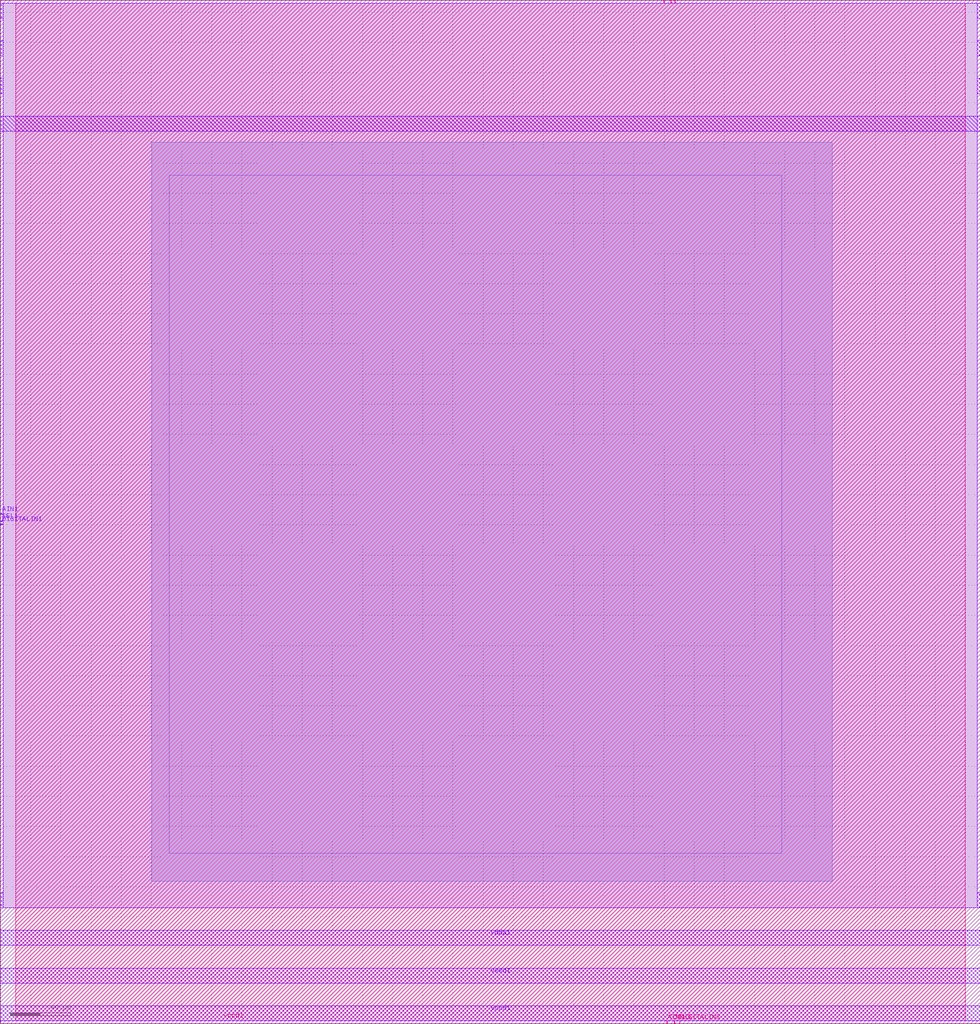
<source format=lef>
# Copyright 2020 The SkyWater PDK Authors
#
# Licensed under the Apache License, Version 2.0 (the "License");
# you may not use this file except in compliance with the License.
# You may obtain a copy of the License at
#
#     https://www.apache.org/licenses/LICENSE-2.0
#
# Unless required by applicable law or agreed to in writing, software
# distributed under the License is distributed on an "AS IS" BASIS,
# WITHOUT WARRANTIES OR CONDITIONS OF ANY KIND, either express or implied.
# See the License for the specific language governing permissions and
# limitations under the License.
#
# SPDX-License-Identifier: Apache-2.0

VERSION 5.7 ;

BUSBITCHARS "[]" ;
DIVIDERCHAR "/" ;

UNITS
  TIME NANOSECONDS 1 ;
  CAPACITANCE PICOFARADS 1 ;
  RESISTANCE OHMS 1 ;
  DATABASE MICRONS 1000 ;
END UNITS

MANUFACTURINGGRID 0.005 ;
USEMINSPACING OBS OFF ;

PROPERTYDEFINITIONS
  LAYER LEF58_TYPE STRING ;
END PROPERTYDEFINITIONS

# High density, single height
SITE unithd
  SYMMETRY Y ;
  CLASS CORE ;
  SIZE 0.46 BY 2.72 ;
END unithd

# High density, double height
SITE unithddbl
  SYMMETRY Y ;
  CLASS CORE ;
  SIZE 0.46 BY 5.44 ;
END unithddbl

LAYER nwell
  TYPE MASTERSLICE ;
  PROPERTY LEF58_TYPE "TYPE NWELL ;" ;
END nwell

LAYER pwell
  TYPE MASTERSLICE ;
  PROPERTY LEF58_TYPE "TYPE PWELL ;" ;
END pwell

LAYER li1
  TYPE ROUTING ;
  DIRECTION VERTICAL ;

  PITCH 0.46 0.34 ;
  OFFSET 0.23 0.17 ;

  WIDTH 0.17 ;          # LI 1
  # SPACING  0.17 ;     # LI 2
  SPACINGTABLE
     PARALLELRUNLENGTH 0
     WIDTH 0 0.17 ;
  AREA 0.0561 ;         # LI 6
  THICKNESS 0.1 ;
  EDGECAPACITANCE 40.697E-6 ;
  CAPACITANCE CPERSQDIST 36.9866E-6 ;
  RESISTANCE RPERSQ 17.0 ;

  ANTENNAMODEL OXIDE1 ;
  ANTENNADIFFSIDEAREARATIO PWL ( ( 0 75 ) ( 0.0125 75 ) ( 0.0225 85.125 ) ( 22.5 10200 ) ) ;
END li1

LAYER mcon
  TYPE CUT ;

  WIDTH 0.17 ;                # Mcon 1
  SPACING 0.19 ;              # Mcon 2
  ENCLOSURE BELOW 0 0 ;       # Mcon 4
  ENCLOSURE ABOVE 0.03 0.06 ; # Met1 4 / Met1 5
  RESISTANCE 23.0 ;

  ANTENNADIFFAREARATIO PWL ( ( 0 3 ) ( 0.0125 3 ) ( 0.0225 3.405 ) ( 22.5 408 ) ) ;
  DCCURRENTDENSITY AVERAGE 0.36 ; # mA per via Iavg_max at Tj = 90oC

END mcon

LAYER met1
  TYPE ROUTING ;
  DIRECTION HORIZONTAL ;

  PITCH 0.34 ;
  OFFSET 0.17 ;

  WIDTH 0.14 ;                     # Met1 1
  # SPACING 0.14 ;                 # Met1 2
  # SPACING 0.28 RANGE 3.001 100 ; # Met1 3b
  SPACINGTABLE
     PARALLELRUNLENGTH 0
     WIDTH 0 0.14
     WIDTH 3 0.28 ;
  AREA 0.083 ;                     # Met1 6
  THICKNESS 0.35 ;
  MINENCLOSEDAREA 0.14 ;

  ANTENNAMODEL OXIDE1 ;
  ANTENNADIFFSIDEAREARATIO PWL ( ( 0 400 ) ( 0.0125 400 ) ( 0.0225 2609 ) ( 22.5 11600 ) ) ;

  EDGECAPACITANCE 40.567E-6 ;
  CAPACITANCE CPERSQDIST 25.7784E-6 ;
  DCCURRENTDENSITY AVERAGE 2.8 ; # mA/um Iavg_max at Tj = 90oC
  ACCURRENTDENSITY RMS 6.1 ; # mA/um Irms_max at Tj = 90oC
  MAXIMUMDENSITY 70 ;
  DENSITYCHECKWINDOW 700 700 ;
  DENSITYCHECKSTEP 70 ;

  RESISTANCE RPERSQ 0.145 ;
END met1

LAYER via
  TYPE CUT ;
  WIDTH 0.15 ;                  # Via 1a
  SPACING 0.17 ;                # Via 2
  ENCLOSURE BELOW 0.055 0.085 ; # Via 4a / Via 5a
  ENCLOSURE ABOVE 0.055 0.085 ; # Met2 4 / Met2 5
  RESISTANCE 30.0 ;

  ANTENNADIFFAREARATIO PWL ( ( 0 6 ) ( 0.0125 6 ) ( 0.0225 6.81 ) ( 22.5 816 ) ) ;
  DCCURRENTDENSITY AVERAGE 0.29 ; # mA per via Iavg_max at Tj = 90oC
END via

LAYER met2
  TYPE ROUTING ;
  DIRECTION VERTICAL ;

  PITCH 0.46 ;
  OFFSET 0.23 ;

  WIDTH 0.14 ;                        # Met2 1
  # SPACING  0.14 ;                   # Met2 2
  # SPACING  0.28 RANGE 3.001 100 ;   # Met2 3b
  SPACINGTABLE
     PARALLELRUNLENGTH 0
     WIDTH 0 0.14
     WIDTH 3 0.28 ;
  AREA 0.0676 ;                       # Met2 6
  THICKNESS 0.35 ;
  MINENCLOSEDAREA 0.14 ;

  EDGECAPACITANCE 32.918E-6 ;
  CAPACITANCE CPERSQDIST 14.7703E-6 ;
  RESISTANCE RPERSQ 0.145 ;
  DCCURRENTDENSITY AVERAGE 2.8 ; # mA/um Iavg_max at Tj = 90oC
  ACCURRENTDENSITY RMS 6.1 ; # mA/um Irms_max at Tj = 90oC

  ANTENNAMODEL OXIDE1 ;
  ANTENNADIFFSIDEAREARATIO PWL ( ( 0 400 ) ( 0.0125 400 ) ( 0.0225 2609 ) ( 22.5 11600 ) ) ;

  MAXIMUMDENSITY 70 ;
  DENSITYCHECKWINDOW 700 700 ;
  DENSITYCHECKSTEP 70 ;
END met2

# ******** Layer via2, type routing, number 44 **************
LAYER via2
  TYPE CUT ;
  WIDTH 0.2 ;                   # Via2 1
  SPACING 0.2 ;                 # Via2 2
  ENCLOSURE BELOW 0.04 0.085 ;  # Via2 4
  ENCLOSURE ABOVE 0.065 0.065 ; # Met3 4
  RESISTANCE 8.0 ;
  ANTENNADIFFAREARATIO PWL ( ( 0 6 ) ( 0.0125 6 ) ( 0.0225 6.81 ) ( 22.5 816 ) ) ;
  DCCURRENTDENSITY AVERAGE 0.48 ; # mA per via Iavg_max at Tj = 90oC
END via2

LAYER met3
  TYPE ROUTING ;
  DIRECTION HORIZONTAL ;

  PITCH 0.68 ;
  OFFSET 0.34 ;

  WIDTH 0.3 ;              # Met3 1
  # SPACING 0.3 ;          # Met3 2
  SPACINGTABLE
     PARALLELRUNLENGTH 0
     WIDTH 0 0.3
     WIDTH 3 0.4 ;
  AREA 0.24 ;              # Met3 6
  THICKNESS 0.8 ;

  EDGECAPACITANCE 37.065E-6 ;
  CAPACITANCE CPERSQDIST 11.1883E-6 ;
  RESISTANCE RPERSQ 0.056 ;
  DCCURRENTDENSITY AVERAGE 6.8 ; # mA/um Iavg_max at Tj = 90oC
  ACCURRENTDENSITY RMS 14.9 ; # mA/um Irms_max at Tj = 90oC

  ANTENNAMODEL OXIDE1 ;
  ANTENNADIFFSIDEAREARATIO PWL ( ( 0 400 ) ( 0.0125 400 ) ( 0.0225 2609 ) ( 22.5 11600 ) ) ;

  MAXIMUMDENSITY 70 ;
  DENSITYCHECKWINDOW 700 700 ;
  DENSITYCHECKSTEP 70 ;
END met3

LAYER via3
  TYPE CUT ;
  WIDTH 0.2 ;                   # Via3 1
  SPACING 0.2 ;                 # Via3 2
  ENCLOSURE BELOW 0.06 0.09 ;   # Via3 4 / Via3 5
  ENCLOSURE ABOVE 0.065 0.065 ; # Met4 3
  RESISTANCE 8.0 ;
  ANTENNADIFFAREARATIO PWL ( ( 0 6 ) ( 0.0125 6 ) ( 0.0225 6.81 ) ( 22.5 816 ) ) ;
  DCCURRENTDENSITY AVERAGE 0.48 ; # mA per via Iavg_max at Tj = 90oC
END via3

LAYER met4
  TYPE ROUTING ;
  DIRECTION VERTICAL ;

  PITCH 0.92 ;
  OFFSET 0.46 ;

  WIDTH 0.3 ;             # Met4 1
  # SPACING  0.3 ;             # Met4 2
  SPACINGTABLE
     PARALLELRUNLENGTH 0
     WIDTH 0 0.3
     WIDTH 3 0.4 ;
  AREA 0.24 ;            # Met4 4a

  THICKNESS 0.8 ;

  EDGECAPACITANCE 34.169E-6 ;
  CAPACITANCE CPERSQDIST 7.84019E-6 ;
  RESISTANCE RPERSQ 0.056 ;
  DCCURRENTDENSITY AVERAGE 6.8 ; # mA/um Iavg_max at Tj = 90oC
  ACCURRENTDENSITY RMS 14.9 ; # mA/um Irms_max at Tj = 90oC

  ANTENNAMODEL OXIDE1 ;
  ANTENNADIFFSIDEAREARATIO PWL ( ( 0 400 ) ( 0.0125 400 ) ( 0.0225 2609 ) ( 22.5 11600 ) ) ;

  MAXIMUMDENSITY 70 ;
  DENSITYCHECKWINDOW 700 700 ;
  DENSITYCHECKSTEP 70 ;
END met4

LAYER via4
  TYPE CUT ;

  WIDTH 0.8 ;                 # Via4 1
  SPACING 0.8 ;               # Via4 2
  ENCLOSURE BELOW 0.19 0.19 ; # Via4 4
  ENCLOSURE ABOVE 0.31 0.31 ; # Met5 3
  RESISTANCE 0.891 ;
  ANTENNADIFFAREARATIO PWL ( ( 0 6 ) ( 0.0125 6 ) ( 0.0225 6.81 ) ( 22.5 816 ) ) ;
  DCCURRENTDENSITY AVERAGE 2.49 ; # mA per via Iavg_max at Tj = 90oC
END via4

LAYER met5
  TYPE ROUTING ;
  DIRECTION HORIZONTAL ;

  PITCH 3.4 ;
  OFFSET 1.7 ;

  WIDTH 1.6 ;            # Met5 1
  #SPACING  1.6 ;        # Met5 2
  SPACINGTABLE
     PARALLELRUNLENGTH 0
     WIDTH 0 1.6 ;
  AREA 4 ;               # Met5 4

  THICKNESS 1.2 ;

  EDGECAPACITANCE 36.828E-6 ;
  CAPACITANCE CPERSQDIST 5.99155E-6 ;
  RESISTANCE RPERSQ 0.0358 ;
  DCCURRENTDENSITY AVERAGE 10.17 ; # mA/um Iavg_max at Tj = 90oC
  ACCURRENTDENSITY RMS 22.34 ; # mA/um Irms_max at Tj = 90oC

  ANTENNAMODEL OXIDE1 ;
  ANTENNADIFFSIDEAREARATIO PWL ( ( 0 400 ) ( 0.0125 400 ) ( 0.0225 2609 ) ( 22.5 11600 ) ) ;
END met5


### Routing via cells section   ###
# Plus via rule, metals are along the prefered direction
VIA L1M1_PR DEFAULT
  LAYER mcon ;
  RECT -0.085 -0.085 0.085 0.085 ;
  LAYER li1 ;
  RECT -0.085 -0.085 0.085 0.085 ;
  LAYER met1 ;
  RECT -0.145 -0.115 0.145 0.115 ;
END L1M1_PR

VIARULE L1M1_PR GENERATE
  LAYER li1 ;
  ENCLOSURE 0 0 ;
  LAYER met1 ;
  ENCLOSURE 0.06 0.03 ;
  LAYER mcon ;
  RECT -0.085 -0.085 0.085 0.085 ;
  SPACING 0.36 BY 0.36 ;
END L1M1_PR

# Plus via rule, metals are along the non prefered direction
VIA L1M1_PR_R DEFAULT
  LAYER mcon ;
  RECT -0.085 -0.085 0.085 0.085 ;
  LAYER li1 ;
  RECT -0.085 -0.085 0.085 0.085 ;
  LAYER met1 ;
  RECT -0.115 -0.145 0.115 0.145 ;
END L1M1_PR_R

VIARULE L1M1_PR_R GENERATE
  LAYER li1 ;
  ENCLOSURE 0 0 ;
  LAYER met1 ;
  ENCLOSURE 0.03 0.06 ;
  LAYER mcon ;
  RECT -0.085 -0.085 0.085 0.085 ;
  SPACING 0.36 BY 0.36 ;
END L1M1_PR_R

# Minus via rule, lower layer metal is along prefered direction
VIA L1M1_PR_M DEFAULT
  LAYER mcon ;
  RECT -0.085 -0.085 0.085 0.085 ;
  LAYER li1 ;
  RECT -0.085 -0.085 0.085 0.085 ;
  LAYER met1 ;
  RECT -0.115 -0.145 0.115 0.145 ;
END L1M1_PR_M

VIARULE L1M1_PR_M GENERATE
  LAYER li1 ;
  ENCLOSURE 0 0 ;
  LAYER met1 ;
  ENCLOSURE 0.03 0.06 ;
  LAYER mcon ;
  RECT -0.085 -0.085 0.085 0.085 ;
  SPACING 0.36 BY 0.36 ;
END L1M1_PR_M

# Minus via rule, upper layer metal is along prefered direction
VIA L1M1_PR_MR DEFAULT
  LAYER mcon ;
  RECT -0.085 -0.085 0.085 0.085 ;
  LAYER li1 ;
  RECT -0.085 -0.085 0.085 0.085 ;
  LAYER met1 ;
  RECT -0.145 -0.115 0.145 0.115 ;
END L1M1_PR_MR

VIARULE L1M1_PR_MR GENERATE
  LAYER li1 ;
  ENCLOSURE 0 0 ;
  LAYER met1 ;
  ENCLOSURE 0.06 0.03 ;
  LAYER mcon ;
  RECT -0.085 -0.085 0.085 0.085 ;
  SPACING 0.36 BY 0.36 ;
END L1M1_PR_MR

# Centered via rule, we really do not want to use it
VIA L1M1_PR_C DEFAULT
  LAYER mcon ;
  RECT -0.085 -0.085 0.085 0.085 ;
  LAYER li1 ;
  RECT -0.085 -0.085 0.085 0.085 ;
  LAYER met1 ;
  RECT -0.145 -0.145 0.145 0.145 ;
END L1M1_PR_C

VIARULE L1M1_PR_C GENERATE
  LAYER li1 ;
  ENCLOSURE 0 0 ;
  LAYER met1 ;
  ENCLOSURE 0.06 0.06 ;
  LAYER mcon ;
  RECT -0.085 -0.085 0.085 0.085 ;
  SPACING 0.36 BY 0.36 ;
END L1M1_PR_C

# Plus via rule, metals are along the prefered direction
VIA M1M2_PR DEFAULT
  LAYER via ;
  RECT -0.075 -0.075 0.075 0.075 ;
  LAYER met1 ;
  RECT -0.16 -0.13 0.16 0.13 ;
  LAYER met2 ;
  RECT -0.13 -0.16 0.13 0.16 ;
END M1M2_PR

VIARULE M1M2_PR GENERATE
  LAYER met1 ;
  ENCLOSURE 0.085 0.055 ;
  LAYER met2 ;
  ENCLOSURE 0.055 0.085 ;
  LAYER via ;
  RECT -0.075 -0.075 0.075 0.075 ;
  SPACING 0.32 BY 0.32 ;
END M1M2_PR

# Plus via rule, metals are along the non prefered direction
VIA M1M2_PR_R DEFAULT
  LAYER via ;
  RECT -0.075 -0.075 0.075 0.075 ;
  LAYER met1 ;
  RECT -0.13 -0.16 0.13 0.16 ;
  LAYER met2 ;
  RECT -0.16 -0.13 0.16 0.13 ;
END M1M2_PR_R

VIARULE M1M2_PR_R GENERATE
  LAYER met1 ;
  ENCLOSURE 0.055 0.085 ;
  LAYER met2 ;
  ENCLOSURE 0.085 0.055 ;
  LAYER via ;
  RECT -0.075 -0.075 0.075 0.075 ;
  SPACING 0.32 BY 0.32 ;
END M1M2_PR_R

# Minus via rule, lower layer metal is along prefered direction
VIA M1M2_PR_M DEFAULT
  LAYER via ;
  RECT -0.075 -0.075 0.075 0.075 ;
  LAYER met1 ;
  RECT -0.16 -0.13 0.16 0.13 ;
  LAYER met2 ;
  RECT -0.16 -0.13 0.16 0.13 ;
END M1M2_PR_M

VIARULE M1M2_PR_M GENERATE
  LAYER met1 ;
  ENCLOSURE 0.085 0.055 ;
  LAYER met2 ;
  ENCLOSURE 0.085 0.055 ;
  LAYER via ;
  RECT -0.075 -0.075 0.075 0.075 ;
  SPACING 0.32 BY 0.32 ;
END M1M2_PR_M

# Minus via rule, upper layer metal is along prefered direction
VIA M1M2_PR_MR DEFAULT
  LAYER via ;
  RECT -0.075 -0.075 0.075 0.075 ;
  LAYER met1 ;
  RECT -0.13 -0.16 0.13 0.16 ;
  LAYER met2 ;
  RECT -0.13 -0.16 0.13 0.16 ;
END M1M2_PR_MR

VIARULE M1M2_PR_MR GENERATE
  LAYER met1 ;
  ENCLOSURE 0.055 0.085 ;
  LAYER met2 ;
  ENCLOSURE 0.055 0.085 ;
  LAYER via ;
  RECT -0.075 -0.075 0.075 0.075 ;
  SPACING 0.32 BY 0.32 ;
END M1M2_PR_MR

# Centered via rule, we really do not want to use it
VIA M1M2_PR_C DEFAULT
  LAYER via ;
  RECT -0.075 -0.075 0.075 0.075 ;
  LAYER met1 ;
  RECT -0.16 -0.16 0.16 0.16 ;
  LAYER met2 ;
  RECT -0.16 -0.16 0.16 0.16 ;
END M1M2_PR_C

VIARULE M1M2_PR_C GENERATE
  LAYER met1 ;
  ENCLOSURE 0.085 0.085 ;
  LAYER met2 ;
  ENCLOSURE 0.085 0.085 ;
  LAYER via ;
  RECT -0.075 -0.075 0.075 0.075 ;
  SPACING 0.32 BY 0.32 ;
END M1M2_PR_C

# Plus via rule, metals are along the prefered direction
VIA M2M3_PR DEFAULT
  LAYER via2 ;
  RECT -0.1 -0.1 0.1 0.1 ;
  LAYER met2 ;
  RECT -0.14 -0.185 0.14 0.185 ;
  LAYER met3 ;
  RECT -0.165 -0.165 0.165 0.165 ;
END M2M3_PR

VIARULE M2M3_PR GENERATE
  LAYER met2 ;
  ENCLOSURE 0.04 0.085 ;
  LAYER met3 ;
  ENCLOSURE 0.065 0.065 ;
  LAYER via2 ;
  RECT -0.1 -0.1 0.1 0.1 ;
  SPACING 0.4 BY 0.4 ;
END M2M3_PR

# Plus via rule, metals are along the non prefered direction
VIA M2M3_PR_R DEFAULT
  LAYER via2 ;
  RECT -0.1 -0.1 0.1 0.1 ;
  LAYER met2 ;
  RECT -0.185 -0.14 0.185 0.14 ;
  LAYER met3 ;
  RECT -0.165 -0.165 0.165 0.165 ;
END M2M3_PR_R

VIARULE M2M3_PR_R GENERATE
  LAYER met2 ;
  ENCLOSURE 0.085 0.04 ;
  LAYER met3 ;
  ENCLOSURE 0.065 0.065 ;
  LAYER via2 ;
  RECT -0.1 -0.1 0.1 0.1 ;
  SPACING 0.4 BY 0.4 ;
END M2M3_PR_R

# Minus via rule, lower layer metal is along prefered direction
VIA M2M3_PR_M DEFAULT
  LAYER via2 ;
  RECT -0.1 -0.1 0.1 0.1 ;
  LAYER met2 ;
  RECT -0.14 -0.185 0.14 0.185 ;
  LAYER met3 ;
  RECT -0.165 -0.165 0.165 0.165 ;
END M2M3_PR_M

VIARULE M2M3_PR_M GENERATE
  LAYER met2 ;
  ENCLOSURE 0.04 0.085 ;
  LAYER met3 ;
  ENCLOSURE 0.065 0.065 ;
  LAYER via2 ;
  RECT -0.1 -0.1 0.1 0.1 ;
  SPACING 0.4 BY 0.4 ;
END M2M3_PR_M

# Minus via rule, upper layer metal is along prefered direction
VIA M2M3_PR_MR DEFAULT
  LAYER via2 ;
  RECT -0.1 -0.1 0.1 0.1 ;
  LAYER met2 ;
  RECT -0.185 -0.14 0.185 0.14 ;
  LAYER met3 ;
  RECT -0.165 -0.165 0.165 0.165 ;
END M2M3_PR_MR

VIARULE M2M3_PR_MR GENERATE
  LAYER met2 ;
  ENCLOSURE 0.085 0.04 ;
  LAYER met3 ;
  ENCLOSURE 0.065 0.065 ;
  LAYER via2 ;
  RECT -0.1 -0.1 0.1 0.1 ;
  SPACING 0.4 BY 0.4 ;
END M2M3_PR_MR

# Centered via rule, we really do not want to use it
VIA M2M3_PR_C DEFAULT
  LAYER via2 ;
  RECT -0.1 -0.1 0.1 0.1 ;
  LAYER met2 ;
  RECT -0.185 -0.185 0.185 0.185 ;
  LAYER met3 ;
  RECT -0.165 -0.165 0.165 0.165 ;
END M2M3_PR_C

VIARULE M2M3_PR_C GENERATE
  LAYER met2 ;
  ENCLOSURE 0.085 0.085 ;
  LAYER met3 ;
  ENCLOSURE 0.065 0.065 ;
  LAYER via2 ;
  RECT -0.1 -0.1 0.1 0.1 ;
  SPACING 0.4 BY 0.4 ;
END M2M3_PR_C

# Plus via rule, metals are along the prefered direction
VIA M3M4_PR DEFAULT
  LAYER via3 ;
  RECT -0.1 -0.1 0.1 0.1 ;
  LAYER met3 ;
  RECT -0.19 -0.16 0.19 0.16 ;
  LAYER met4 ;
  RECT -0.165 -0.165 0.165 0.165 ;
END M3M4_PR

VIARULE M3M4_PR GENERATE
  LAYER met3 ;
  ENCLOSURE 0.09 0.06 ;
  LAYER met4 ;
  ENCLOSURE 0.065 0.065 ;
  LAYER via3 ;
  RECT -0.1 -0.1 0.1 0.1 ;
  SPACING 0.4 BY 0.4 ;
END M3M4_PR

# Plus via rule, metals are along the non prefered direction
VIA M3M4_PR_R DEFAULT
  LAYER via3 ;
  RECT -0.1 -0.1 0.1 0.1 ;
  LAYER met3 ;
  RECT -0.16 -0.19 0.16 0.19 ;
  LAYER met4 ;
  RECT -0.165 -0.165 0.165 0.165 ;
END M3M4_PR_R

VIARULE M3M4_PR_R GENERATE
  LAYER met3 ;
  ENCLOSURE 0.06 0.09 ;
  LAYER met4 ;
  ENCLOSURE 0.065 0.065 ;
  LAYER via3 ;
  RECT -0.1 -0.1 0.1 0.1 ;
  SPACING 0.4 BY 0.4 ;
END M3M4_PR_R

# Minus via rule, lower layer metal is along prefered direction
VIA M3M4_PR_M DEFAULT
  LAYER via3 ;
  RECT -0.1 -0.1 0.1 0.1 ;
  LAYER met3 ;
  RECT -0.19 -0.16 0.19 0.16 ;
  LAYER met4 ;
  RECT -0.165 -0.165 0.165 0.165 ;
END M3M4_PR_M

VIARULE M3M4_PR_M GENERATE
  LAYER met3 ;
  ENCLOSURE 0.09 0.06 ;
  LAYER met4 ;
  ENCLOSURE 0.065 0.065 ;
  LAYER via3 ;
  RECT -0.1 -0.1 0.1 0.1 ;
  SPACING 0.4 BY 0.4 ;
END M3M4_PR_M

# Minus via rule, upper layer metal is along prefered direction
VIA M3M4_PR_MR DEFAULT
  LAYER via3 ;
  RECT -0.1 -0.1 0.1 0.1 ;
  LAYER met3 ;
  RECT -0.16 -0.19 0.16 0.19 ;
  LAYER met4 ;
  RECT -0.165 -0.165 0.165 0.165 ;
END M3M4_PR_MR

VIARULE M3M4_PR_MR GENERATE
  LAYER met3 ;
  ENCLOSURE 0.06 0.09 ;
  LAYER met4 ;
  ENCLOSURE 0.065 0.065 ;
  LAYER via3 ;
  RECT -0.1 -0.1 0.1 0.1 ;
  SPACING 0.4 BY 0.4 ;
END M3M4_PR_MR

# Centered via rule, we really do not want to use it
VIA M3M4_PR_C DEFAULT
  LAYER via3 ;
  RECT -0.1 -0.1 0.1 0.1 ;
  LAYER met3 ;
  RECT -0.19 -0.19 0.19 0.19 ;
  LAYER met4 ;
  RECT -0.165 -0.165 0.165 0.165 ;
END M3M4_PR_C

VIARULE M3M4_PR_C GENERATE
  LAYER met3 ;
  ENCLOSURE 0.09 0.09 ;
  LAYER met4 ;
  ENCLOSURE 0.065 0.065 ;
  LAYER via3 ;
  RECT -0.1 -0.1 0.1 0.1 ;
  SPACING 0.4 BY 0.4 ;
END M3M4_PR_C

# Plus via rule, metals are along the prefered direction
VIA M4M5_PR DEFAULT
  LAYER via4 ;
  RECT -0.4 -0.4 0.4 0.4 ;
  LAYER met4 ;
  RECT -0.59 -0.59 0.59 0.59 ;
  LAYER met5 ;
  RECT -0.71 -0.71 0.71 0.71 ;
END M4M5_PR

VIARULE M4M5_PR GENERATE
  LAYER met4 ;
  ENCLOSURE 0.19 0.19 ;
  LAYER met5 ;
  ENCLOSURE 0.31 0.31 ;
  LAYER via4 ;
  RECT -0.4 -0.4 0.4 0.4 ;
  SPACING 1.6 BY 1.6 ;
END M4M5_PR

# Plus via rule, metals are along the non prefered direction
VIA M4M5_PR_R DEFAULT
  LAYER via4 ;
  RECT -0.4 -0.4 0.4 0.4 ;
  LAYER met4 ;
  RECT -0.59 -0.59 0.59 0.59 ;
  LAYER met5 ;
  RECT -0.71 -0.71 0.71 0.71 ;
END M4M5_PR_R

VIARULE M4M5_PR_R GENERATE
  LAYER met4 ;
  ENCLOSURE 0.19 0.19 ;
  LAYER met5 ;
  ENCLOSURE 0.31 0.31 ;
  LAYER via4 ;
  RECT -0.4 -0.4 0.4 0.4 ;
  SPACING 1.6 BY 1.6 ;
END M4M5_PR_R

# Minus via rule, lower layer metal is along prefered direction
VIA M4M5_PR_M DEFAULT
  LAYER via4 ;
  RECT -0.4 -0.4 0.4 0.4 ;
  LAYER met4 ;
  RECT -0.59 -0.59 0.59 0.59 ;
  LAYER met5 ;
  RECT -0.71 -0.71 0.71 0.71 ;
END M4M5_PR_M

VIARULE M4M5_PR_M GENERATE
  LAYER met4 ;
  ENCLOSURE 0.19 0.19 ;
  LAYER met5 ;
  ENCLOSURE 0.31 0.31 ;
  LAYER via4 ;
  RECT -0.4 -0.4 0.4 0.4 ;
  SPACING 1.6 BY 1.6 ;
END M4M5_PR_M

# Minus via rule, upper layer metal is along prefered direction
VIA M4M5_PR_MR DEFAULT
  LAYER via4 ;
  RECT -0.4 -0.4 0.4 0.4 ;
  LAYER met4 ;
  RECT -0.59 -0.59 0.59 0.59 ;
  LAYER met5 ;
  RECT -0.71 -0.71 0.71 0.71 ;
END M4M5_PR_MR

VIARULE M4M5_PR_MR GENERATE
  LAYER met4 ;
  ENCLOSURE 0.19 0.19 ;
  LAYER met5 ;
  ENCLOSURE 0.31 0.31 ;
  LAYER via4 ;
  RECT -0.4 -0.4 0.4 0.4 ;
  SPACING 1.6 BY 1.6 ;
END M4M5_PR_MR

# Centered via rule, we really do not want to use it
VIA M4M5_PR_C DEFAULT
  LAYER via4 ;
  RECT -0.4 -0.4 0.4 0.4 ;
  LAYER met4 ;
  RECT -0.59 -0.59 0.59 0.59 ;
  LAYER met5 ;
  RECT -0.71 -0.71 0.71 0.71 ;
END M4M5_PR_C

VIARULE M4M5_PR_C GENERATE
  LAYER met4 ;
  ENCLOSURE 0.19 0.19 ;
  LAYER met5 ;
  ENCLOSURE 0.31 0.31 ;
  LAYER via4 ;
  RECT -0.4 -0.4 0.4 0.4 ;
  SPACING 1.6 BY 1.6 ;
END M4M5_PR_C
###  end of single via cells   ###


MACRO sky130_fd_sc_hd__a2bb2o_1
  CLASS CORE ;
  FOREIGN sky130_fd_sc_hd__a2bb2o_1 ;
  ORIGIN 0.000 0.000 ;
  SIZE 3.680 BY 2.720 ;
  SYMMETRY X Y R90 ;
  SITE unithd ;
  PIN A1_N
    DIRECTION INPUT ;
    USE SIGNAL ;
    ANTENNAGATEAREA 0.126000 ;
    PORT
      LAYER li1 ;
        RECT 0.910 0.995 1.240 1.615 ;
    END
  END A1_N
  PIN A2_N
    DIRECTION INPUT ;
    USE SIGNAL ;
    ANTENNAGATEAREA 0.126000 ;
    PORT
      LAYER li1 ;
        RECT 1.410 0.995 1.700 1.375 ;
    END
  END A2_N
  PIN B1
    DIRECTION INPUT ;
    USE SIGNAL ;
    ANTENNAGATEAREA 0.126000 ;
    PORT
      LAYER li1 ;
        RECT 3.280 0.765 3.540 1.655 ;
    END
  END B1
  PIN B2
    DIRECTION INPUT ;
    USE SIGNAL ;
    ANTENNAGATEAREA 0.126000 ;
    PORT
      LAYER li1 ;
        RECT 2.600 1.355 3.080 1.655 ;
        RECT 2.820 0.765 3.080 1.355 ;
    END
  END B2
  PIN VGND
    DIRECTION INOUT ;
    USE GROUND ;
    SHAPE ABUTMENT ;
    PORT
      LAYER met1 ;
        RECT 0.000 -0.240 3.680 0.240 ;
    END
  END VGND
  PIN VNB
    DIRECTION INOUT ;
    USE GROUND ;
    PORT
      LAYER pwell ;
        RECT 0.005 0.785 0.925 1.015 ;
        RECT 0.005 0.105 3.590 0.785 ;
        RECT 0.150 -0.085 0.320 0.105 ;
    END
  END VNB
  PIN VPB
    DIRECTION INOUT ;
    USE POWER ;
    PORT
      LAYER nwell ;
        RECT -0.190 1.305 3.870 2.910 ;
    END
  END VPB
  PIN VPWR
    DIRECTION INOUT ;
    USE POWER ;
    SHAPE ABUTMENT ;
    PORT
      LAYER met1 ;
        RECT 0.000 2.480 3.680 2.960 ;
    END
  END VPWR
  PIN X
    DIRECTION OUTPUT ;
    USE SIGNAL ;
    ANTENNADIFFAREA 0.429000 ;
    PORT
      LAYER li1 ;
        RECT 0.085 1.525 0.345 2.465 ;
        RECT 0.085 0.810 0.260 1.525 ;
        RECT 0.085 0.255 0.345 0.810 ;
    END
  END X
  OBS
      LAYER li1 ;
        RECT 0.000 2.635 3.680 2.805 ;
        RECT 0.515 2.235 0.845 2.635 ;
        RECT 1.990 2.370 2.245 2.465 ;
        RECT 1.105 2.200 2.245 2.370 ;
        RECT 2.415 2.255 2.745 2.425 ;
        RECT 1.105 1.975 1.275 2.200 ;
        RECT 0.515 1.805 1.275 1.975 ;
        RECT 1.990 2.065 2.245 2.200 ;
        RECT 0.515 1.325 0.685 1.805 ;
        RECT 1.540 1.715 1.710 1.905 ;
        RECT 1.990 1.895 2.400 2.065 ;
        RECT 1.540 1.545 2.060 1.715 ;
        RECT 0.430 0.995 0.685 1.325 ;
        RECT 1.890 0.825 2.060 1.545 ;
        RECT 1.180 0.655 2.060 0.825 ;
        RECT 2.230 0.870 2.400 1.895 ;
        RECT 2.575 2.005 2.745 2.255 ;
        RECT 2.915 2.175 3.165 2.635 ;
        RECT 3.335 2.005 3.515 2.465 ;
        RECT 2.575 1.835 3.515 2.005 ;
        RECT 2.230 0.700 2.580 0.870 ;
        RECT 0.515 0.085 0.945 0.530 ;
        RECT 1.180 0.255 1.350 0.655 ;
        RECT 1.520 0.085 2.240 0.485 ;
        RECT 2.410 0.255 2.580 0.700 ;
        RECT 3.155 0.085 3.555 0.595 ;
        RECT 0.000 -0.085 3.680 0.085 ;
      LAYER mcon ;
        RECT 0.145 2.635 0.315 2.805 ;
        RECT 0.605 2.635 0.775 2.805 ;
        RECT 1.065 2.635 1.235 2.805 ;
        RECT 1.525 2.635 1.695 2.805 ;
        RECT 1.985 2.635 2.155 2.805 ;
        RECT 2.445 2.635 2.615 2.805 ;
        RECT 2.905 2.635 3.075 2.805 ;
        RECT 3.365 2.635 3.535 2.805 ;
        RECT 0.145 -0.085 0.315 0.085 ;
        RECT 0.605 -0.085 0.775 0.085 ;
        RECT 1.065 -0.085 1.235 0.085 ;
        RECT 1.525 -0.085 1.695 0.085 ;
        RECT 1.985 -0.085 2.155 0.085 ;
        RECT 2.445 -0.085 2.615 0.085 ;
        RECT 2.905 -0.085 3.075 0.085 ;
        RECT 3.365 -0.085 3.535 0.085 ;
  END
END sky130_fd_sc_hd__a2bb2o_1
MACRO sky130_fd_sc_hd__a2bb2o_2
  CLASS CORE ;
  FOREIGN sky130_fd_sc_hd__a2bb2o_2 ;
  ORIGIN 0.000 0.000 ;
  SIZE 4.140 BY 2.720 ;
  SYMMETRY X Y R90 ;
  SITE unithd ;
  PIN A1_N
    DIRECTION INPUT ;
    USE SIGNAL ;
    ANTENNAGATEAREA 0.159000 ;
    PORT
      LAYER li1 ;
        RECT 1.345 0.995 1.675 1.615 ;
    END
  END A1_N
  PIN A2_N
    DIRECTION INPUT ;
    USE SIGNAL ;
    ANTENNAGATEAREA 0.159000 ;
    PORT
      LAYER li1 ;
        RECT 1.845 0.995 2.135 1.375 ;
    END
  END A2_N
  PIN B1
    DIRECTION INPUT ;
    USE SIGNAL ;
    ANTENNAGATEAREA 0.159000 ;
    PORT
      LAYER li1 ;
        RECT 3.730 0.765 3.990 1.655 ;
    END
  END B1
  PIN B2
    DIRECTION INPUT ;
    USE SIGNAL ;
    ANTENNAGATEAREA 0.159000 ;
    PORT
      LAYER li1 ;
        RECT 3.050 1.355 3.530 1.655 ;
        RECT 3.270 0.765 3.530 1.355 ;
    END
  END B2
  PIN VGND
    DIRECTION INOUT ;
    USE GROUND ;
    SHAPE ABUTMENT ;
    PORT
      LAYER met1 ;
        RECT 0.000 -0.240 4.140 0.240 ;
    END
  END VGND
  PIN VNB
    DIRECTION INOUT ;
    USE GROUND ;
    PORT
      LAYER pwell ;
        RECT 0.015 0.785 1.360 1.015 ;
        RECT 0.015 0.105 4.040 0.785 ;
        RECT 0.125 -0.085 0.295 0.105 ;
    END
  END VNB
  PIN VPB
    DIRECTION INOUT ;
    USE POWER ;
    PORT
      LAYER nwell ;
        RECT -0.190 1.305 4.330 2.910 ;
    END
  END VPB
  PIN VPWR
    DIRECTION INOUT ;
    USE POWER ;
    SHAPE ABUTMENT ;
    PORT
      LAYER met1 ;
        RECT 0.000 2.480 4.140 2.960 ;
    END
  END VPWR
  PIN X
    DIRECTION OUTPUT ;
    USE SIGNAL ;
    ANTENNADIFFAREA 0.445500 ;
    PORT
      LAYER li1 ;
        RECT 0.525 1.525 0.780 2.465 ;
        RECT 0.525 0.810 0.695 1.525 ;
        RECT 0.525 0.255 0.780 0.810 ;
    END
  END X
  OBS
      LAYER li1 ;
        RECT 0.000 2.635 4.140 2.805 ;
        RECT 0.185 1.445 0.355 2.635 ;
        RECT 0.950 2.235 1.280 2.635 ;
        RECT 2.500 2.370 2.670 2.465 ;
        RECT 1.540 2.200 2.670 2.370 ;
        RECT 2.875 2.255 3.205 2.425 ;
        RECT 1.540 1.975 1.710 2.200 ;
        RECT 0.950 1.805 1.710 1.975 ;
        RECT 2.440 2.065 2.670 2.200 ;
        RECT 0.950 1.325 1.120 1.805 ;
        RECT 1.975 1.715 2.145 1.905 ;
        RECT 2.440 1.895 2.850 2.065 ;
        RECT 1.975 1.545 2.510 1.715 ;
        RECT 0.865 0.995 1.120 1.325 ;
        RECT 0.185 0.085 0.355 0.930 ;
        RECT 2.340 0.825 2.510 1.545 ;
        RECT 1.615 0.655 2.510 0.825 ;
        RECT 2.680 0.870 2.850 1.895 ;
        RECT 3.035 2.005 3.205 2.255 ;
        RECT 3.375 2.175 3.625 2.635 ;
        RECT 3.795 2.005 3.965 2.465 ;
        RECT 3.035 1.835 3.965 2.005 ;
        RECT 2.680 0.700 3.030 0.870 ;
        RECT 0.950 0.085 1.380 0.530 ;
        RECT 1.615 0.255 1.785 0.655 ;
        RECT 1.955 0.085 2.690 0.485 ;
        RECT 2.860 0.255 3.030 0.700 ;
        RECT 3.605 0.085 4.005 0.595 ;
        RECT 0.000 -0.085 4.140 0.085 ;
      LAYER mcon ;
        RECT 0.145 2.635 0.315 2.805 ;
        RECT 0.605 2.635 0.775 2.805 ;
        RECT 1.065 2.635 1.235 2.805 ;
        RECT 1.525 2.635 1.695 2.805 ;
        RECT 1.985 2.635 2.155 2.805 ;
        RECT 2.445 2.635 2.615 2.805 ;
        RECT 2.905 2.635 3.075 2.805 ;
        RECT 3.365 2.635 3.535 2.805 ;
        RECT 3.825 2.635 3.995 2.805 ;
        RECT 0.145 -0.085 0.315 0.085 ;
        RECT 0.605 -0.085 0.775 0.085 ;
        RECT 1.065 -0.085 1.235 0.085 ;
        RECT 1.525 -0.085 1.695 0.085 ;
        RECT 1.985 -0.085 2.155 0.085 ;
        RECT 2.445 -0.085 2.615 0.085 ;
        RECT 2.905 -0.085 3.075 0.085 ;
        RECT 3.365 -0.085 3.535 0.085 ;
        RECT 3.825 -0.085 3.995 0.085 ;
  END
END sky130_fd_sc_hd__a2bb2o_2
MACRO sky130_fd_sc_hd__a2bb2o_4
  CLASS CORE ;
  FOREIGN sky130_fd_sc_hd__a2bb2o_4 ;
  ORIGIN 0.000 0.000 ;
  SIZE 7.360 BY 2.720 ;
  SYMMETRY X Y R90 ;
  SITE unithd ;
  PIN A1_N
    DIRECTION INPUT ;
    USE SIGNAL ;
    ANTENNAGATEAREA 0.495000 ;
    PORT
      LAYER li1 ;
        RECT 3.475 1.445 4.965 1.615 ;
        RECT 3.475 1.325 3.645 1.445 ;
        RECT 3.315 1.075 3.645 1.325 ;
        RECT 4.605 1.075 4.965 1.445 ;
    END
  END A1_N
  PIN A2_N
    DIRECTION INPUT ;
    USE SIGNAL ;
    ANTENNAGATEAREA 0.495000 ;
    PORT
      LAYER li1 ;
        RECT 3.815 1.075 4.435 1.275 ;
    END
  END A2_N
  PIN B1
    DIRECTION INPUT ;
    USE SIGNAL ;
    ANTENNAGATEAREA 0.495000 ;
    PORT
      LAYER li1 ;
        RECT 0.085 1.445 1.685 1.615 ;
        RECT 0.085 1.075 0.575 1.445 ;
        RECT 1.515 1.245 1.685 1.445 ;
        RECT 1.515 1.075 1.895 1.245 ;
    END
  END B1
  PIN B2
    DIRECTION INPUT ;
    USE SIGNAL ;
    ANTENNAGATEAREA 0.495000 ;
    PORT
      LAYER li1 ;
        RECT 0.805 1.075 1.345 1.275 ;
    END
  END B2
  PIN VGND
    DIRECTION INOUT ;
    USE GROUND ;
    SHAPE ABUTMENT ;
    PORT
      LAYER met1 ;
        RECT 0.000 -0.240 7.360 0.240 ;
    END
  END VGND
  PIN VNB
    DIRECTION INOUT ;
    USE GROUND ;
    PORT
      LAYER pwell ;
        RECT 0.005 0.105 6.915 1.015 ;
        RECT 0.150 -0.085 0.320 0.105 ;
    END
  END VNB
  PIN VPB
    DIRECTION INOUT ;
    USE POWER ;
    PORT
      LAYER nwell ;
        RECT -0.190 1.305 7.550 2.910 ;
    END
  END VPB
  PIN VPWR
    DIRECTION INOUT ;
    USE POWER ;
    SHAPE ABUTMENT ;
    PORT
      LAYER met1 ;
        RECT 0.000 2.480 7.360 2.960 ;
    END
  END VPWR
  PIN X
    DIRECTION OUTPUT ;
    USE SIGNAL ;
    ANTENNADIFFAREA 0.891000 ;
    PORT
      LAYER li1 ;
        RECT 5.275 1.955 5.525 2.465 ;
        RECT 6.115 1.955 6.365 2.465 ;
        RECT 5.275 1.785 6.365 1.955 ;
        RECT 6.115 1.655 6.365 1.785 ;
        RECT 6.115 1.415 6.920 1.655 ;
        RECT 6.610 0.905 6.920 1.415 ;
        RECT 5.235 0.725 6.920 0.905 ;
        RECT 5.235 0.275 5.565 0.725 ;
        RECT 6.075 0.275 6.405 0.725 ;
    END
  END X
  OBS
      LAYER li1 ;
        RECT 0.000 2.635 7.360 2.805 ;
        RECT 0.135 1.955 0.385 2.465 ;
        RECT 0.555 2.125 0.805 2.635 ;
        RECT 0.975 1.955 1.225 2.465 ;
        RECT 1.395 2.125 1.645 2.635 ;
        RECT 1.815 2.295 2.905 2.465 ;
        RECT 1.815 1.955 2.065 2.295 ;
        RECT 2.655 2.135 2.905 2.295 ;
        RECT 3.175 2.135 3.425 2.635 ;
        RECT 3.595 2.295 4.685 2.465 ;
        RECT 3.595 2.135 3.845 2.295 ;
        RECT 0.135 1.785 2.065 1.955 ;
        RECT 1.855 1.455 2.065 1.785 ;
        RECT 2.235 1.965 2.485 2.125 ;
        RECT 4.015 1.965 4.265 2.125 ;
        RECT 2.235 1.415 2.620 1.965 ;
        RECT 3.135 1.785 4.265 1.965 ;
        RECT 4.435 1.785 4.685 2.295 ;
        RECT 4.855 1.795 5.105 2.635 ;
        RECT 5.695 2.165 5.945 2.635 ;
        RECT 6.535 1.825 6.785 2.635 ;
        RECT 3.135 1.665 3.305 1.785 ;
        RECT 2.955 1.495 3.305 1.665 ;
        RECT 2.235 0.905 2.445 1.415 ;
        RECT 2.955 1.245 3.145 1.495 ;
        RECT 2.615 1.075 3.145 1.245 ;
        RECT 5.135 1.245 5.460 1.615 ;
        RECT 5.135 1.075 6.440 1.245 ;
        RECT 2.955 0.905 3.145 1.075 ;
        RECT 0.175 0.085 0.345 0.895 ;
        RECT 0.515 0.475 0.765 0.905 ;
        RECT 0.935 0.735 2.525 0.905 ;
        RECT 0.935 0.645 1.270 0.735 ;
        RECT 0.515 0.255 1.685 0.475 ;
        RECT 1.855 0.085 2.025 0.555 ;
        RECT 2.195 0.255 2.525 0.735 ;
        RECT 2.955 0.725 4.725 0.905 ;
        RECT 2.695 0.085 3.385 0.555 ;
        RECT 3.555 0.255 3.885 0.725 ;
        RECT 4.055 0.085 4.225 0.555 ;
        RECT 4.395 0.255 4.725 0.725 ;
        RECT 4.895 0.085 5.065 0.895 ;
        RECT 5.735 0.085 5.905 0.555 ;
        RECT 6.575 0.085 6.745 0.555 ;
        RECT 0.000 -0.085 7.360 0.085 ;
      LAYER mcon ;
        RECT 0.145 2.635 0.315 2.805 ;
        RECT 0.605 2.635 0.775 2.805 ;
        RECT 1.065 2.635 1.235 2.805 ;
        RECT 1.525 2.635 1.695 2.805 ;
        RECT 1.985 2.635 2.155 2.805 ;
        RECT 2.445 2.635 2.615 2.805 ;
        RECT 2.905 2.635 3.075 2.805 ;
        RECT 3.365 2.635 3.535 2.805 ;
        RECT 3.825 2.635 3.995 2.805 ;
        RECT 4.285 2.635 4.455 2.805 ;
        RECT 4.745 2.635 4.915 2.805 ;
        RECT 5.205 2.635 5.375 2.805 ;
        RECT 5.665 2.635 5.835 2.805 ;
        RECT 6.125 2.635 6.295 2.805 ;
        RECT 6.585 2.635 6.755 2.805 ;
        RECT 7.045 2.635 7.215 2.805 ;
        RECT 2.450 1.445 2.620 1.615 ;
        RECT 5.230 1.445 5.400 1.615 ;
        RECT 0.145 -0.085 0.315 0.085 ;
        RECT 0.605 -0.085 0.775 0.085 ;
        RECT 1.065 -0.085 1.235 0.085 ;
        RECT 1.525 -0.085 1.695 0.085 ;
        RECT 1.985 -0.085 2.155 0.085 ;
        RECT 2.445 -0.085 2.615 0.085 ;
        RECT 2.905 -0.085 3.075 0.085 ;
        RECT 3.365 -0.085 3.535 0.085 ;
        RECT 3.825 -0.085 3.995 0.085 ;
        RECT 4.285 -0.085 4.455 0.085 ;
        RECT 4.745 -0.085 4.915 0.085 ;
        RECT 5.205 -0.085 5.375 0.085 ;
        RECT 5.665 -0.085 5.835 0.085 ;
        RECT 6.125 -0.085 6.295 0.085 ;
        RECT 6.585 -0.085 6.755 0.085 ;
        RECT 7.045 -0.085 7.215 0.085 ;
      LAYER met1 ;
        RECT 2.390 1.600 2.680 1.645 ;
        RECT 5.170 1.600 5.460 1.645 ;
        RECT 2.390 1.460 5.460 1.600 ;
        RECT 2.390 1.415 2.680 1.460 ;
        RECT 5.170 1.415 5.460 1.460 ;
  END
END sky130_fd_sc_hd__a2bb2o_4
MACRO sky130_fd_sc_hd__a2bb2oi_1
  CLASS CORE ;
  FOREIGN sky130_fd_sc_hd__a2bb2oi_1 ;
  ORIGIN 0.000 0.000 ;
  SIZE 3.220 BY 2.720 ;
  SYMMETRY X Y R90 ;
  SITE unithd ;
  PIN A1_N
    DIRECTION INPUT ;
    USE SIGNAL ;
    ANTENNAGATEAREA 0.247500 ;
    PORT
      LAYER li1 ;
        RECT 0.150 0.995 0.520 1.615 ;
    END
  END A1_N
  PIN A2_N
    DIRECTION INPUT ;
    USE SIGNAL ;
    ANTENNAGATEAREA 0.247500 ;
    PORT
      LAYER li1 ;
        RECT 0.725 1.010 1.240 1.275 ;
    END
  END A2_N
  PIN B1
    DIRECTION INPUT ;
    USE SIGNAL ;
    ANTENNAGATEAREA 0.247500 ;
    PORT
      LAYER li1 ;
        RECT 2.780 0.995 3.070 1.615 ;
    END
  END B1
  PIN B2
    DIRECTION INPUT ;
    USE SIGNAL ;
    ANTENNAGATEAREA 0.247500 ;
    PORT
      LAYER li1 ;
        RECT 2.245 0.995 2.610 1.615 ;
        RECT 2.440 0.425 2.610 0.995 ;
    END
  END B2
  PIN VGND
    DIRECTION INOUT ;
    USE GROUND ;
    SHAPE ABUTMENT ;
    PORT
      LAYER met1 ;
        RECT 0.000 -0.240 3.220 0.240 ;
    END
  END VGND
  PIN VNB
    DIRECTION INOUT ;
    USE GROUND ;
    PORT
      LAYER pwell ;
        RECT 0.005 0.105 3.215 1.015 ;
        RECT 0.145 -0.085 0.315 0.105 ;
    END
  END VNB
  PIN VPB
    DIRECTION INOUT ;
    USE POWER ;
    PORT
      LAYER nwell ;
        RECT -0.190 1.305 3.410 2.910 ;
    END
  END VPB
  PIN VPWR
    DIRECTION INOUT ;
    USE POWER ;
    SHAPE ABUTMENT ;
    PORT
      LAYER met1 ;
        RECT 0.000 2.480 3.220 2.960 ;
    END
  END VPWR
  PIN Y
    DIRECTION OUTPUT ;
    USE SIGNAL ;
    ANTENNADIFFAREA 0.515500 ;
    PORT
      LAYER li1 ;
        RECT 1.420 1.955 1.785 2.465 ;
        RECT 1.420 1.785 1.945 1.955 ;
        RECT 1.775 0.825 1.945 1.785 ;
        RECT 1.775 0.255 2.205 0.825 ;
    END
  END Y
  OBS
      LAYER li1 ;
        RECT 0.000 2.635 3.220 2.805 ;
        RECT 0.095 1.805 0.425 2.635 ;
        RECT 0.875 1.615 1.205 2.465 ;
        RECT 1.955 2.235 2.285 2.465 ;
        RECT 2.115 1.955 2.285 2.235 ;
        RECT 2.455 2.135 2.705 2.635 ;
        RECT 2.875 1.955 3.130 2.465 ;
        RECT 2.115 1.785 3.130 1.955 ;
        RECT 0.875 1.445 1.580 1.615 ;
        RECT 1.410 0.830 1.580 1.445 ;
        RECT 0.095 0.085 0.425 0.825 ;
        RECT 0.595 0.660 1.580 0.830 ;
        RECT 0.595 0.255 0.765 0.660 ;
        RECT 0.935 0.085 1.605 0.490 ;
        RECT 2.795 0.085 3.125 0.825 ;
        RECT 0.000 -0.085 3.220 0.085 ;
      LAYER mcon ;
        RECT 0.145 2.635 0.315 2.805 ;
        RECT 0.605 2.635 0.775 2.805 ;
        RECT 1.065 2.635 1.235 2.805 ;
        RECT 1.525 2.635 1.695 2.805 ;
        RECT 1.985 2.635 2.155 2.805 ;
        RECT 2.445 2.635 2.615 2.805 ;
        RECT 2.905 2.635 3.075 2.805 ;
        RECT 0.145 -0.085 0.315 0.085 ;
        RECT 0.605 -0.085 0.775 0.085 ;
        RECT 1.065 -0.085 1.235 0.085 ;
        RECT 1.525 -0.085 1.695 0.085 ;
        RECT 1.985 -0.085 2.155 0.085 ;
        RECT 2.445 -0.085 2.615 0.085 ;
        RECT 2.905 -0.085 3.075 0.085 ;
  END
END sky130_fd_sc_hd__a2bb2oi_1
MACRO sky130_fd_sc_hd__a2bb2oi_2
  CLASS CORE ;
  FOREIGN sky130_fd_sc_hd__a2bb2oi_2 ;
  ORIGIN 0.000 0.000 ;
  SIZE 5.520 BY 2.720 ;
  SYMMETRY X Y R90 ;
  SITE unithd ;
  PIN A1_N
    DIRECTION INPUT ;
    USE SIGNAL ;
    ANTENNAGATEAREA 0.495000 ;
    PORT
      LAYER li1 ;
        RECT 3.310 1.075 4.205 1.275 ;
    END
  END A1_N
  PIN A2_N
    DIRECTION INPUT ;
    USE SIGNAL ;
    ANTENNAGATEAREA 0.495000 ;
    PORT
      LAYER li1 ;
        RECT 4.455 1.075 5.435 1.275 ;
    END
  END A2_N
  PIN B1
    DIRECTION INPUT ;
    USE SIGNAL ;
    ANTENNAGATEAREA 0.495000 ;
    PORT
      LAYER li1 ;
        RECT 0.085 1.445 2.030 1.615 ;
        RECT 0.085 1.075 0.710 1.445 ;
        RECT 1.700 1.075 2.030 1.445 ;
    END
  END B1
  PIN B2
    DIRECTION INPUT ;
    USE SIGNAL ;
    ANTENNAGATEAREA 0.495000 ;
    PORT
      LAYER li1 ;
        RECT 0.940 1.075 1.480 1.275 ;
    END
  END B2
  PIN VGND
    DIRECTION INOUT ;
    USE GROUND ;
    SHAPE ABUTMENT ;
    PORT
      LAYER met1 ;
        RECT 0.000 -0.240 5.520 0.240 ;
    END
  END VGND
  PIN VNB
    DIRECTION INOUT ;
    USE GROUND ;
    PORT
      LAYER pwell ;
        RECT 0.140 0.105 5.390 1.015 ;
        RECT 0.145 -0.085 0.315 0.105 ;
    END
  END VNB
  PIN VPB
    DIRECTION INOUT ;
    USE POWER ;
    PORT
      LAYER nwell ;
        RECT -0.190 1.305 5.710 2.910 ;
    END
  END VPB
  PIN VPWR
    DIRECTION INOUT ;
    USE POWER ;
    SHAPE ABUTMENT ;
    PORT
      LAYER met1 ;
        RECT 0.000 2.480 5.520 2.960 ;
    END
  END VPWR
  PIN Y
    DIRECTION OUTPUT ;
    USE SIGNAL ;
    ANTENNADIFFAREA 0.621000 ;
    PORT
      LAYER li1 ;
        RECT 2.370 1.660 2.620 2.125 ;
        RECT 2.370 0.905 2.660 1.660 ;
        RECT 1.070 0.725 2.660 0.905 ;
        RECT 1.070 0.645 1.400 0.725 ;
        RECT 2.330 0.255 2.660 0.725 ;
    END
  END Y
  OBS
      LAYER li1 ;
        RECT 0.000 2.635 5.520 2.805 ;
        RECT 0.270 1.955 0.520 2.465 ;
        RECT 0.690 2.135 0.940 2.635 ;
        RECT 1.110 1.955 1.360 2.465 ;
        RECT 1.530 2.135 1.780 2.635 ;
        RECT 1.950 2.295 3.040 2.465 ;
        RECT 1.950 1.955 2.200 2.295 ;
        RECT 0.270 1.785 2.200 1.955 ;
        RECT 2.790 1.795 3.040 2.295 ;
        RECT 3.310 1.965 3.560 2.465 ;
        RECT 3.730 2.135 3.980 2.635 ;
        RECT 4.150 2.295 5.240 2.465 ;
        RECT 4.150 1.965 4.400 2.295 ;
        RECT 3.310 1.785 4.400 1.965 ;
        RECT 4.570 1.615 4.820 2.125 ;
        RECT 2.950 1.445 4.820 1.615 ;
        RECT 4.990 1.455 5.240 2.295 ;
        RECT 2.950 1.325 3.120 1.445 ;
        RECT 2.830 0.995 3.120 1.325 ;
        RECT 2.950 0.905 3.120 0.995 ;
        RECT 0.310 0.085 0.480 0.895 ;
        RECT 0.650 0.475 0.900 0.895 ;
        RECT 2.950 0.725 4.860 0.905 ;
        RECT 0.650 0.255 1.820 0.475 ;
        RECT 1.990 0.085 2.160 0.555 ;
        RECT 2.830 0.085 3.520 0.555 ;
        RECT 3.690 0.255 4.020 0.725 ;
        RECT 4.190 0.085 4.360 0.555 ;
        RECT 4.530 0.255 4.860 0.725 ;
        RECT 5.030 0.085 5.200 0.905 ;
        RECT 0.000 -0.085 5.520 0.085 ;
      LAYER mcon ;
        RECT 0.145 2.635 0.315 2.805 ;
        RECT 0.605 2.635 0.775 2.805 ;
        RECT 1.065 2.635 1.235 2.805 ;
        RECT 1.525 2.635 1.695 2.805 ;
        RECT 1.985 2.635 2.155 2.805 ;
        RECT 2.445 2.635 2.615 2.805 ;
        RECT 2.905 2.635 3.075 2.805 ;
        RECT 3.365 2.635 3.535 2.805 ;
        RECT 3.825 2.635 3.995 2.805 ;
        RECT 4.285 2.635 4.455 2.805 ;
        RECT 4.745 2.635 4.915 2.805 ;
        RECT 5.205 2.635 5.375 2.805 ;
        RECT 0.145 -0.085 0.315 0.085 ;
        RECT 0.605 -0.085 0.775 0.085 ;
        RECT 1.065 -0.085 1.235 0.085 ;
        RECT 1.525 -0.085 1.695 0.085 ;
        RECT 1.985 -0.085 2.155 0.085 ;
        RECT 2.445 -0.085 2.615 0.085 ;
        RECT 2.905 -0.085 3.075 0.085 ;
        RECT 3.365 -0.085 3.535 0.085 ;
        RECT 3.825 -0.085 3.995 0.085 ;
        RECT 4.285 -0.085 4.455 0.085 ;
        RECT 4.745 -0.085 4.915 0.085 ;
        RECT 5.205 -0.085 5.375 0.085 ;
  END
END sky130_fd_sc_hd__a2bb2oi_2
MACRO sky130_fd_sc_hd__a2bb2oi_4
  CLASS CORE ;
  FOREIGN sky130_fd_sc_hd__a2bb2oi_4 ;
  ORIGIN 0.000 0.000 ;
  SIZE 9.660 BY 2.720 ;
  SYMMETRY X Y R90 ;
  SITE unithd ;
  PIN A1_N
    DIRECTION INPUT ;
    USE SIGNAL ;
    ANTENNAGATEAREA 0.990000 ;
    PORT
      LAYER li1 ;
        RECT 5.945 1.075 7.320 1.275 ;
    END
  END A1_N
  PIN A2_N
    DIRECTION INPUT ;
    USE SIGNAL ;
    ANTENNAGATEAREA 0.990000 ;
    PORT
      LAYER li1 ;
        RECT 7.595 1.075 9.045 1.275 ;
    END
  END A2_N
  PIN B1
    DIRECTION INPUT ;
    USE SIGNAL ;
    ANTENNAGATEAREA 0.990000 ;
    PORT
      LAYER li1 ;
        RECT 1.385 1.445 3.575 1.615 ;
        RECT 1.385 1.285 1.555 1.445 ;
        RECT 0.100 1.075 1.555 1.285 ;
        RECT 3.245 1.075 3.575 1.445 ;
    END
  END B1
  PIN B2
    DIRECTION INPUT ;
    USE SIGNAL ;
    ANTENNAGATEAREA 0.990000 ;
    PORT
      LAYER li1 ;
        RECT 1.725 1.075 3.075 1.275 ;
    END
  END B2
  PIN VGND
    DIRECTION INOUT ;
    USE GROUND ;
    SHAPE ABUTMENT ;
    PORT
      LAYER met1 ;
        RECT 0.000 -0.240 9.660 0.240 ;
    END
  END VGND
  PIN VNB
    DIRECTION INOUT ;
    USE GROUND ;
    PORT
      LAYER pwell ;
        RECT 0.005 0.105 9.435 1.015 ;
        RECT 0.150 -0.085 0.320 0.105 ;
    END
  END VNB
  PIN VPB
    DIRECTION INOUT ;
    USE POWER ;
    PORT
      LAYER nwell ;
        RECT -0.190 1.305 9.850 2.910 ;
    END
  END VPB
  PIN VPWR
    DIRECTION INOUT ;
    USE POWER ;
    SHAPE ABUTMENT ;
    PORT
      LAYER met1 ;
        RECT 0.000 2.480 9.660 2.960 ;
    END
  END VPWR
  PIN Y
    DIRECTION OUTPUT ;
    USE SIGNAL ;
    ANTENNADIFFAREA 1.242000 ;
    PORT
      LAYER li1 ;
        RECT 3.915 1.615 4.165 2.125 ;
        RECT 4.745 1.615 4.965 2.125 ;
        RECT 3.745 1.415 4.965 1.615 ;
        RECT 3.745 0.905 3.915 1.415 ;
        RECT 1.775 0.725 5.045 0.905 ;
        RECT 1.775 0.645 2.995 0.725 ;
        RECT 3.875 0.275 4.205 0.725 ;
        RECT 4.715 0.275 5.045 0.725 ;
    END
  END Y
  OBS
      LAYER li1 ;
        RECT 0.000 2.635 9.660 2.805 ;
        RECT 0.085 1.625 0.425 2.465 ;
        RECT 0.595 1.795 0.805 2.635 ;
        RECT 0.975 1.965 1.215 2.465 ;
        RECT 1.395 2.135 1.645 2.635 ;
        RECT 1.815 1.965 2.065 2.465 ;
        RECT 2.235 2.135 2.485 2.635 ;
        RECT 2.655 1.965 2.905 2.465 ;
        RECT 3.075 2.135 3.325 2.635 ;
        RECT 3.495 2.295 5.465 2.465 ;
        RECT 3.495 1.965 3.745 2.295 ;
        RECT 0.975 1.795 3.745 1.965 ;
        RECT 4.335 1.795 4.575 2.295 ;
        RECT 0.975 1.625 1.215 1.795 ;
        RECT 0.085 1.455 1.215 1.625 ;
        RECT 5.135 1.455 5.465 2.295 ;
        RECT 5.655 1.625 5.985 2.465 ;
        RECT 6.155 1.795 6.365 2.635 ;
        RECT 6.540 1.625 6.780 2.465 ;
        RECT 6.955 1.795 7.205 2.635 ;
        RECT 7.375 2.295 9.310 2.465 ;
        RECT 7.375 1.625 7.625 2.295 ;
        RECT 5.655 1.455 7.625 1.625 ;
        RECT 7.795 1.625 8.045 2.125 ;
        RECT 8.215 1.795 8.465 2.295 ;
        RECT 8.635 1.625 8.885 2.125 ;
        RECT 9.060 1.795 9.310 2.295 ;
        RECT 7.795 1.455 9.575 1.625 ;
        RECT 4.085 1.075 5.725 1.245 ;
        RECT 5.555 0.905 5.725 1.075 ;
        RECT 9.215 0.905 9.575 1.455 ;
        RECT 0.175 0.085 0.345 0.895 ;
        RECT 0.515 0.725 1.605 0.905 ;
        RECT 5.555 0.735 9.575 0.905 ;
        RECT 0.515 0.255 0.845 0.725 ;
        RECT 1.015 0.085 1.185 0.555 ;
        RECT 1.355 0.475 1.605 0.725 ;
        RECT 6.075 0.725 8.925 0.735 ;
        RECT 1.355 0.255 3.365 0.475 ;
        RECT 3.535 0.085 3.705 0.555 ;
        RECT 4.375 0.085 4.545 0.555 ;
        RECT 5.215 0.085 5.905 0.555 ;
        RECT 6.075 0.255 6.405 0.725 ;
        RECT 6.575 0.085 6.745 0.555 ;
        RECT 6.915 0.255 7.245 0.725 ;
        RECT 7.415 0.085 7.585 0.555 ;
        RECT 7.755 0.255 8.085 0.725 ;
        RECT 8.255 0.085 8.425 0.555 ;
        RECT 8.595 0.255 8.925 0.725 ;
        RECT 9.095 0.085 9.265 0.555 ;
        RECT 0.000 -0.085 9.660 0.085 ;
      LAYER mcon ;
        RECT 0.145 2.635 0.315 2.805 ;
        RECT 0.605 2.635 0.775 2.805 ;
        RECT 1.065 2.635 1.235 2.805 ;
        RECT 1.525 2.635 1.695 2.805 ;
        RECT 1.985 2.635 2.155 2.805 ;
        RECT 2.445 2.635 2.615 2.805 ;
        RECT 2.905 2.635 3.075 2.805 ;
        RECT 3.365 2.635 3.535 2.805 ;
        RECT 3.825 2.635 3.995 2.805 ;
        RECT 4.285 2.635 4.455 2.805 ;
        RECT 4.745 2.635 4.915 2.805 ;
        RECT 5.205 2.635 5.375 2.805 ;
        RECT 5.665 2.635 5.835 2.805 ;
        RECT 6.125 2.635 6.295 2.805 ;
        RECT 6.585 2.635 6.755 2.805 ;
        RECT 7.045 2.635 7.215 2.805 ;
        RECT 7.505 2.635 7.675 2.805 ;
        RECT 7.965 2.635 8.135 2.805 ;
        RECT 8.425 2.635 8.595 2.805 ;
        RECT 8.885 2.635 9.055 2.805 ;
        RECT 9.345 2.635 9.515 2.805 ;
        RECT 0.145 -0.085 0.315 0.085 ;
        RECT 0.605 -0.085 0.775 0.085 ;
        RECT 1.065 -0.085 1.235 0.085 ;
        RECT 1.525 -0.085 1.695 0.085 ;
        RECT 1.985 -0.085 2.155 0.085 ;
        RECT 2.445 -0.085 2.615 0.085 ;
        RECT 2.905 -0.085 3.075 0.085 ;
        RECT 3.365 -0.085 3.535 0.085 ;
        RECT 3.825 -0.085 3.995 0.085 ;
        RECT 4.285 -0.085 4.455 0.085 ;
        RECT 4.745 -0.085 4.915 0.085 ;
        RECT 5.205 -0.085 5.375 0.085 ;
        RECT 5.665 -0.085 5.835 0.085 ;
        RECT 6.125 -0.085 6.295 0.085 ;
        RECT 6.585 -0.085 6.755 0.085 ;
        RECT 7.045 -0.085 7.215 0.085 ;
        RECT 7.505 -0.085 7.675 0.085 ;
        RECT 7.965 -0.085 8.135 0.085 ;
        RECT 8.425 -0.085 8.595 0.085 ;
        RECT 8.885 -0.085 9.055 0.085 ;
        RECT 9.345 -0.085 9.515 0.085 ;
  END
END sky130_fd_sc_hd__a2bb2oi_4
MACRO sky130_fd_sc_hd__a21bo_1
  CLASS CORE ;
  FOREIGN sky130_fd_sc_hd__a21bo_1 ;
  ORIGIN 0.000 0.000 ;
  SIZE 3.680 BY 2.720 ;
  SYMMETRY X Y R90 ;
  SITE unithd ;
  PIN A1
    DIRECTION INPUT ;
    USE SIGNAL ;
    ANTENNAGATEAREA 0.247500 ;
    PORT
      LAYER li1 ;
        RECT 1.750 0.995 2.175 1.615 ;
    END
  END A1
  PIN A2
    DIRECTION INPUT ;
    USE SIGNAL ;
    ANTENNAGATEAREA 0.247500 ;
    PORT
      LAYER li1 ;
        RECT 2.370 0.995 2.630 1.615 ;
    END
  END A2
  PIN B1_N
    DIRECTION INPUT ;
    USE SIGNAL ;
    ANTENNAGATEAREA 0.126000 ;
    PORT
      LAYER li1 ;
        RECT 0.105 0.325 0.335 1.665 ;
    END
  END B1_N
  PIN VGND
    DIRECTION INOUT ;
    USE GROUND ;
    SHAPE ABUTMENT ;
    PORT
      LAYER met1 ;
        RECT 0.000 -0.240 3.680 0.240 ;
    END
  END VGND
  PIN VNB
    DIRECTION INOUT ;
    USE GROUND ;
    PORT
      LAYER pwell ;
        RECT 0.145 -0.085 0.315 0.085 ;
    END
  END VNB
  PIN VPB
    DIRECTION INOUT ;
    USE POWER ;
    PORT
      LAYER nwell ;
        RECT -0.190 1.305 3.870 2.910 ;
    END
  END VPB
  PIN VPWR
    DIRECTION INOUT ;
    USE POWER ;
    SHAPE ABUTMENT ;
    PORT
      LAYER met1 ;
        RECT 0.000 2.480 3.680 2.960 ;
    END
  END VPWR
  PIN X
    DIRECTION OUTPUT ;
    USE SIGNAL ;
    ANTENNADIFFAREA 0.429000 ;
    PORT
      LAYER li1 ;
        RECT 3.300 0.265 3.580 2.455 ;
    END
  END X
  OBS
      LAYER pwell ;
        RECT 0.850 0.785 3.675 1.015 ;
        RECT 0.345 0.105 3.675 0.785 ;
      LAYER li1 ;
        RECT 0.000 2.635 3.680 2.805 ;
        RECT 0.105 2.045 0.345 2.435 ;
        RECT 0.515 2.225 0.865 2.635 ;
        RECT 0.105 1.845 0.855 2.045 ;
        RECT 0.515 1.165 0.855 1.845 ;
        RECT 1.035 1.345 1.365 2.455 ;
        RECT 1.535 1.985 1.715 2.455 ;
        RECT 1.885 2.155 2.215 2.635 ;
        RECT 2.390 1.985 2.560 2.455 ;
        RECT 1.535 1.785 2.560 1.985 ;
        RECT 2.825 1.495 3.110 2.635 ;
        RECT 0.515 0.265 0.745 1.165 ;
        RECT 1.035 1.045 1.580 1.345 ;
        RECT 0.945 0.085 1.190 0.865 ;
        RECT 1.360 0.815 1.580 1.045 ;
        RECT 2.840 0.815 3.100 1.325 ;
        RECT 1.360 0.625 3.100 0.815 ;
        RECT 1.360 0.265 1.790 0.625 ;
        RECT 2.370 0.085 3.100 0.455 ;
        RECT 0.000 -0.085 3.680 0.085 ;
      LAYER mcon ;
        RECT 0.145 2.635 0.315 2.805 ;
        RECT 0.605 2.635 0.775 2.805 ;
        RECT 1.065 2.635 1.235 2.805 ;
        RECT 1.525 2.635 1.695 2.805 ;
        RECT 1.985 2.635 2.155 2.805 ;
        RECT 2.445 2.635 2.615 2.805 ;
        RECT 2.905 2.635 3.075 2.805 ;
        RECT 3.365 2.635 3.535 2.805 ;
        RECT 0.145 -0.085 0.315 0.085 ;
        RECT 0.605 -0.085 0.775 0.085 ;
        RECT 1.065 -0.085 1.235 0.085 ;
        RECT 1.525 -0.085 1.695 0.085 ;
        RECT 1.985 -0.085 2.155 0.085 ;
        RECT 2.445 -0.085 2.615 0.085 ;
        RECT 2.905 -0.085 3.075 0.085 ;
        RECT 3.365 -0.085 3.535 0.085 ;
  END
END sky130_fd_sc_hd__a21bo_1
MACRO sky130_fd_sc_hd__a21bo_2
  CLASS CORE ;
  FOREIGN sky130_fd_sc_hd__a21bo_2 ;
  ORIGIN 0.000 0.000 ;
  SIZE 3.680 BY 2.720 ;
  SYMMETRY X Y R90 ;
  SITE unithd ;
  PIN A1
    DIRECTION INPUT ;
    USE SIGNAL ;
    ANTENNAGATEAREA 0.247500 ;
    PORT
      LAYER li1 ;
        RECT 2.685 0.995 3.100 1.615 ;
    END
  END A1
  PIN A2
    DIRECTION INPUT ;
    USE SIGNAL ;
    ANTENNAGATEAREA 0.247500 ;
    PORT
      LAYER li1 ;
        RECT 3.270 0.995 3.560 1.615 ;
    END
  END A2
  PIN B1_N
    DIRECTION INPUT ;
    USE SIGNAL ;
    ANTENNAGATEAREA 0.126000 ;
    PORT
      LAYER li1 ;
        RECT 1.070 1.035 1.525 1.325 ;
        RECT 1.330 0.995 1.525 1.035 ;
    END
  END B1_N
  PIN VGND
    DIRECTION INOUT ;
    USE GROUND ;
    SHAPE ABUTMENT ;
    PORT
      LAYER met1 ;
        RECT 0.000 -0.240 3.680 0.240 ;
    END
  END VGND
  PIN VNB
    DIRECTION INOUT ;
    USE GROUND ;
    PORT
      LAYER pwell ;
        RECT 0.005 0.105 3.655 1.015 ;
        RECT 0.150 -0.085 0.320 0.105 ;
    END
  END VNB
  PIN VPB
    DIRECTION INOUT ;
    USE POWER ;
    PORT
      LAYER nwell ;
        RECT -0.190 1.305 3.870 2.910 ;
    END
  END VPB
  PIN VPWR
    DIRECTION INOUT ;
    USE POWER ;
    SHAPE ABUTMENT ;
    PORT
      LAYER met1 ;
        RECT 0.000 2.480 3.680 2.960 ;
    END
  END VPWR
  PIN X
    DIRECTION OUTPUT ;
    USE SIGNAL ;
    ANTENNADIFFAREA 0.462000 ;
    PORT
      LAYER li1 ;
        RECT 0.595 2.005 0.850 2.425 ;
        RECT 0.150 1.835 0.850 2.005 ;
        RECT 0.150 0.885 0.380 1.835 ;
        RECT 0.150 0.715 0.850 0.885 ;
        RECT 0.520 0.315 0.850 0.715 ;
    END
  END X
  OBS
      LAYER li1 ;
        RECT 0.000 2.635 3.680 2.805 ;
        RECT 0.090 2.255 0.425 2.635 ;
        RECT 1.040 2.275 1.370 2.635 ;
        RECT 1.975 2.105 2.225 2.465 ;
        RECT 1.115 1.895 2.225 2.105 ;
        RECT 1.115 1.665 1.285 1.895 ;
        RECT 0.570 1.495 1.285 1.665 ;
        RECT 1.455 1.555 1.865 1.725 ;
        RECT 0.570 1.075 0.900 1.495 ;
        RECT 1.695 1.325 1.865 1.555 ;
        RECT 2.055 1.675 2.225 1.895 ;
        RECT 2.395 2.015 2.725 2.465 ;
        RECT 2.895 2.185 3.065 2.635 ;
        RECT 3.235 2.015 3.565 2.465 ;
        RECT 2.395 1.845 3.565 2.015 ;
        RECT 2.055 1.505 2.515 1.675 ;
        RECT 1.695 0.995 2.175 1.325 ;
        RECT 0.090 0.085 0.345 0.545 ;
        RECT 1.020 0.085 1.220 0.865 ;
        RECT 1.695 0.825 1.865 0.995 ;
        RECT 1.455 0.655 1.865 0.825 ;
        RECT 2.345 0.825 2.515 1.505 ;
        RECT 2.345 0.635 2.740 0.825 ;
        RECT 1.975 0.085 2.305 0.465 ;
        RECT 3.235 0.085 3.565 0.825 ;
        RECT 0.000 -0.085 3.680 0.085 ;
      LAYER mcon ;
        RECT 0.145 2.635 0.315 2.805 ;
        RECT 0.605 2.635 0.775 2.805 ;
        RECT 1.065 2.635 1.235 2.805 ;
        RECT 1.525 2.635 1.695 2.805 ;
        RECT 1.985 2.635 2.155 2.805 ;
        RECT 2.445 2.635 2.615 2.805 ;
        RECT 2.905 2.635 3.075 2.805 ;
        RECT 3.365 2.635 3.535 2.805 ;
        RECT 0.145 -0.085 0.315 0.085 ;
        RECT 0.605 -0.085 0.775 0.085 ;
        RECT 1.065 -0.085 1.235 0.085 ;
        RECT 1.525 -0.085 1.695 0.085 ;
        RECT 1.985 -0.085 2.155 0.085 ;
        RECT 2.445 -0.085 2.615 0.085 ;
        RECT 2.905 -0.085 3.075 0.085 ;
        RECT 3.365 -0.085 3.535 0.085 ;
  END
END sky130_fd_sc_hd__a21bo_2
MACRO sky130_fd_sc_hd__a21bo_4
  CLASS CORE ;
  FOREIGN sky130_fd_sc_hd__a21bo_4 ;
  ORIGIN 0.000 0.000 ;
  SIZE 5.980 BY 2.720 ;
  SYMMETRY X Y R90 ;
  SITE unithd ;
  PIN A1
    DIRECTION INPUT ;
    USE SIGNAL ;
    ANTENNAGATEAREA 0.495000 ;
    PORT
      LAYER li1 ;
        RECT 4.590 1.010 4.955 1.360 ;
    END
  END A1
  PIN A2
    DIRECTION INPUT ;
    USE SIGNAL ;
    ANTENNAGATEAREA 0.495000 ;
    PORT
      LAYER li1 ;
        RECT 4.245 1.595 5.390 1.765 ;
        RECT 4.245 1.275 4.420 1.595 ;
        RECT 4.025 1.010 4.420 1.275 ;
        RECT 5.220 1.290 5.390 1.595 ;
        RECT 5.220 1.055 5.700 1.290 ;
    END
  END A2
  PIN B1_N
    DIRECTION INPUT ;
    USE SIGNAL ;
    ANTENNAGATEAREA 0.247500 ;
    PORT
      LAYER li1 ;
        RECT 0.500 1.010 0.830 1.625 ;
    END
  END B1_N
  PIN VGND
    DIRECTION INOUT ;
    USE GROUND ;
    SHAPE ABUTMENT ;
    PORT
      LAYER met1 ;
        RECT 0.000 -0.240 5.980 0.240 ;
    END
  END VGND
  PIN VNB
    DIRECTION INOUT ;
    USE GROUND ;
    PORT
      LAYER pwell ;
        RECT 0.080 0.105 5.915 1.015 ;
        RECT 0.145 -0.085 0.315 0.105 ;
    END
  END VNB
  PIN VPB
    DIRECTION INOUT ;
    USE POWER ;
    PORT
      LAYER nwell ;
        RECT -0.190 1.305 6.170 2.910 ;
    END
  END VPB
  PIN VPWR
    DIRECTION INOUT ;
    USE POWER ;
    SHAPE ABUTMENT ;
    PORT
      LAYER met1 ;
        RECT 0.000 2.480 5.980 2.960 ;
    END
  END VPWR
  PIN X
    DIRECTION OUTPUT ;
    USE SIGNAL ;
    ANTENNADIFFAREA 0.924000 ;
    PORT
      LAYER li1 ;
        RECT 1.000 1.595 2.410 1.765 ;
        RECT 1.000 0.785 1.235 1.595 ;
        RECT 1.000 0.615 2.340 0.785 ;
    END
  END X
  OBS
      LAYER li1 ;
        RECT 0.000 2.635 5.980 2.805 ;
        RECT 0.105 2.105 0.550 2.465 ;
        RECT 0.720 2.275 1.050 2.635 ;
        RECT 1.580 2.275 1.910 2.635 ;
        RECT 2.435 2.275 2.770 2.635 ;
        RECT 3.055 2.210 4.065 2.380 ;
        RECT 4.235 2.275 4.565 2.635 ;
        RECT 5.075 2.275 5.405 2.635 ;
        RECT 0.105 1.935 2.870 2.105 ;
        RECT 0.105 1.795 0.565 1.935 ;
        RECT 0.105 0.840 0.330 1.795 ;
        RECT 2.700 1.525 2.870 1.935 ;
        RECT 3.055 1.695 3.225 2.210 ;
        RECT 3.885 2.105 4.065 2.210 ;
        RECT 3.885 1.935 5.825 2.105 ;
        RECT 2.700 1.355 3.305 1.525 ;
        RECT 1.405 1.185 2.530 1.325 ;
        RECT 1.405 0.995 2.810 1.185 ;
        RECT 2.995 0.995 3.305 1.355 ;
        RECT 0.105 0.255 0.540 0.840 ;
        RECT 2.640 0.800 2.810 0.995 ;
        RECT 3.475 0.840 3.645 1.805 ;
        RECT 3.885 1.445 4.065 1.935 ;
        RECT 5.570 1.460 5.825 1.935 ;
        RECT 2.640 0.785 3.010 0.800 ;
        RECT 3.475 0.785 4.965 0.840 ;
        RECT 2.640 0.670 4.965 0.785 ;
        RECT 2.640 0.615 3.645 0.670 ;
        RECT 0.710 0.085 1.050 0.445 ;
        RECT 1.580 0.085 1.910 0.445 ;
        RECT 2.515 0.085 3.285 0.445 ;
        RECT 3.475 0.255 3.645 0.615 ;
        RECT 3.855 0.085 4.185 0.445 ;
        RECT 4.685 0.405 4.965 0.670 ;
        RECT 5.545 0.085 5.825 0.885 ;
        RECT 0.000 -0.085 5.980 0.085 ;
      LAYER mcon ;
        RECT 0.145 2.635 0.315 2.805 ;
        RECT 0.605 2.635 0.775 2.805 ;
        RECT 1.065 2.635 1.235 2.805 ;
        RECT 1.525 2.635 1.695 2.805 ;
        RECT 1.985 2.635 2.155 2.805 ;
        RECT 2.445 2.635 2.615 2.805 ;
        RECT 2.905 2.635 3.075 2.805 ;
        RECT 3.365 2.635 3.535 2.805 ;
        RECT 3.825 2.635 3.995 2.805 ;
        RECT 4.285 2.635 4.455 2.805 ;
        RECT 4.745 2.635 4.915 2.805 ;
        RECT 5.205 2.635 5.375 2.805 ;
        RECT 5.665 2.635 5.835 2.805 ;
        RECT 0.145 -0.085 0.315 0.085 ;
        RECT 0.605 -0.085 0.775 0.085 ;
        RECT 1.065 -0.085 1.235 0.085 ;
        RECT 1.525 -0.085 1.695 0.085 ;
        RECT 1.985 -0.085 2.155 0.085 ;
        RECT 2.445 -0.085 2.615 0.085 ;
        RECT 2.905 -0.085 3.075 0.085 ;
        RECT 3.365 -0.085 3.535 0.085 ;
        RECT 3.825 -0.085 3.995 0.085 ;
        RECT 4.285 -0.085 4.455 0.085 ;
        RECT 4.745 -0.085 4.915 0.085 ;
        RECT 5.205 -0.085 5.375 0.085 ;
        RECT 5.665 -0.085 5.835 0.085 ;
  END
END sky130_fd_sc_hd__a21bo_4
MACRO sky130_fd_sc_hd__a21boi_0
  CLASS CORE ;
  FOREIGN sky130_fd_sc_hd__a21boi_0 ;
  ORIGIN 0.000 0.000 ;
  SIZE 2.760 BY 2.720 ;
  SYMMETRY X Y R90 ;
  SITE unithd ;
  PIN A1
    DIRECTION INPUT ;
    USE SIGNAL ;
    ANTENNAGATEAREA 0.159000 ;
    PORT
      LAYER li1 ;
        RECT 1.780 0.765 2.170 1.615 ;
    END
  END A1
  PIN A2
    DIRECTION INPUT ;
    USE SIGNAL ;
    ANTENNAGATEAREA 0.159000 ;
    PORT
      LAYER li1 ;
        RECT 2.340 0.765 2.615 1.435 ;
    END
  END A2
  PIN B1_N
    DIRECTION INPUT ;
    USE SIGNAL ;
    ANTENNAGATEAREA 0.126000 ;
    PORT
      LAYER li1 ;
        RECT 0.470 1.200 0.895 1.955 ;
    END
  END B1_N
  PIN VGND
    DIRECTION INOUT ;
    USE GROUND ;
    SHAPE ABUTMENT ;
    PORT
      LAYER met1 ;
        RECT 0.000 -0.240 2.760 0.240 ;
    END
  END VGND
  PIN VNB
    DIRECTION INOUT ;
    USE GROUND ;
    PORT
      LAYER pwell ;
        RECT 0.005 0.105 2.755 0.785 ;
        RECT 0.145 -0.085 0.315 0.105 ;
    END
  END VNB
  PIN VPB
    DIRECTION INOUT ;
    USE POWER ;
    PORT
      LAYER nwell ;
        RECT -0.190 1.305 2.950 2.910 ;
    END
  END VPB
  PIN VPWR
    DIRECTION INOUT ;
    USE POWER ;
    SHAPE ABUTMENT ;
    PORT
      LAYER met1 ;
        RECT 0.000 2.480 2.760 2.960 ;
    END
  END VPWR
  PIN Y
    DIRECTION OUTPUT ;
    USE SIGNAL ;
    ANTENNADIFFAREA 0.392200 ;
    PORT
      LAYER li1 ;
        RECT 1.065 1.655 1.305 2.465 ;
        RECT 1.065 1.200 1.610 1.655 ;
        RECT 1.315 0.255 1.610 1.200 ;
    END
  END Y
  OBS
      LAYER li1 ;
        RECT 0.000 2.635 2.760 2.805 ;
        RECT 0.095 2.085 0.355 2.465 ;
        RECT 0.525 2.175 0.855 2.635 ;
        RECT 0.095 1.030 0.300 2.085 ;
        RECT 1.475 2.005 1.805 2.465 ;
        RECT 1.975 2.175 2.165 2.635 ;
        RECT 2.335 2.005 2.665 2.465 ;
        RECT 1.475 1.825 2.665 2.005 ;
        RECT 0.095 0.780 1.145 1.030 ;
        RECT 0.095 0.280 0.380 0.780 ;
        RECT 0.550 0.085 1.145 0.610 ;
        RECT 2.335 0.085 2.665 0.595 ;
        RECT 0.000 -0.085 2.760 0.085 ;
      LAYER mcon ;
        RECT 0.145 2.635 0.315 2.805 ;
        RECT 0.605 2.635 0.775 2.805 ;
        RECT 1.065 2.635 1.235 2.805 ;
        RECT 1.525 2.635 1.695 2.805 ;
        RECT 1.985 2.635 2.155 2.805 ;
        RECT 2.445 2.635 2.615 2.805 ;
        RECT 0.145 -0.085 0.315 0.085 ;
        RECT 0.605 -0.085 0.775 0.085 ;
        RECT 1.065 -0.085 1.235 0.085 ;
        RECT 1.525 -0.085 1.695 0.085 ;
        RECT 1.985 -0.085 2.155 0.085 ;
        RECT 2.445 -0.085 2.615 0.085 ;
  END
END sky130_fd_sc_hd__a21boi_0
MACRO sky130_fd_sc_hd__a21boi_1
  CLASS CORE ;
  FOREIGN sky130_fd_sc_hd__a21boi_1 ;
  ORIGIN 0.000 0.000 ;
  SIZE 2.760 BY 2.720 ;
  SYMMETRY X Y R90 ;
  SITE unithd ;
  PIN A1
    DIRECTION INPUT ;
    USE SIGNAL ;
    ANTENNAGATEAREA 0.247500 ;
    PORT
      LAYER li1 ;
        RECT 1.760 0.995 2.155 1.345 ;
        RECT 1.945 0.375 2.155 0.995 ;
    END
  END A1
  PIN A2
    DIRECTION INPUT ;
    USE SIGNAL ;
    ANTENNAGATEAREA 0.247500 ;
    PORT
      LAYER li1 ;
        RECT 2.350 0.995 2.640 1.345 ;
    END
  END A2
  PIN B1_N
    DIRECTION INPUT ;
    USE SIGNAL ;
    ANTENNAGATEAREA 0.126000 ;
    PORT
      LAYER li1 ;
        RECT 0.105 0.975 0.335 1.665 ;
    END
  END B1_N
  PIN VGND
    DIRECTION INOUT ;
    USE GROUND ;
    SHAPE ABUTMENT ;
    PORT
      LAYER met1 ;
        RECT 0.000 -0.240 2.760 0.240 ;
    END
  END VGND
  PIN VNB
    DIRECTION INOUT ;
    USE GROUND ;
    PORT
      LAYER pwell ;
        RECT 0.785 0.785 2.745 1.015 ;
        RECT 0.295 0.105 2.745 0.785 ;
        RECT 0.295 0.085 0.315 0.105 ;
        RECT 0.145 -0.085 0.315 0.085 ;
    END
  END VNB
  PIN VPB
    DIRECTION INOUT ;
    USE POWER ;
    PORT
      LAYER nwell ;
        RECT -0.190 1.305 2.950 2.910 ;
    END
  END VPB
  PIN VPWR
    DIRECTION INOUT ;
    USE POWER ;
    SHAPE ABUTMENT ;
    PORT
      LAYER met1 ;
        RECT 0.000 2.480 2.760 2.960 ;
    END
  END VPWR
  PIN Y
    DIRECTION OUTPUT ;
    USE SIGNAL ;
    ANTENNADIFFAREA 0.551000 ;
    PORT
      LAYER li1 ;
        RECT 1.045 1.345 1.375 2.455 ;
        RECT 1.045 1.045 1.580 1.345 ;
        RECT 1.335 0.795 1.580 1.045 ;
        RECT 1.335 0.265 1.765 0.795 ;
    END
  END Y
  OBS
      LAYER li1 ;
        RECT 0.000 2.635 2.760 2.805 ;
        RECT 0.095 2.045 0.355 2.435 ;
        RECT 0.525 2.225 0.855 2.635 ;
        RECT 0.095 1.845 0.855 2.045 ;
        RECT 0.515 1.165 0.855 1.845 ;
        RECT 1.545 1.725 1.735 2.455 ;
        RECT 1.905 1.905 2.235 2.635 ;
        RECT 2.415 1.725 2.585 2.455 ;
        RECT 1.545 1.525 2.585 1.725 ;
        RECT 0.515 0.715 0.745 1.165 ;
        RECT 0.365 0.265 0.745 0.715 ;
        RECT 0.925 0.085 1.155 0.865 ;
        RECT 2.325 0.085 2.655 0.815 ;
        RECT 0.000 -0.085 2.760 0.085 ;
      LAYER mcon ;
        RECT 0.145 2.635 0.315 2.805 ;
        RECT 0.605 2.635 0.775 2.805 ;
        RECT 1.065 2.635 1.235 2.805 ;
        RECT 1.525 2.635 1.695 2.805 ;
        RECT 1.985 2.635 2.155 2.805 ;
        RECT 2.445 2.635 2.615 2.805 ;
        RECT 0.145 -0.085 0.315 0.085 ;
        RECT 0.605 -0.085 0.775 0.085 ;
        RECT 1.065 -0.085 1.235 0.085 ;
        RECT 1.525 -0.085 1.695 0.085 ;
        RECT 1.985 -0.085 2.155 0.085 ;
        RECT 2.445 -0.085 2.615 0.085 ;
  END
END sky130_fd_sc_hd__a21boi_1
MACRO sky130_fd_sc_hd__a21boi_2
  CLASS CORE ;
  FOREIGN sky130_fd_sc_hd__a21boi_2 ;
  ORIGIN 0.000 0.000 ;
  SIZE 4.140 BY 2.720 ;
  SYMMETRY X Y R90 ;
  SITE unithd ;
  PIN A1
    DIRECTION INPUT ;
    USE SIGNAL ;
    ANTENNAGATEAREA 0.495000 ;
    PORT
      LAYER li1 ;
        RECT 2.605 0.995 3.215 1.325 ;
    END
  END A1
  PIN A2
    DIRECTION INPUT ;
    USE SIGNAL ;
    ANTENNAGATEAREA 0.495000 ;
    PORT
      LAYER li1 ;
        RECT 2.100 1.495 3.675 1.675 ;
        RECT 2.100 1.245 2.425 1.495 ;
        RECT 2.095 1.075 2.425 1.245 ;
        RECT 3.385 1.295 3.675 1.495 ;
        RECT 3.385 1.035 3.795 1.295 ;
    END
  END A2
  PIN B1_N
    DIRECTION INPUT ;
    USE SIGNAL ;
    ANTENNAGATEAREA 0.126000 ;
    PORT
      LAYER li1 ;
        RECT 0.120 0.765 0.425 1.805 ;
    END
  END B1_N
  PIN VGND
    DIRECTION INOUT ;
    USE GROUND ;
    SHAPE ABUTMENT ;
    PORT
      LAYER met1 ;
        RECT 0.000 -0.240 4.140 0.240 ;
    END
  END VGND
  PIN VNB
    DIRECTION INOUT ;
    USE GROUND ;
    PORT
      LAYER pwell ;
        RECT 0.700 0.785 4.030 1.015 ;
        RECT 0.175 0.105 4.030 0.785 ;
        RECT 0.175 0.085 0.320 0.105 ;
        RECT 0.150 -0.085 0.320 0.085 ;
    END
  END VNB
  PIN VPB
    DIRECTION INOUT ;
    USE POWER ;
    PORT
      LAYER nwell ;
        RECT -0.190 1.305 4.330 2.910 ;
    END
  END VPB
  PIN VPWR
    DIRECTION INOUT ;
    USE POWER ;
    SHAPE ABUTMENT ;
    PORT
      LAYER met1 ;
        RECT 0.000 2.480 4.140 2.960 ;
    END
  END VPWR
  PIN Y
    DIRECTION OUTPUT ;
    USE SIGNAL ;
    ANTENNADIFFAREA 0.627500 ;
    PORT
      LAYER li1 ;
        RECT 1.520 0.785 1.715 2.115 ;
        RECT 1.520 0.615 3.060 0.785 ;
        RECT 1.520 0.255 1.720 0.615 ;
        RECT 2.730 0.255 3.060 0.615 ;
    END
  END Y
  OBS
      LAYER li1 ;
        RECT 0.000 2.635 4.140 2.805 ;
        RECT 0.095 2.080 0.425 2.635 ;
        RECT 1.045 2.285 2.215 2.465 ;
        RECT 0.595 1.285 0.855 2.265 ;
        RECT 1.045 1.795 1.350 2.285 ;
        RECT 1.885 2.025 2.215 2.285 ;
        RECT 2.385 2.195 2.555 2.635 ;
        RECT 2.810 2.105 2.980 2.465 ;
        RECT 3.160 2.275 3.490 2.635 ;
        RECT 3.660 2.105 3.920 2.465 ;
        RECT 2.810 2.025 3.920 2.105 ;
        RECT 1.885 1.855 3.920 2.025 ;
        RECT 0.595 1.070 1.325 1.285 ;
        RECT 0.595 0.530 0.795 1.070 ;
        RECT 0.265 0.360 0.795 0.530 ;
        RECT 0.985 0.085 1.225 0.885 ;
        RECT 1.940 0.085 2.270 0.445 ;
        RECT 3.635 0.085 3.930 0.865 ;
        RECT 0.000 -0.085 4.140 0.085 ;
      LAYER mcon ;
        RECT 0.145 2.635 0.315 2.805 ;
        RECT 0.605 2.635 0.775 2.805 ;
        RECT 1.065 2.635 1.235 2.805 ;
        RECT 1.525 2.635 1.695 2.805 ;
        RECT 1.985 2.635 2.155 2.805 ;
        RECT 2.445 2.635 2.615 2.805 ;
        RECT 2.905 2.635 3.075 2.805 ;
        RECT 3.365 2.635 3.535 2.805 ;
        RECT 3.825 2.635 3.995 2.805 ;
        RECT 0.145 -0.085 0.315 0.085 ;
        RECT 0.605 -0.085 0.775 0.085 ;
        RECT 1.065 -0.085 1.235 0.085 ;
        RECT 1.525 -0.085 1.695 0.085 ;
        RECT 1.985 -0.085 2.155 0.085 ;
        RECT 2.445 -0.085 2.615 0.085 ;
        RECT 2.905 -0.085 3.075 0.085 ;
        RECT 3.365 -0.085 3.535 0.085 ;
        RECT 3.825 -0.085 3.995 0.085 ;
  END
END sky130_fd_sc_hd__a21boi_2
MACRO sky130_fd_sc_hd__a21boi_4
  CLASS CORE ;
  FOREIGN sky130_fd_sc_hd__a21boi_4 ;
  ORIGIN 0.000 0.000 ;
  SIZE 6.900 BY 2.720 ;
  SYMMETRY X Y R90 ;
  SITE unithd ;
  PIN A1
    DIRECTION INPUT ;
    USE SIGNAL ;
    ANTENNAGATEAREA 0.990000 ;
    PORT
      LAYER li1 ;
        RECT 3.545 1.065 4.970 1.310 ;
    END
  END A1
  PIN A2
    DIRECTION INPUT ;
    USE SIGNAL ;
    ANTENNAGATEAREA 0.990000 ;
    PORT
      LAYER li1 ;
        RECT 3.030 1.480 6.450 1.705 ;
        RECT 3.030 1.065 3.375 1.480 ;
        RECT 5.205 1.075 6.450 1.480 ;
    END
  END A2
  PIN B1_N
    DIRECTION INPUT ;
    USE SIGNAL ;
    ANTENNAGATEAREA 0.247500 ;
    PORT
      LAYER li1 ;
        RECT 0.145 1.075 0.650 1.615 ;
        RECT 0.480 0.995 0.650 1.075 ;
    END
  END B1_N
  PIN VGND
    DIRECTION INOUT ;
    USE GROUND ;
    SHAPE ABUTMENT ;
    PORT
      LAYER met1 ;
        RECT 0.000 -0.240 6.900 0.240 ;
    END
  END VGND
  PIN VNB
    DIRECTION INOUT ;
    USE GROUND ;
    PORT
      LAYER pwell ;
        RECT 0.005 0.105 6.695 1.015 ;
        RECT 0.145 -0.085 0.315 0.105 ;
    END
  END VNB
  PIN VPB
    DIRECTION INOUT ;
    USE POWER ;
    PORT
      LAYER nwell ;
        RECT -0.190 1.305 7.090 2.910 ;
    END
  END VPB
  PIN VPWR
    DIRECTION INOUT ;
    USE POWER ;
    SHAPE ABUTMENT ;
    PORT
      LAYER met1 ;
        RECT 0.000 2.480 6.900 2.960 ;
    END
  END VPWR
  PIN Y
    DIRECTION OUTPUT ;
    USE SIGNAL ;
    ANTENNADIFFAREA 1.288000 ;
    PORT
      LAYER li1 ;
        RECT 1.560 1.705 2.725 2.035 ;
        RECT 1.560 1.585 2.860 1.705 ;
        RECT 2.570 0.895 2.860 1.585 ;
        RECT 2.570 0.865 4.885 0.895 ;
        RECT 1.275 0.695 4.885 0.865 ;
        RECT 1.275 0.615 2.325 0.695 ;
        RECT 3.255 0.675 4.885 0.695 ;
        RECT 1.275 0.370 1.465 0.615 ;
        RECT 2.135 0.255 2.325 0.615 ;
    END
  END Y
  OBS
      LAYER li1 ;
        RECT 0.000 2.635 6.900 2.805 ;
        RECT 0.125 2.005 0.455 2.465 ;
        RECT 0.625 2.175 0.885 2.635 ;
        RECT 1.160 2.215 3.095 2.465 ;
        RECT 3.265 2.275 3.595 2.635 ;
        RECT 4.125 2.275 4.455 2.635 ;
        RECT 0.125 1.785 0.990 2.005 ;
        RECT 1.160 1.795 1.355 2.215 ;
        RECT 1.935 2.205 3.095 2.215 ;
        RECT 2.895 2.105 3.095 2.205 ;
        RECT 4.625 2.105 4.815 2.465 ;
        RECT 4.985 2.275 5.315 2.635 ;
        RECT 5.485 2.105 5.665 2.465 ;
        RECT 5.845 2.275 6.175 2.635 ;
        RECT 6.345 2.105 6.605 2.465 ;
        RECT 2.895 1.875 6.605 2.105 ;
        RECT 0.820 1.345 0.990 1.785 ;
        RECT 0.820 1.035 2.400 1.345 ;
        RECT 0.820 0.795 1.105 1.035 ;
        RECT 0.090 0.615 1.105 0.795 ;
        RECT 5.055 0.735 6.175 0.905 ;
        RECT 0.090 0.255 0.445 0.615 ;
        RECT 0.720 0.085 1.105 0.445 ;
        RECT 1.635 0.085 1.965 0.445 ;
        RECT 2.495 0.085 3.085 0.525 ;
        RECT 5.055 0.505 5.315 0.735 ;
        RECT 3.265 0.255 5.315 0.505 ;
        RECT 5.485 0.085 5.675 0.565 ;
        RECT 5.845 0.255 6.175 0.735 ;
        RECT 6.345 0.085 6.605 0.885 ;
        RECT 0.000 -0.085 6.900 0.085 ;
      LAYER mcon ;
        RECT 0.145 2.635 0.315 2.805 ;
        RECT 0.605 2.635 0.775 2.805 ;
        RECT 1.065 2.635 1.235 2.805 ;
        RECT 1.525 2.635 1.695 2.805 ;
        RECT 1.985 2.635 2.155 2.805 ;
        RECT 2.445 2.635 2.615 2.805 ;
        RECT 2.905 2.635 3.075 2.805 ;
        RECT 3.365 2.635 3.535 2.805 ;
        RECT 3.825 2.635 3.995 2.805 ;
        RECT 4.285 2.635 4.455 2.805 ;
        RECT 4.745 2.635 4.915 2.805 ;
        RECT 5.205 2.635 5.375 2.805 ;
        RECT 5.665 2.635 5.835 2.805 ;
        RECT 6.125 2.635 6.295 2.805 ;
        RECT 6.585 2.635 6.755 2.805 ;
        RECT 0.145 -0.085 0.315 0.085 ;
        RECT 0.605 -0.085 0.775 0.085 ;
        RECT 1.065 -0.085 1.235 0.085 ;
        RECT 1.525 -0.085 1.695 0.085 ;
        RECT 1.985 -0.085 2.155 0.085 ;
        RECT 2.445 -0.085 2.615 0.085 ;
        RECT 2.905 -0.085 3.075 0.085 ;
        RECT 3.365 -0.085 3.535 0.085 ;
        RECT 3.825 -0.085 3.995 0.085 ;
        RECT 4.285 -0.085 4.455 0.085 ;
        RECT 4.745 -0.085 4.915 0.085 ;
        RECT 5.205 -0.085 5.375 0.085 ;
        RECT 5.665 -0.085 5.835 0.085 ;
        RECT 6.125 -0.085 6.295 0.085 ;
        RECT 6.585 -0.085 6.755 0.085 ;
  END
END sky130_fd_sc_hd__a21boi_4
MACRO sky130_fd_sc_hd__a21o_1
  CLASS CORE ;
  FOREIGN sky130_fd_sc_hd__a21o_1 ;
  ORIGIN 0.000 0.000 ;
  SIZE 2.760 BY 2.720 ;
  SYMMETRY X Y R90 ;
  SITE unithd ;
  PIN A1
    DIRECTION INPUT ;
    USE SIGNAL ;
    ANTENNAGATEAREA 0.247500 ;
    PORT
      LAYER li1 ;
        RECT 1.660 1.015 2.185 1.325 ;
        RECT 1.955 0.375 2.185 1.015 ;
    END
  END A1
  PIN A2
    DIRECTION INPUT ;
    USE SIGNAL ;
    ANTENNAGATEAREA 0.247500 ;
    PORT
      LAYER li1 ;
        RECT 2.365 0.995 2.665 1.325 ;
    END
  END A2
  PIN B1
    DIRECTION INPUT ;
    USE SIGNAL ;
    ANTENNAGATEAREA 0.247500 ;
    PORT
      LAYER li1 ;
        RECT 1.015 1.015 1.480 1.325 ;
    END
  END B1
  PIN VGND
    DIRECTION INOUT ;
    USE GROUND ;
    SHAPE ABUTMENT ;
    PORT
      LAYER met1 ;
        RECT 0.000 -0.240 2.760 0.240 ;
    END
  END VGND
  PIN VNB
    DIRECTION INOUT ;
    USE GROUND ;
    PORT
      LAYER pwell ;
        RECT 0.015 0.105 2.745 1.015 ;
        RECT 0.145 -0.085 0.315 0.105 ;
    END
  END VNB
  PIN VPB
    DIRECTION INOUT ;
    USE POWER ;
    PORT
      LAYER nwell ;
        RECT -0.190 1.305 2.950 2.910 ;
    END
  END VPB
  PIN VPWR
    DIRECTION INOUT ;
    USE POWER ;
    SHAPE ABUTMENT ;
    PORT
      LAYER met1 ;
        RECT 0.000 2.480 2.760 2.960 ;
    END
  END VPWR
  PIN X
    DIRECTION OUTPUT ;
    USE SIGNAL ;
    ANTENNADIFFAREA 0.429000 ;
    PORT
      LAYER li1 ;
        RECT 0.095 0.265 0.355 2.455 ;
    END
  END X
  OBS
      LAYER li1 ;
        RECT 0.000 2.635 2.760 2.805 ;
        RECT 0.525 1.905 0.865 2.635 ;
        RECT 1.045 1.725 1.315 2.455 ;
        RECT 0.545 1.505 1.315 1.725 ;
        RECT 1.495 1.745 1.725 2.455 ;
        RECT 1.895 1.925 2.225 2.635 ;
        RECT 2.395 1.745 2.655 2.455 ;
        RECT 1.495 1.505 2.655 1.745 ;
        RECT 0.545 0.835 0.835 1.505 ;
        RECT 0.545 0.635 1.775 0.835 ;
        RECT 0.615 0.085 1.285 0.455 ;
        RECT 1.465 0.265 1.775 0.635 ;
        RECT 2.365 0.085 2.655 0.815 ;
        RECT 0.000 -0.085 2.760 0.085 ;
      LAYER mcon ;
        RECT 0.145 2.635 0.315 2.805 ;
        RECT 0.605 2.635 0.775 2.805 ;
        RECT 1.065 2.635 1.235 2.805 ;
        RECT 1.525 2.635 1.695 2.805 ;
        RECT 1.985 2.635 2.155 2.805 ;
        RECT 2.445 2.635 2.615 2.805 ;
        RECT 0.145 -0.085 0.315 0.085 ;
        RECT 0.605 -0.085 0.775 0.085 ;
        RECT 1.065 -0.085 1.235 0.085 ;
        RECT 1.525 -0.085 1.695 0.085 ;
        RECT 1.985 -0.085 2.155 0.085 ;
        RECT 2.445 -0.085 2.615 0.085 ;
  END
END sky130_fd_sc_hd__a21o_1
MACRO sky130_fd_sc_hd__a21o_2
  CLASS CORE ;
  FOREIGN sky130_fd_sc_hd__a21o_2 ;
  ORIGIN 0.000 0.000 ;
  SIZE 3.220 BY 2.720 ;
  SYMMETRY X Y R90 ;
  SITE unithd ;
  PIN A1
    DIRECTION INPUT ;
    USE SIGNAL ;
    ANTENNAGATEAREA 0.247500 ;
    PORT
      LAYER li1 ;
        RECT 2.240 0.365 2.620 1.325 ;
    END
  END A1
  PIN A2
    DIRECTION INPUT ;
    USE SIGNAL ;
    ANTENNAGATEAREA 0.247500 ;
    PORT
      LAYER li1 ;
        RECT 2.810 0.750 3.125 1.325 ;
    END
  END A2
  PIN B1
    DIRECTION INPUT ;
    USE SIGNAL ;
    ANTENNAGATEAREA 0.247500 ;
    PORT
      LAYER li1 ;
        RECT 1.465 0.995 1.790 1.410 ;
    END
  END B1
  PIN VGND
    DIRECTION INOUT ;
    USE GROUND ;
    SHAPE ABUTMENT ;
    PORT
      LAYER met1 ;
        RECT 0.000 -0.240 3.220 0.240 ;
    END
  END VGND
  PIN VNB
    DIRECTION INOUT ;
    USE GROUND ;
    PORT
      LAYER pwell ;
        RECT 0.175 0.105 3.215 1.015 ;
        RECT 0.175 0.085 0.320 0.105 ;
        RECT 0.150 -0.085 0.320 0.085 ;
    END
  END VNB
  PIN VPB
    DIRECTION INOUT ;
    USE POWER ;
    PORT
      LAYER nwell ;
        RECT -0.190 1.305 3.410 2.910 ;
    END
  END VPB
  PIN VPWR
    DIRECTION INOUT ;
    USE POWER ;
    SHAPE ABUTMENT ;
    PORT
      LAYER met1 ;
        RECT 0.000 2.480 3.220 2.960 ;
    END
  END VPWR
  PIN X
    DIRECTION OUTPUT ;
    USE SIGNAL ;
    ANTENNADIFFAREA 0.462000 ;
    PORT
      LAYER li1 ;
        RECT 0.555 0.825 0.785 2.465 ;
        RECT 0.555 0.635 0.955 0.825 ;
        RECT 0.765 0.255 0.955 0.635 ;
    END
  END X
  OBS
      LAYER li1 ;
        RECT 0.000 2.635 3.220 2.805 ;
        RECT 0.095 1.665 0.385 2.635 ;
        RECT 0.955 2.220 1.285 2.635 ;
        RECT 1.475 1.920 1.790 2.465 ;
        RECT 0.955 1.690 1.790 1.920 ;
        RECT 1.960 1.935 2.185 2.465 ;
        RECT 2.355 2.125 2.685 2.635 ;
        RECT 2.855 1.935 3.075 2.465 ;
        RECT 0.955 0.995 1.295 1.690 ;
        RECT 1.960 1.670 3.075 1.935 ;
        RECT 1.125 0.825 1.295 0.995 ;
        RECT 1.125 0.655 1.865 0.825 ;
        RECT 0.265 0.085 0.595 0.465 ;
        RECT 1.125 0.085 1.455 0.445 ;
        RECT 1.675 0.255 1.865 0.655 ;
        RECT 2.805 0.085 3.135 0.565 ;
        RECT 0.000 -0.085 3.220 0.085 ;
      LAYER mcon ;
        RECT 0.145 2.635 0.315 2.805 ;
        RECT 0.605 2.635 0.775 2.805 ;
        RECT 1.065 2.635 1.235 2.805 ;
        RECT 1.525 2.635 1.695 2.805 ;
        RECT 1.985 2.635 2.155 2.805 ;
        RECT 2.445 2.635 2.615 2.805 ;
        RECT 2.905 2.635 3.075 2.805 ;
        RECT 0.145 -0.085 0.315 0.085 ;
        RECT 0.605 -0.085 0.775 0.085 ;
        RECT 1.065 -0.085 1.235 0.085 ;
        RECT 1.525 -0.085 1.695 0.085 ;
        RECT 1.985 -0.085 2.155 0.085 ;
        RECT 2.445 -0.085 2.615 0.085 ;
        RECT 2.905 -0.085 3.075 0.085 ;
  END
END sky130_fd_sc_hd__a21o_2
MACRO sky130_fd_sc_hd__a21o_4
  CLASS CORE ;
  FOREIGN sky130_fd_sc_hd__a21o_4 ;
  ORIGIN 0.000 0.000 ;
  SIZE 5.520 BY 2.720 ;
  SYMMETRY X Y R90 ;
  SITE unithd ;
  PIN A1
    DIRECTION INPUT ;
    USE SIGNAL ;
    ANTENNAGATEAREA 0.495000 ;
    PORT
      LAYER li1 ;
        RECT 3.990 1.010 4.515 1.275 ;
    END
  END A1
  PIN A2
    DIRECTION INPUT ;
    USE SIGNAL ;
    ANTENNAGATEAREA 0.495000 ;
    PORT
      LAYER li1 ;
        RECT 3.645 1.510 4.935 1.680 ;
        RECT 3.645 1.275 3.820 1.510 ;
        RECT 3.425 1.010 3.820 1.275 ;
        RECT 4.685 1.290 4.935 1.510 ;
        RECT 4.685 1.055 5.100 1.290 ;
    END
  END A2
  PIN B1
    DIRECTION INPUT ;
    USE SIGNAL ;
    ANTENNAGATEAREA 0.495000 ;
    PORT
      LAYER li1 ;
        RECT 2.395 0.995 2.705 1.525 ;
    END
  END B1
  PIN VGND
    DIRECTION INOUT ;
    USE GROUND ;
    SHAPE ABUTMENT ;
    PORT
      LAYER met1 ;
        RECT 0.000 -0.240 5.520 0.240 ;
    END
  END VGND
  PIN VNB
    DIRECTION INOUT ;
    USE GROUND ;
    PORT
      LAYER pwell ;
        RECT 0.005 0.105 5.315 1.015 ;
        RECT 0.145 -0.085 0.315 0.105 ;
    END
  END VNB
  PIN VPB
    DIRECTION INOUT ;
    USE POWER ;
    PORT
      LAYER nwell ;
        RECT -0.190 1.305 5.710 2.910 ;
    END
  END VPB
  PIN VPWR
    DIRECTION INOUT ;
    USE POWER ;
    SHAPE ABUTMENT ;
    PORT
      LAYER met1 ;
        RECT 0.000 2.480 5.520 2.960 ;
    END
  END VPWR
  PIN X
    DIRECTION OUTPUT ;
    USE SIGNAL ;
    ANTENNADIFFAREA 0.924000 ;
    PORT
      LAYER li1 ;
        RECT 0.625 1.755 0.795 2.185 ;
        RECT 1.485 1.755 1.735 2.185 ;
        RECT 0.145 1.585 1.735 1.755 ;
        RECT 0.145 0.785 0.630 1.585 ;
        RECT 0.145 0.615 1.735 0.785 ;
    END
  END X
  OBS
      LAYER li1 ;
        RECT 0.000 2.635 5.520 2.805 ;
        RECT 0.115 1.935 0.445 2.635 ;
        RECT 0.975 1.935 1.305 2.635 ;
        RECT 1.915 1.515 2.165 2.635 ;
        RECT 2.455 2.295 3.465 2.465 ;
        RECT 2.455 1.695 2.625 2.295 ;
        RECT 0.800 0.995 2.205 1.325 ;
        RECT 2.035 0.785 2.205 0.995 ;
        RECT 2.875 0.840 3.045 2.125 ;
        RECT 3.285 2.020 3.465 2.295 ;
        RECT 3.635 2.275 3.965 2.635 ;
        RECT 4.135 2.020 4.305 2.465 ;
        RECT 4.475 2.275 4.805 2.635 ;
        RECT 5.030 2.020 5.360 2.395 ;
        RECT 3.285 1.850 5.360 2.020 ;
        RECT 3.285 1.445 3.465 1.850 ;
        RECT 5.105 1.460 5.360 1.850 ;
        RECT 2.875 0.785 4.365 0.840 ;
        RECT 2.035 0.670 4.365 0.785 ;
        RECT 2.035 0.615 3.045 0.670 ;
        RECT 0.105 0.085 0.445 0.445 ;
        RECT 0.975 0.085 1.305 0.445 ;
        RECT 1.910 0.085 2.685 0.445 ;
        RECT 2.875 0.255 3.045 0.615 ;
        RECT 3.255 0.085 3.585 0.445 ;
        RECT 4.085 0.405 4.365 0.670 ;
        RECT 4.945 0.085 5.225 0.885 ;
        RECT 0.000 -0.085 5.520 0.085 ;
      LAYER mcon ;
        RECT 0.145 2.635 0.315 2.805 ;
        RECT 0.605 2.635 0.775 2.805 ;
        RECT 1.065 2.635 1.235 2.805 ;
        RECT 1.525 2.635 1.695 2.805 ;
        RECT 1.985 2.635 2.155 2.805 ;
        RECT 2.445 2.635 2.615 2.805 ;
        RECT 2.905 2.635 3.075 2.805 ;
        RECT 3.365 2.635 3.535 2.805 ;
        RECT 3.825 2.635 3.995 2.805 ;
        RECT 4.285 2.635 4.455 2.805 ;
        RECT 4.745 2.635 4.915 2.805 ;
        RECT 5.205 2.635 5.375 2.805 ;
        RECT 0.145 -0.085 0.315 0.085 ;
        RECT 0.605 -0.085 0.775 0.085 ;
        RECT 1.065 -0.085 1.235 0.085 ;
        RECT 1.525 -0.085 1.695 0.085 ;
        RECT 1.985 -0.085 2.155 0.085 ;
        RECT 2.445 -0.085 2.615 0.085 ;
        RECT 2.905 -0.085 3.075 0.085 ;
        RECT 3.365 -0.085 3.535 0.085 ;
        RECT 3.825 -0.085 3.995 0.085 ;
        RECT 4.285 -0.085 4.455 0.085 ;
        RECT 4.745 -0.085 4.915 0.085 ;
        RECT 5.205 -0.085 5.375 0.085 ;
  END
END sky130_fd_sc_hd__a21o_4
MACRO sky130_fd_sc_hd__a21oi_1
  CLASS CORE ;
  FOREIGN sky130_fd_sc_hd__a21oi_1 ;
  ORIGIN 0.000 0.000 ;
  SIZE 1.840 BY 2.720 ;
  SYMMETRY X Y R90 ;
  SITE unithd ;
  PIN A1
    DIRECTION INPUT ;
    USE SIGNAL ;
    ANTENNAGATEAREA 0.247500 ;
    PORT
      LAYER li1 ;
        RECT 0.850 0.995 1.265 1.325 ;
        RECT 1.035 0.375 1.265 0.995 ;
    END
  END A1
  PIN A2
    DIRECTION INPUT ;
    USE SIGNAL ;
    ANTENNAGATEAREA 0.247500 ;
    PORT
      LAYER li1 ;
        RECT 1.445 0.995 1.740 1.325 ;
    END
  END A2
  PIN B1
    DIRECTION INPUT ;
    USE SIGNAL ;
    ANTENNAGATEAREA 0.247500 ;
    PORT
      LAYER li1 ;
        RECT 0.095 0.675 0.335 1.325 ;
    END
  END B1
  PIN VGND
    DIRECTION INOUT ;
    USE GROUND ;
    SHAPE ABUTMENT ;
    PORT
      LAYER met1 ;
        RECT 0.000 -0.240 1.840 0.240 ;
    END
  END VGND
  PIN VNB
    DIRECTION INOUT ;
    USE GROUND ;
    PORT
      LAYER pwell ;
        RECT 0.020 0.105 1.835 1.015 ;
        RECT 0.145 -0.085 0.315 0.105 ;
    END
  END VNB
  PIN VPB
    DIRECTION INOUT ;
    USE POWER ;
    PORT
      LAYER nwell ;
        RECT -0.190 1.305 2.030 2.910 ;
    END
  END VPB
  PIN VPWR
    DIRECTION INOUT ;
    USE POWER ;
    SHAPE ABUTMENT ;
    PORT
      LAYER met1 ;
        RECT 0.000 2.480 1.840 2.960 ;
    END
  END VPWR
  PIN Y
    DIRECTION OUTPUT ;
    USE SIGNAL ;
    ANTENNADIFFAREA 0.447000 ;
    PORT
      LAYER li1 ;
        RECT 0.095 1.685 0.370 2.455 ;
        RECT 0.095 1.495 0.680 1.685 ;
        RECT 0.505 0.825 0.680 1.495 ;
        RECT 0.505 0.645 0.835 0.825 ;
        RECT 0.610 0.265 0.835 0.645 ;
    END
  END Y
  OBS
      LAYER li1 ;
        RECT 0.000 2.635 1.840 2.805 ;
        RECT 0.540 2.025 0.870 2.455 ;
        RECT 1.040 2.195 1.235 2.635 ;
        RECT 1.415 2.025 1.745 2.455 ;
        RECT 0.540 1.855 1.745 2.025 ;
        RECT 0.850 1.525 1.745 1.855 ;
        RECT 0.110 0.085 0.440 0.475 ;
        RECT 1.445 0.085 1.745 0.815 ;
        RECT 0.000 -0.085 1.840 0.085 ;
      LAYER mcon ;
        RECT 0.145 2.635 0.315 2.805 ;
        RECT 0.605 2.635 0.775 2.805 ;
        RECT 1.065 2.635 1.235 2.805 ;
        RECT 1.525 2.635 1.695 2.805 ;
        RECT 0.145 -0.085 0.315 0.085 ;
        RECT 0.605 -0.085 0.775 0.085 ;
        RECT 1.065 -0.085 1.235 0.085 ;
        RECT 1.525 -0.085 1.695 0.085 ;
  END
END sky130_fd_sc_hd__a21oi_1
MACRO sky130_fd_sc_hd__a21oi_2
  CLASS CORE ;
  FOREIGN sky130_fd_sc_hd__a21oi_2 ;
  ORIGIN 0.000 0.000 ;
  SIZE 3.220 BY 2.720 ;
  SYMMETRY X Y R90 ;
  SITE unithd ;
  PIN A1
    DIRECTION INPUT ;
    USE SIGNAL ;
    ANTENNAGATEAREA 0.495000 ;
    PORT
      LAYER li1 ;
        RECT 0.815 0.995 1.425 1.325 ;
    END
  END A1
  PIN A2
    DIRECTION INPUT ;
    USE SIGNAL ;
    ANTENNAGATEAREA 0.495000 ;
    PORT
      LAYER li1 ;
        RECT 0.145 1.495 1.930 1.675 ;
        RECT 0.145 1.035 0.645 1.495 ;
        RECT 1.605 1.245 1.930 1.495 ;
        RECT 1.605 1.075 1.935 1.245 ;
    END
  END A2
  PIN B1
    DIRECTION INPUT ;
    USE SIGNAL ;
    ANTENNAGATEAREA 0.495000 ;
    PORT
      LAYER li1 ;
        RECT 2.800 0.995 3.075 1.625 ;
    END
  END B1
  PIN VGND
    DIRECTION INOUT ;
    USE GROUND ;
    SHAPE ABUTMENT ;
    PORT
      LAYER met1 ;
        RECT 0.000 -0.240 3.220 0.240 ;
    END
  END VGND
  PIN VNB
    DIRECTION INOUT ;
    USE GROUND ;
    PORT
      LAYER pwell ;
        RECT 0.005 0.105 3.215 1.015 ;
        RECT 0.145 -0.085 0.315 0.105 ;
    END
  END VNB
  PIN VPB
    DIRECTION INOUT ;
    USE POWER ;
    PORT
      LAYER nwell ;
        RECT -0.190 1.305 3.410 2.910 ;
    END
  END VPB
  PIN VPWR
    DIRECTION INOUT ;
    USE POWER ;
    SHAPE ABUTMENT ;
    PORT
      LAYER met1 ;
        RECT 0.000 2.480 3.220 2.960 ;
    END
  END VPWR
  PIN Y
    DIRECTION OUTPUT ;
    USE SIGNAL ;
    ANTENNADIFFAREA 0.627500 ;
    PORT
      LAYER li1 ;
        RECT 2.315 0.785 2.615 2.115 ;
        RECT 0.955 0.615 2.615 0.785 ;
        RECT 0.955 0.255 1.300 0.615 ;
        RECT 2.295 0.255 2.615 0.615 ;
    END
  END Y
  OBS
      LAYER li1 ;
        RECT 0.000 2.635 3.220 2.805 ;
        RECT 0.110 2.105 0.370 2.465 ;
        RECT 0.540 2.275 0.870 2.635 ;
        RECT 1.050 2.105 1.220 2.465 ;
        RECT 1.475 2.195 1.645 2.635 ;
        RECT 1.815 2.285 3.090 2.465 ;
        RECT 0.110 2.025 1.220 2.105 ;
        RECT 1.815 2.025 2.145 2.285 ;
        RECT 0.110 1.855 2.145 2.025 ;
        RECT 2.785 1.795 3.090 2.285 ;
        RECT 0.100 0.085 0.395 0.865 ;
        RECT 1.760 0.085 2.090 0.445 ;
        RECT 2.795 0.085 3.125 0.825 ;
        RECT 0.000 -0.085 3.220 0.085 ;
      LAYER mcon ;
        RECT 0.145 2.635 0.315 2.805 ;
        RECT 0.605 2.635 0.775 2.805 ;
        RECT 1.065 2.635 1.235 2.805 ;
        RECT 1.525 2.635 1.695 2.805 ;
        RECT 1.985 2.635 2.155 2.805 ;
        RECT 2.445 2.635 2.615 2.805 ;
        RECT 2.905 2.635 3.075 2.805 ;
        RECT 0.145 -0.085 0.315 0.085 ;
        RECT 0.605 -0.085 0.775 0.085 ;
        RECT 1.065 -0.085 1.235 0.085 ;
        RECT 1.525 -0.085 1.695 0.085 ;
        RECT 1.985 -0.085 2.155 0.085 ;
        RECT 2.445 -0.085 2.615 0.085 ;
        RECT 2.905 -0.085 3.075 0.085 ;
  END
END sky130_fd_sc_hd__a21oi_2
MACRO sky130_fd_sc_hd__a21oi_4
  CLASS CORE ;
  FOREIGN sky130_fd_sc_hd__a21oi_4 ;
  ORIGIN 0.000 0.000 ;
  SIZE 5.980 BY 2.720 ;
  SYMMETRY X Y R90 ;
  SITE unithd ;
  PIN A1
    DIRECTION INPUT ;
    USE SIGNAL ;
    ANTENNAGATEAREA 0.990000 ;
    PORT
      LAYER li1 ;
        RECT 2.565 1.065 4.000 1.310 ;
    END
  END A1
  PIN A2
    DIRECTION INPUT ;
    USE SIGNAL ;
    ANTENNAGATEAREA 0.990000 ;
    PORT
      LAYER li1 ;
        RECT 2.050 1.480 5.470 1.705 ;
        RECT 2.050 1.065 2.395 1.480 ;
        RECT 4.225 1.075 5.470 1.480 ;
    END
  END A2
  PIN B1
    DIRECTION INPUT ;
    USE SIGNAL ;
    ANTENNAGATEAREA 0.990000 ;
    PORT
      LAYER li1 ;
        RECT 0.090 1.035 1.430 1.415 ;
        RECT 0.090 0.995 0.400 1.035 ;
    END
  END B1
  PIN VGND
    DIRECTION INOUT ;
    USE GROUND ;
    SHAPE ABUTMENT ;
    PORT
      LAYER met1 ;
        RECT 0.000 -0.240 5.980 0.240 ;
    END
  END VGND
  PIN VNB
    DIRECTION INOUT ;
    USE GROUND ;
    PORT
      LAYER pwell ;
        RECT 0.005 0.105 5.715 1.015 ;
        RECT 0.150 -0.085 0.320 0.105 ;
    END
  END VNB
  PIN VPB
    DIRECTION INOUT ;
    USE POWER ;
    PORT
      LAYER nwell ;
        RECT -0.190 1.305 6.170 2.910 ;
    END
  END VPB
  PIN VPWR
    DIRECTION INOUT ;
    USE POWER ;
    SHAPE ABUTMENT ;
    PORT
      LAYER met1 ;
        RECT 0.000 2.480 5.980 2.960 ;
    END
  END VPWR
  PIN Y
    DIRECTION OUTPUT ;
    USE SIGNAL ;
    ANTENNADIFFAREA 1.288000 ;
    PORT
      LAYER li1 ;
        RECT 0.580 1.705 1.745 2.035 ;
        RECT 0.580 1.585 1.880 1.705 ;
        RECT 1.600 0.895 1.880 1.585 ;
        RECT 1.600 0.865 3.905 0.895 ;
        RECT 0.595 0.695 3.905 0.865 ;
        RECT 0.595 0.615 1.645 0.695 ;
        RECT 2.275 0.675 3.905 0.695 ;
        RECT 0.595 0.370 0.785 0.615 ;
        RECT 1.455 0.255 1.645 0.615 ;
    END
  END Y
  OBS
      LAYER li1 ;
        RECT 0.000 2.635 5.980 2.805 ;
        RECT 0.180 2.215 2.115 2.465 ;
        RECT 2.285 2.275 2.615 2.635 ;
        RECT 0.180 1.795 0.375 2.215 ;
        RECT 0.955 2.205 2.115 2.215 ;
        RECT 1.915 2.105 2.115 2.205 ;
        RECT 2.785 2.105 2.975 2.465 ;
        RECT 3.145 2.275 3.475 2.635 ;
        RECT 3.645 2.105 3.835 2.465 ;
        RECT 4.005 2.275 4.335 2.635 ;
        RECT 4.505 2.105 4.685 2.465 ;
        RECT 4.865 2.275 5.195 2.635 ;
        RECT 5.365 2.105 5.625 2.465 ;
        RECT 1.915 1.875 5.625 2.105 ;
        RECT 0.090 0.085 0.425 0.805 ;
        RECT 4.075 0.735 5.195 0.905 ;
        RECT 0.955 0.085 1.285 0.445 ;
        RECT 1.835 0.085 2.115 0.525 ;
        RECT 4.075 0.505 4.335 0.735 ;
        RECT 2.285 0.255 4.335 0.505 ;
        RECT 4.505 0.085 4.695 0.565 ;
        RECT 4.865 0.255 5.195 0.735 ;
        RECT 5.365 0.085 5.625 0.885 ;
        RECT 0.000 -0.085 5.980 0.085 ;
      LAYER mcon ;
        RECT 0.145 2.635 0.315 2.805 ;
        RECT 0.605 2.635 0.775 2.805 ;
        RECT 1.065 2.635 1.235 2.805 ;
        RECT 1.525 2.635 1.695 2.805 ;
        RECT 1.985 2.635 2.155 2.805 ;
        RECT 2.445 2.635 2.615 2.805 ;
        RECT 2.905 2.635 3.075 2.805 ;
        RECT 3.365 2.635 3.535 2.805 ;
        RECT 3.825 2.635 3.995 2.805 ;
        RECT 4.285 2.635 4.455 2.805 ;
        RECT 4.745 2.635 4.915 2.805 ;
        RECT 5.205 2.635 5.375 2.805 ;
        RECT 5.665 2.635 5.835 2.805 ;
        RECT 0.145 -0.085 0.315 0.085 ;
        RECT 0.605 -0.085 0.775 0.085 ;
        RECT 1.065 -0.085 1.235 0.085 ;
        RECT 1.525 -0.085 1.695 0.085 ;
        RECT 1.985 -0.085 2.155 0.085 ;
        RECT 2.445 -0.085 2.615 0.085 ;
        RECT 2.905 -0.085 3.075 0.085 ;
        RECT 3.365 -0.085 3.535 0.085 ;
        RECT 3.825 -0.085 3.995 0.085 ;
        RECT 4.285 -0.085 4.455 0.085 ;
        RECT 4.745 -0.085 4.915 0.085 ;
        RECT 5.205 -0.085 5.375 0.085 ;
        RECT 5.665 -0.085 5.835 0.085 ;
  END
END sky130_fd_sc_hd__a21oi_4
MACRO sky130_fd_sc_hd__a22o_1
  CLASS CORE ;
  FOREIGN sky130_fd_sc_hd__a22o_1 ;
  ORIGIN 0.000 0.000 ;
  SIZE 3.220 BY 2.720 ;
  SYMMETRY X Y R90 ;
  SITE unithd ;
  PIN A1
    DIRECTION INPUT ;
    USE SIGNAL ;
    ANTENNAGATEAREA 0.247500 ;
    PORT
      LAYER li1 ;
        RECT 1.485 1.075 1.815 1.285 ;
        RECT 1.485 0.675 1.695 1.075 ;
    END
  END A1
  PIN A2
    DIRECTION INPUT ;
    USE SIGNAL ;
    ANTENNAGATEAREA 0.247500 ;
    PORT
      LAYER li1 ;
        RECT 1.985 1.040 2.395 1.345 ;
    END
  END A2
  PIN B1
    DIRECTION INPUT ;
    USE SIGNAL ;
    ANTENNAGATEAREA 0.247500 ;
    PORT
      LAYER li1 ;
        RECT 0.765 1.075 1.240 1.285 ;
        RECT 1.020 0.675 1.240 1.075 ;
    END
  END B1
  PIN B2
    DIRECTION INPUT ;
    USE SIGNAL ;
    ANTENNAGATEAREA 0.247500 ;
    PORT
      LAYER li1 ;
        RECT 0.085 1.075 0.575 1.275 ;
    END
  END B2
  PIN VGND
    DIRECTION INOUT ;
    USE GROUND ;
    SHAPE ABUTMENT ;
    PORT
      LAYER met1 ;
        RECT 0.000 -0.240 3.220 0.240 ;
    END
  END VGND
  PIN VNB
    DIRECTION INOUT ;
    USE GROUND ;
    PORT
      LAYER pwell ;
        RECT 0.005 0.105 3.215 1.015 ;
        RECT 0.145 -0.085 0.315 0.105 ;
    END
  END VNB
  PIN VPB
    DIRECTION INOUT ;
    USE POWER ;
    PORT
      LAYER nwell ;
        RECT -0.190 1.305 3.410 2.910 ;
    END
  END VPB
  PIN VPWR
    DIRECTION INOUT ;
    USE POWER ;
    SHAPE ABUTMENT ;
    PORT
      LAYER met1 ;
        RECT 0.000 2.480 3.220 2.960 ;
    END
  END VPWR
  PIN X
    DIRECTION OUTPUT ;
    USE SIGNAL ;
    ANTENNADIFFAREA 0.429000 ;
    PORT
      LAYER li1 ;
        RECT 2.875 1.785 3.135 2.465 ;
        RECT 2.965 0.585 3.135 1.785 ;
        RECT 2.875 0.255 3.135 0.585 ;
    END
  END X
  OBS
      LAYER li1 ;
        RECT 0.000 2.635 3.220 2.805 ;
        RECT 0.090 2.245 0.425 2.465 ;
        RECT 1.430 2.255 1.785 2.635 ;
        RECT 0.090 1.625 0.345 2.245 ;
        RECT 0.595 2.085 0.825 2.125 ;
        RECT 1.955 2.085 2.205 2.465 ;
        RECT 0.595 1.885 2.205 2.085 ;
        RECT 0.595 1.795 0.780 1.885 ;
        RECT 1.370 1.875 2.205 1.885 ;
        RECT 2.455 1.855 2.705 2.635 ;
        RECT 0.935 1.685 1.265 1.715 ;
        RECT 0.935 1.625 2.735 1.685 ;
        RECT 0.090 1.515 2.795 1.625 ;
        RECT 0.090 1.455 1.265 1.515 ;
        RECT 2.595 1.480 2.795 1.515 ;
        RECT 2.625 0.905 2.795 1.480 ;
        RECT 0.090 0.085 0.545 0.850 ;
        RECT 2.525 0.785 2.795 0.905 ;
        RECT 1.950 0.740 2.795 0.785 ;
        RECT 1.950 0.615 2.705 0.740 ;
        RECT 1.950 0.465 2.120 0.615 ;
        RECT 0.820 0.255 2.120 0.465 ;
        RECT 2.375 0.085 2.705 0.445 ;
        RECT 0.000 -0.085 3.220 0.085 ;
      LAYER mcon ;
        RECT 0.145 2.635 0.315 2.805 ;
        RECT 0.605 2.635 0.775 2.805 ;
        RECT 1.065 2.635 1.235 2.805 ;
        RECT 1.525 2.635 1.695 2.805 ;
        RECT 1.985 2.635 2.155 2.805 ;
        RECT 2.445 2.635 2.615 2.805 ;
        RECT 2.905 2.635 3.075 2.805 ;
        RECT 0.145 -0.085 0.315 0.085 ;
        RECT 0.605 -0.085 0.775 0.085 ;
        RECT 1.065 -0.085 1.235 0.085 ;
        RECT 1.525 -0.085 1.695 0.085 ;
        RECT 1.985 -0.085 2.155 0.085 ;
        RECT 2.445 -0.085 2.615 0.085 ;
        RECT 2.905 -0.085 3.075 0.085 ;
  END
END sky130_fd_sc_hd__a22o_1
MACRO sky130_fd_sc_hd__a22o_2
  CLASS CORE ;
  FOREIGN sky130_fd_sc_hd__a22o_2 ;
  ORIGIN 0.000 0.000 ;
  SIZE 3.680 BY 2.720 ;
  SYMMETRY X Y R90 ;
  SITE unithd ;
  PIN A1
    DIRECTION INPUT ;
    USE SIGNAL ;
    ANTENNAGATEAREA 0.247500 ;
    PORT
      LAYER li1 ;
        RECT 1.510 1.075 1.840 1.285 ;
        RECT 1.510 0.675 1.720 1.075 ;
    END
  END A1
  PIN A2
    DIRECTION INPUT ;
    USE SIGNAL ;
    ANTENNAGATEAREA 0.247500 ;
    PORT
      LAYER li1 ;
        RECT 2.010 1.075 2.415 1.275 ;
    END
  END A2
  PIN B1
    DIRECTION INPUT ;
    USE SIGNAL ;
    ANTENNAGATEAREA 0.247500 ;
    PORT
      LAYER li1 ;
        RECT 0.765 1.075 1.240 1.285 ;
        RECT 1.020 0.675 1.240 1.075 ;
    END
  END B1
  PIN B2
    DIRECTION INPUT ;
    USE SIGNAL ;
    ANTENNAGATEAREA 0.247500 ;
    PORT
      LAYER li1 ;
        RECT 0.090 1.075 0.575 1.275 ;
    END
  END B2
  PIN VGND
    DIRECTION INOUT ;
    USE GROUND ;
    SHAPE ABUTMENT ;
    PORT
      LAYER met1 ;
        RECT 0.000 -0.240 3.680 0.240 ;
    END
  END VGND
  PIN VNB
    DIRECTION INOUT ;
    USE GROUND ;
    PORT
      LAYER pwell ;
        RECT 0.005 0.105 3.670 1.015 ;
        RECT 0.150 -0.085 0.320 0.105 ;
    END
  END VNB
  PIN VPB
    DIRECTION INOUT ;
    USE POWER ;
    PORT
      LAYER nwell ;
        RECT -0.190 1.305 3.870 2.910 ;
    END
  END VPB
  PIN VPWR
    DIRECTION INOUT ;
    USE POWER ;
    SHAPE ABUTMENT ;
    PORT
      LAYER met1 ;
        RECT 0.000 2.480 3.680 2.960 ;
    END
  END VPWR
  PIN X
    DIRECTION OUTPUT ;
    USE SIGNAL ;
    ANTENNADIFFAREA 0.445500 ;
    PORT
      LAYER li1 ;
        RECT 2.900 1.785 3.160 2.465 ;
        RECT 2.990 0.585 3.160 1.785 ;
        RECT 2.900 0.255 3.160 0.585 ;
    END
  END X
  OBS
      LAYER li1 ;
        RECT 0.000 2.635 3.680 2.805 ;
        RECT 0.095 2.295 1.265 2.465 ;
        RECT 0.095 1.625 0.425 2.295 ;
        RECT 0.935 2.255 1.265 2.295 ;
        RECT 1.455 2.215 1.810 2.635 ;
        RECT 0.595 2.035 0.825 2.125 ;
        RECT 1.980 2.035 2.230 2.465 ;
        RECT 0.595 1.795 2.230 2.035 ;
        RECT 2.400 1.875 2.730 2.635 ;
        RECT 0.095 1.455 2.815 1.625 ;
        RECT 2.645 0.905 2.815 1.455 ;
        RECT 3.330 1.445 3.500 2.635 ;
        RECT 0.095 0.085 0.545 0.850 ;
        RECT 1.975 0.735 2.815 0.905 ;
        RECT 1.975 0.505 2.145 0.735 ;
        RECT 0.820 0.255 2.145 0.505 ;
        RECT 2.355 0.085 2.685 0.565 ;
        RECT 3.330 0.085 3.500 0.985 ;
        RECT 0.000 -0.085 3.680 0.085 ;
      LAYER mcon ;
        RECT 0.145 2.635 0.315 2.805 ;
        RECT 0.605 2.635 0.775 2.805 ;
        RECT 1.065 2.635 1.235 2.805 ;
        RECT 1.525 2.635 1.695 2.805 ;
        RECT 1.985 2.635 2.155 2.805 ;
        RECT 2.445 2.635 2.615 2.805 ;
        RECT 2.905 2.635 3.075 2.805 ;
        RECT 3.365 2.635 3.535 2.805 ;
        RECT 0.145 -0.085 0.315 0.085 ;
        RECT 0.605 -0.085 0.775 0.085 ;
        RECT 1.065 -0.085 1.235 0.085 ;
        RECT 1.525 -0.085 1.695 0.085 ;
        RECT 1.985 -0.085 2.155 0.085 ;
        RECT 2.445 -0.085 2.615 0.085 ;
        RECT 2.905 -0.085 3.075 0.085 ;
        RECT 3.365 -0.085 3.535 0.085 ;
  END
END sky130_fd_sc_hd__a22o_2
MACRO sky130_fd_sc_hd__a22o_4
  CLASS CORE ;
  FOREIGN sky130_fd_sc_hd__a22o_4 ;
  ORIGIN 0.000 0.000 ;
  SIZE 6.440 BY 2.720 ;
  SYMMETRY X Y R90 ;
  SITE unithd ;
  PIN A1
    DIRECTION INPUT ;
    USE SIGNAL ;
    ANTENNAGATEAREA 0.495000 ;
    PORT
      LAYER li1 ;
        RECT 4.900 1.075 5.395 1.275 ;
    END
  END A1
  PIN A2
    DIRECTION INPUT ;
    USE SIGNAL ;
    ANTENNAGATEAREA 0.495000 ;
    PORT
      LAYER li1 ;
        RECT 4.350 1.445 5.735 1.615 ;
        RECT 4.350 1.075 4.680 1.445 ;
        RECT 5.565 1.275 5.735 1.445 ;
        RECT 5.565 1.075 6.355 1.275 ;
    END
  END A2
  PIN B1
    DIRECTION INPUT ;
    USE SIGNAL ;
    ANTENNAGATEAREA 0.495000 ;
    PORT
      LAYER li1 ;
        RECT 3.125 1.075 3.680 1.275 ;
    END
  END B1
  PIN B2
    DIRECTION INPUT ;
    USE SIGNAL ;
    ANTENNAGATEAREA 0.495000 ;
    PORT
      LAYER li1 ;
        RECT 2.420 1.445 4.180 1.615 ;
        RECT 2.420 1.075 2.955 1.445 ;
        RECT 3.850 1.075 4.180 1.445 ;
    END
  END B2
  PIN VGND
    DIRECTION INOUT ;
    USE GROUND ;
    SHAPE ABUTMENT ;
    PORT
      LAYER met1 ;
        RECT 0.000 -0.240 6.440 0.240 ;
    END
  END VGND
  PIN VNB
    DIRECTION INOUT ;
    USE GROUND ;
    PORT
      LAYER pwell ;
        RECT 0.070 0.105 6.240 1.015 ;
        RECT 0.145 -0.085 0.315 0.105 ;
    END
  END VNB
  PIN VPB
    DIRECTION INOUT ;
    USE POWER ;
    PORT
      LAYER nwell ;
        RECT -0.190 1.305 6.630 2.910 ;
    END
  END VPB
  PIN VPWR
    DIRECTION INOUT ;
    USE POWER ;
    SHAPE ABUTMENT ;
    PORT
      LAYER met1 ;
        RECT 0.000 2.480 6.440 2.960 ;
    END
  END VPWR
  PIN X
    DIRECTION OUTPUT ;
    USE SIGNAL ;
    ANTENNADIFFAREA 0.891000 ;
    PORT
      LAYER li1 ;
        RECT 0.640 1.615 0.890 2.465 ;
        RECT 1.480 1.615 1.730 2.465 ;
        RECT 0.085 1.445 1.730 1.615 ;
        RECT 0.085 0.905 0.370 1.445 ;
        RECT 0.085 0.725 1.770 0.905 ;
        RECT 0.600 0.265 0.930 0.725 ;
        RECT 1.440 0.255 1.770 0.725 ;
    END
  END X
  OBS
      LAYER li1 ;
        RECT 0.000 2.635 6.440 2.805 ;
        RECT 0.220 1.825 0.470 2.635 ;
        RECT 1.060 1.795 1.310 2.635 ;
        RECT 1.900 2.125 2.150 2.635 ;
        RECT 2.420 2.295 4.430 2.465 ;
        RECT 2.420 2.125 2.670 2.295 ;
        RECT 3.260 2.125 3.510 2.295 ;
        RECT 2.840 1.955 3.090 2.125 ;
        RECT 3.680 1.955 3.930 2.125 ;
        RECT 1.900 1.785 3.930 1.955 ;
        RECT 4.100 1.955 4.430 2.295 ;
        RECT 4.600 2.125 4.850 2.635 ;
        RECT 5.020 1.955 5.270 2.465 ;
        RECT 5.440 2.125 5.690 2.635 ;
        RECT 5.905 1.955 6.110 2.465 ;
        RECT 4.100 1.785 6.110 1.955 ;
        RECT 1.900 1.275 2.230 1.785 ;
        RECT 5.905 1.455 6.110 1.785 ;
        RECT 0.540 1.075 2.230 1.275 ;
        RECT 1.940 0.905 2.230 1.075 ;
        RECT 1.940 0.735 5.310 0.905 ;
        RECT 3.170 0.645 3.605 0.735 ;
        RECT 4.935 0.645 5.310 0.735 ;
        RECT 0.260 0.085 0.430 0.555 ;
        RECT 1.100 0.085 1.270 0.555 ;
        RECT 1.940 0.085 2.630 0.555 ;
        RECT 2.800 0.255 3.970 0.475 ;
        RECT 4.185 0.085 4.355 0.555 ;
        RECT 5.480 0.475 5.730 0.895 ;
        RECT 4.560 0.255 5.730 0.475 ;
        RECT 5.900 0.085 6.070 0.895 ;
        RECT 0.000 -0.085 6.440 0.085 ;
      LAYER mcon ;
        RECT 0.145 2.635 0.315 2.805 ;
        RECT 0.605 2.635 0.775 2.805 ;
        RECT 1.065 2.635 1.235 2.805 ;
        RECT 1.525 2.635 1.695 2.805 ;
        RECT 1.985 2.635 2.155 2.805 ;
        RECT 2.445 2.635 2.615 2.805 ;
        RECT 2.905 2.635 3.075 2.805 ;
        RECT 3.365 2.635 3.535 2.805 ;
        RECT 3.825 2.635 3.995 2.805 ;
        RECT 4.285 2.635 4.455 2.805 ;
        RECT 4.745 2.635 4.915 2.805 ;
        RECT 5.205 2.635 5.375 2.805 ;
        RECT 5.665 2.635 5.835 2.805 ;
        RECT 6.125 2.635 6.295 2.805 ;
        RECT 0.145 -0.085 0.315 0.085 ;
        RECT 0.605 -0.085 0.775 0.085 ;
        RECT 1.065 -0.085 1.235 0.085 ;
        RECT 1.525 -0.085 1.695 0.085 ;
        RECT 1.985 -0.085 2.155 0.085 ;
        RECT 2.445 -0.085 2.615 0.085 ;
        RECT 2.905 -0.085 3.075 0.085 ;
        RECT 3.365 -0.085 3.535 0.085 ;
        RECT 3.825 -0.085 3.995 0.085 ;
        RECT 4.285 -0.085 4.455 0.085 ;
        RECT 4.745 -0.085 4.915 0.085 ;
        RECT 5.205 -0.085 5.375 0.085 ;
        RECT 5.665 -0.085 5.835 0.085 ;
        RECT 6.125 -0.085 6.295 0.085 ;
  END
END sky130_fd_sc_hd__a22o_4
MACRO sky130_fd_sc_hd__a22oi_1
  CLASS CORE ;
  FOREIGN sky130_fd_sc_hd__a22oi_1 ;
  ORIGIN 0.000 0.000 ;
  SIZE 2.760 BY 2.720 ;
  SYMMETRY X Y R90 ;
  SITE unithd ;
  PIN A1
    DIRECTION INPUT ;
    USE SIGNAL ;
    ANTENNAGATEAREA 0.247500 ;
    PORT
      LAYER li1 ;
        RECT 1.490 1.075 1.840 1.275 ;
        RECT 1.490 0.675 1.700 1.075 ;
    END
  END A1
  PIN A2
    DIRECTION INPUT ;
    USE SIGNAL ;
    ANTENNAGATEAREA 0.247500 ;
    PORT
      LAYER li1 ;
        RECT 2.010 0.995 2.335 1.325 ;
    END
  END A2
  PIN B1
    DIRECTION INPUT ;
    USE SIGNAL ;
    ANTENNAGATEAREA 0.247500 ;
    PORT
      LAYER li1 ;
        RECT 0.765 1.075 1.240 1.275 ;
        RECT 0.990 0.675 1.240 1.075 ;
    END
  END B1
  PIN B2
    DIRECTION INPUT ;
    USE SIGNAL ;
    ANTENNAGATEAREA 0.247500 ;
    PORT
      LAYER li1 ;
        RECT 0.125 0.765 0.575 1.275 ;
    END
  END B2
  PIN VGND
    DIRECTION INOUT ;
    USE GROUND ;
    SHAPE ABUTMENT ;
    PORT
      LAYER met1 ;
        RECT 0.000 -0.240 2.760 0.240 ;
    END
  END VGND
  PIN VNB
    DIRECTION INOUT ;
    USE GROUND ;
    PORT
      LAYER pwell ;
        RECT 0.005 0.105 2.755 1.015 ;
        RECT 0.150 -0.085 0.320 0.105 ;
    END
  END VNB
  PIN VPB
    DIRECTION INOUT ;
    USE POWER ;
    PORT
      LAYER nwell ;
        RECT -0.190 1.305 2.950 2.910 ;
    END
  END VPB
  PIN VPWR
    DIRECTION INOUT ;
    USE POWER ;
    SHAPE ABUTMENT ;
    PORT
      LAYER met1 ;
        RECT 0.000 2.480 2.760 2.960 ;
    END
  END VPWR
  PIN Y
    DIRECTION OUTPUT ;
    USE SIGNAL ;
    ANTENNADIFFAREA 0.858000 ;
    PORT
      LAYER li1 ;
        RECT 0.095 2.295 1.265 2.465 ;
        RECT 0.095 1.625 0.425 2.295 ;
        RECT 0.935 2.255 1.265 2.295 ;
        RECT 1.615 1.625 2.675 1.665 ;
        RECT 0.095 1.495 2.675 1.625 ;
        RECT 0.095 1.445 1.840 1.495 ;
        RECT 2.505 0.825 2.675 1.495 ;
        RECT 1.945 0.655 2.675 0.825 ;
        RECT 1.945 0.505 2.125 0.655 ;
        RECT 0.820 0.255 2.125 0.505 ;
    END
  END Y
  OBS
      LAYER li1 ;
        RECT 0.000 2.635 2.760 2.805 ;
        RECT 1.435 2.255 1.810 2.635 ;
        RECT 0.595 2.085 0.825 2.125 ;
        RECT 0.595 2.035 1.210 2.085 ;
        RECT 1.955 2.035 2.125 2.165 ;
        RECT 0.595 1.835 2.125 2.035 ;
        RECT 2.360 1.855 2.625 2.635 ;
        RECT 0.595 1.795 1.475 1.835 ;
        RECT 0.095 0.085 0.545 0.595 ;
        RECT 2.305 0.085 2.635 0.485 ;
        RECT 0.000 -0.085 2.760 0.085 ;
      LAYER mcon ;
        RECT 0.145 2.635 0.315 2.805 ;
        RECT 0.605 2.635 0.775 2.805 ;
        RECT 1.065 2.635 1.235 2.805 ;
        RECT 1.525 2.635 1.695 2.805 ;
        RECT 1.985 2.635 2.155 2.805 ;
        RECT 2.445 2.635 2.615 2.805 ;
        RECT 0.145 -0.085 0.315 0.085 ;
        RECT 0.605 -0.085 0.775 0.085 ;
        RECT 1.065 -0.085 1.235 0.085 ;
        RECT 1.525 -0.085 1.695 0.085 ;
        RECT 1.985 -0.085 2.155 0.085 ;
        RECT 2.445 -0.085 2.615 0.085 ;
  END
END sky130_fd_sc_hd__a22oi_1
MACRO sky130_fd_sc_hd__a22oi_2
  CLASS CORE ;
  FOREIGN sky130_fd_sc_hd__a22oi_2 ;
  ORIGIN 0.000 0.000 ;
  SIZE 4.600 BY 2.720 ;
  SYMMETRY X Y R90 ;
  SITE unithd ;
  PIN A1
    DIRECTION INPUT ;
    USE SIGNAL ;
    ANTENNAGATEAREA 0.495000 ;
    PORT
      LAYER li1 ;
        RECT 2.445 1.075 3.100 1.275 ;
    END
  END A1
  PIN A2
    DIRECTION INPUT ;
    USE SIGNAL ;
    ANTENNAGATEAREA 0.495000 ;
    PORT
      LAYER li1 ;
        RECT 3.390 1.075 4.500 1.275 ;
    END
  END A2
  PIN B1
    DIRECTION INPUT ;
    USE SIGNAL ;
    ANTENNAGATEAREA 0.495000 ;
    PORT
      LAYER li1 ;
        RECT 1.070 1.075 1.700 1.275 ;
    END
  END B1
  PIN B2
    DIRECTION INPUT ;
    USE SIGNAL ;
    ANTENNAGATEAREA 0.495000 ;
    PORT
      LAYER li1 ;
        RECT 0.150 1.075 0.780 1.275 ;
    END
  END B2
  PIN VGND
    DIRECTION INOUT ;
    USE GROUND ;
    SHAPE ABUTMENT ;
    PORT
      LAYER met1 ;
        RECT 0.000 -0.240 4.600 0.240 ;
    END
  END VGND
  PIN VNB
    DIRECTION INOUT ;
    USE GROUND ;
    PORT
      LAYER pwell ;
        RECT 0.005 0.105 4.395 1.015 ;
        RECT 0.150 -0.085 0.320 0.105 ;
    END
  END VNB
  PIN VPB
    DIRECTION INOUT ;
    USE POWER ;
    PORT
      LAYER nwell ;
        RECT -0.190 1.305 4.790 2.910 ;
    END
  END VPB
  PIN VPWR
    DIRECTION INOUT ;
    USE POWER ;
    SHAPE ABUTMENT ;
    PORT
      LAYER met1 ;
        RECT 0.000 2.480 4.600 2.960 ;
    END
  END VPWR
  PIN Y
    DIRECTION OUTPUT ;
    USE SIGNAL ;
    ANTENNADIFFAREA 1.141000 ;
    PORT
      LAYER li1 ;
        RECT 0.095 1.655 0.345 2.465 ;
        RECT 0.935 1.655 1.265 2.125 ;
        RECT 1.775 1.655 2.160 2.125 ;
        RECT 0.095 1.485 2.160 1.655 ;
        RECT 1.870 0.845 2.160 1.485 ;
        RECT 1.355 0.675 3.045 0.845 ;
    END
  END Y
  OBS
      LAYER li1 ;
        RECT 0.000 2.635 4.600 2.805 ;
        RECT 0.515 2.295 2.625 2.465 ;
        RECT 0.515 1.825 0.765 2.295 ;
        RECT 1.435 1.825 1.605 2.295 ;
        RECT 2.375 1.655 2.625 2.295 ;
        RECT 2.795 1.825 2.965 2.635 ;
        RECT 3.135 1.655 3.465 2.465 ;
        RECT 3.635 1.825 3.805 2.635 ;
        RECT 3.975 1.655 4.305 2.465 ;
        RECT 2.375 1.485 4.305 1.655 ;
        RECT 0.095 0.680 1.185 0.850 ;
        RECT 0.095 0.255 0.345 0.680 ;
        RECT 0.515 0.085 0.845 0.510 ;
        RECT 1.015 0.505 1.185 0.680 ;
        RECT 3.215 0.680 4.375 0.850 ;
        RECT 3.215 0.505 3.385 0.680 ;
        RECT 1.015 0.255 2.105 0.505 ;
        RECT 2.295 0.255 3.385 0.505 ;
        RECT 3.555 0.085 3.885 0.510 ;
        RECT 4.055 0.255 4.375 0.680 ;
        RECT 0.000 -0.085 4.600 0.085 ;
      LAYER mcon ;
        RECT 0.145 2.635 0.315 2.805 ;
        RECT 0.605 2.635 0.775 2.805 ;
        RECT 1.065 2.635 1.235 2.805 ;
        RECT 1.525 2.635 1.695 2.805 ;
        RECT 1.985 2.635 2.155 2.805 ;
        RECT 2.445 2.635 2.615 2.805 ;
        RECT 2.905 2.635 3.075 2.805 ;
        RECT 3.365 2.635 3.535 2.805 ;
        RECT 3.825 2.635 3.995 2.805 ;
        RECT 4.285 2.635 4.455 2.805 ;
        RECT 0.145 -0.085 0.315 0.085 ;
        RECT 0.605 -0.085 0.775 0.085 ;
        RECT 1.065 -0.085 1.235 0.085 ;
        RECT 1.525 -0.085 1.695 0.085 ;
        RECT 1.985 -0.085 2.155 0.085 ;
        RECT 2.445 -0.085 2.615 0.085 ;
        RECT 2.905 -0.085 3.075 0.085 ;
        RECT 3.365 -0.085 3.535 0.085 ;
        RECT 3.825 -0.085 3.995 0.085 ;
        RECT 4.285 -0.085 4.455 0.085 ;
  END
END sky130_fd_sc_hd__a22oi_2
MACRO sky130_fd_sc_hd__a22oi_4
  CLASS CORE ;
  FOREIGN sky130_fd_sc_hd__a22oi_4 ;
  ORIGIN 0.000 0.000 ;
  SIZE 7.820 BY 2.720 ;
  SYMMETRY X Y R90 ;
  SITE unithd ;
  PIN A1
    DIRECTION INPUT ;
    USE SIGNAL ;
    ANTENNAGATEAREA 0.990000 ;
    PORT
      LAYER li1 ;
        RECT 4.275 1.075 5.685 1.285 ;
    END
  END A1
  PIN A2
    DIRECTION INPUT ;
    USE SIGNAL ;
    ANTENNAGATEAREA 0.990000 ;
    PORT
      LAYER li1 ;
        RECT 5.910 1.075 7.735 1.285 ;
    END
  END A2
  PIN B1
    DIRECTION INPUT ;
    USE SIGNAL ;
    ANTENNAGATEAREA 0.990000 ;
    PORT
      LAYER li1 ;
        RECT 2.615 1.075 4.040 1.275 ;
    END
  END B1
  PIN B2
    DIRECTION INPUT ;
    USE SIGNAL ;
    ANTENNAGATEAREA 0.990000 ;
    PORT
      LAYER li1 ;
        RECT 0.090 1.075 1.895 1.275 ;
    END
  END B2
  PIN VGND
    DIRECTION INOUT ;
    USE GROUND ;
    SHAPE ABUTMENT ;
    PORT
      LAYER met1 ;
        RECT 0.000 -0.240 7.820 0.240 ;
    END
  END VGND
  PIN VNB
    DIRECTION INOUT ;
    USE GROUND ;
    PORT
      LAYER pwell ;
        RECT 0.005 0.105 7.755 1.015 ;
        RECT 0.150 -0.085 0.320 0.105 ;
    END
  END VNB
  PIN VPB
    DIRECTION INOUT ;
    USE POWER ;
    PORT
      LAYER nwell ;
        RECT -0.190 1.305 8.010 2.910 ;
    END
  END VPB
  PIN VPWR
    DIRECTION INOUT ;
    USE POWER ;
    SHAPE ABUTMENT ;
    PORT
      LAYER met1 ;
        RECT 0.000 2.480 7.820 2.960 ;
    END
  END VPWR
  PIN Y
    DIRECTION OUTPUT ;
    USE SIGNAL ;
    ANTENNADIFFAREA 1.782000 ;
    PORT
      LAYER li1 ;
        RECT 0.595 1.625 0.805 2.125 ;
        RECT 1.395 1.625 1.645 2.125 ;
        RECT 2.235 1.625 2.485 2.125 ;
        RECT 3.075 1.625 3.325 2.125 ;
        RECT 0.595 1.445 3.325 1.625 ;
        RECT 2.195 0.885 2.445 1.445 ;
        RECT 2.195 0.645 5.565 0.885 ;
    END
  END Y
  OBS
      LAYER li1 ;
        RECT 0.000 2.635 7.820 2.805 ;
        RECT 0.090 2.295 4.265 2.465 ;
        RECT 0.090 1.455 0.425 2.295 ;
        RECT 0.975 1.795 1.225 2.295 ;
        RECT 1.815 1.795 2.065 2.295 ;
        RECT 2.655 1.795 2.905 2.295 ;
        RECT 3.495 1.625 4.265 2.295 ;
        RECT 4.435 1.795 4.685 2.635 ;
        RECT 4.855 1.625 5.105 2.465 ;
        RECT 5.275 1.795 5.525 2.635 ;
        RECT 5.695 1.625 5.945 2.465 ;
        RECT 6.115 1.795 6.365 2.635 ;
        RECT 6.535 1.625 6.785 2.465 ;
        RECT 6.955 1.795 7.205 2.635 ;
        RECT 7.375 1.625 7.625 2.465 ;
        RECT 3.495 1.455 7.625 1.625 ;
        RECT 0.095 0.725 2.025 0.905 ;
        RECT 0.095 0.255 0.425 0.725 ;
        RECT 0.595 0.085 0.765 0.555 ;
        RECT 0.935 0.255 1.265 0.725 ;
        RECT 1.435 0.085 1.605 0.555 ;
        RECT 1.775 0.475 2.025 0.725 ;
        RECT 5.735 0.725 7.665 0.905 ;
        RECT 5.735 0.475 5.985 0.725 ;
        RECT 1.775 0.255 3.785 0.475 ;
        RECT 3.975 0.255 5.985 0.475 ;
        RECT 6.155 0.085 6.325 0.555 ;
        RECT 6.495 0.255 6.825 0.725 ;
        RECT 6.995 0.085 7.165 0.555 ;
        RECT 7.335 0.255 7.665 0.725 ;
        RECT 0.000 -0.085 7.820 0.085 ;
      LAYER mcon ;
        RECT 0.145 2.635 0.315 2.805 ;
        RECT 0.605 2.635 0.775 2.805 ;
        RECT 1.065 2.635 1.235 2.805 ;
        RECT 1.525 2.635 1.695 2.805 ;
        RECT 1.985 2.635 2.155 2.805 ;
        RECT 2.445 2.635 2.615 2.805 ;
        RECT 2.905 2.635 3.075 2.805 ;
        RECT 3.365 2.635 3.535 2.805 ;
        RECT 3.825 2.635 3.995 2.805 ;
        RECT 4.285 2.635 4.455 2.805 ;
        RECT 4.745 2.635 4.915 2.805 ;
        RECT 5.205 2.635 5.375 2.805 ;
        RECT 5.665 2.635 5.835 2.805 ;
        RECT 6.125 2.635 6.295 2.805 ;
        RECT 6.585 2.635 6.755 2.805 ;
        RECT 7.045 2.635 7.215 2.805 ;
        RECT 7.505 2.635 7.675 2.805 ;
        RECT 0.145 -0.085 0.315 0.085 ;
        RECT 0.605 -0.085 0.775 0.085 ;
        RECT 1.065 -0.085 1.235 0.085 ;
        RECT 1.525 -0.085 1.695 0.085 ;
        RECT 1.985 -0.085 2.155 0.085 ;
        RECT 2.445 -0.085 2.615 0.085 ;
        RECT 2.905 -0.085 3.075 0.085 ;
        RECT 3.365 -0.085 3.535 0.085 ;
        RECT 3.825 -0.085 3.995 0.085 ;
        RECT 4.285 -0.085 4.455 0.085 ;
        RECT 4.745 -0.085 4.915 0.085 ;
        RECT 5.205 -0.085 5.375 0.085 ;
        RECT 5.665 -0.085 5.835 0.085 ;
        RECT 6.125 -0.085 6.295 0.085 ;
        RECT 6.585 -0.085 6.755 0.085 ;
        RECT 7.045 -0.085 7.215 0.085 ;
        RECT 7.505 -0.085 7.675 0.085 ;
  END
END sky130_fd_sc_hd__a22oi_4
MACRO sky130_fd_sc_hd__a31o_1
  CLASS CORE ;
  FOREIGN sky130_fd_sc_hd__a31o_1 ;
  ORIGIN 0.000 0.000 ;
  SIZE 3.220 BY 2.720 ;
  SYMMETRY X Y R90 ;
  SITE unithd ;
  PIN A1
    DIRECTION INPUT ;
    USE SIGNAL ;
    ANTENNAGATEAREA 0.247500 ;
    PORT
      LAYER li1 ;
        RECT 1.895 0.995 2.160 1.655 ;
    END
  END A1
  PIN A2
    DIRECTION INPUT ;
    USE SIGNAL ;
    ANTENNAGATEAREA 0.247500 ;
    PORT
      LAYER li1 ;
        RECT 1.415 0.995 1.700 1.655 ;
    END
  END A2
  PIN A3
    DIRECTION INPUT ;
    USE SIGNAL ;
    ANTENNAGATEAREA 0.247500 ;
    PORT
      LAYER li1 ;
        RECT 1.025 1.325 1.240 1.655 ;
        RECT 0.935 0.995 1.240 1.325 ;
    END
  END A3
  PIN B1
    DIRECTION INPUT ;
    USE SIGNAL ;
    ANTENNAGATEAREA 0.247500 ;
    PORT
      LAYER li1 ;
        RECT 2.375 0.995 2.620 1.655 ;
    END
  END B1
  PIN VGND
    DIRECTION INOUT ;
    USE GROUND ;
    SHAPE ABUTMENT ;
    PORT
      LAYER met1 ;
        RECT 0.000 -0.240 3.220 0.240 ;
    END
  END VGND
  PIN VNB
    DIRECTION INOUT ;
    USE GROUND ;
    PORT
      LAYER pwell ;
        RECT 0.005 0.105 2.925 1.015 ;
        RECT 0.150 -0.085 0.320 0.105 ;
    END
  END VNB
  PIN VPB
    DIRECTION INOUT ;
    USE POWER ;
    PORT
      LAYER nwell ;
        RECT -0.190 1.305 3.410 2.910 ;
    END
  END VPB
  PIN VPWR
    DIRECTION INOUT ;
    USE POWER ;
    SHAPE ABUTMENT ;
    PORT
      LAYER met1 ;
        RECT 0.000 2.480 3.220 2.960 ;
    END
  END VPWR
  PIN X
    DIRECTION OUTPUT ;
    USE SIGNAL ;
    ANTENNADIFFAREA 0.437250 ;
    PORT
      LAYER li1 ;
        RECT 0.095 1.575 0.425 2.425 ;
        RECT 0.095 0.810 0.285 1.575 ;
        RECT 0.095 0.300 0.425 0.810 ;
    END
  END X
  OBS
      LAYER li1 ;
        RECT 0.000 2.635 3.220 2.805 ;
        RECT 0.595 1.495 0.845 2.635 ;
        RECT 1.035 1.995 1.285 2.415 ;
        RECT 1.515 2.165 1.845 2.635 ;
        RECT 2.075 1.995 2.325 2.415 ;
        RECT 1.035 1.825 2.325 1.995 ;
        RECT 2.505 1.995 2.835 2.425 ;
        RECT 2.505 1.825 2.960 1.995 ;
        RECT 0.455 0.995 0.765 1.325 ;
        RECT 0.595 0.825 0.765 0.995 ;
        RECT 2.790 0.825 2.960 1.825 ;
        RECT 0.595 0.655 2.960 0.825 ;
        RECT 0.595 0.085 0.925 0.485 ;
        RECT 1.975 0.315 2.305 0.655 ;
        RECT 2.475 0.085 2.805 0.485 ;
        RECT 0.000 -0.085 3.220 0.085 ;
      LAYER mcon ;
        RECT 0.145 2.635 0.315 2.805 ;
        RECT 0.605 2.635 0.775 2.805 ;
        RECT 1.065 2.635 1.235 2.805 ;
        RECT 1.525 2.635 1.695 2.805 ;
        RECT 1.985 2.635 2.155 2.805 ;
        RECT 2.445 2.635 2.615 2.805 ;
        RECT 2.905 2.635 3.075 2.805 ;
        RECT 0.145 -0.085 0.315 0.085 ;
        RECT 0.605 -0.085 0.775 0.085 ;
        RECT 1.065 -0.085 1.235 0.085 ;
        RECT 1.525 -0.085 1.695 0.085 ;
        RECT 1.985 -0.085 2.155 0.085 ;
        RECT 2.445 -0.085 2.615 0.085 ;
        RECT 2.905 -0.085 3.075 0.085 ;
  END
END sky130_fd_sc_hd__a31o_1
MACRO sky130_fd_sc_hd__a31o_2
  CLASS CORE ;
  FOREIGN sky130_fd_sc_hd__a31o_2 ;
  ORIGIN 0.000 0.000 ;
  SIZE 3.220 BY 2.720 ;
  SYMMETRY X Y R90 ;
  SITE unithd ;
  PIN A1
    DIRECTION INPUT ;
    USE SIGNAL ;
    ANTENNAGATEAREA 0.247500 ;
    PORT
      LAYER li1 ;
        RECT 2.185 0.870 2.355 1.325 ;
        RECT 1.965 0.700 2.355 0.870 ;
        RECT 1.965 0.415 2.175 0.700 ;
    END
  END A1
  PIN A2
    DIRECTION INPUT ;
    USE SIGNAL ;
    ANTENNAGATEAREA 0.247500 ;
    PORT
      LAYER li1 ;
        RECT 1.625 1.245 1.795 1.260 ;
        RECT 1.625 1.075 1.955 1.245 ;
        RECT 1.625 0.865 1.795 1.075 ;
        RECT 1.530 0.695 1.795 0.865 ;
        RECT 1.530 0.400 1.700 0.695 ;
    END
  END A2
  PIN A3
    DIRECTION INPUT ;
    USE SIGNAL ;
    ANTENNAGATEAREA 0.247500 ;
    PORT
      LAYER li1 ;
        RECT 1.065 0.995 1.395 1.325 ;
        RECT 1.065 0.760 1.270 0.995 ;
    END
  END A3
  PIN B1
    DIRECTION INPUT ;
    USE SIGNAL ;
    ANTENNAGATEAREA 0.247500 ;
    PORT
      LAYER li1 ;
        RECT 2.895 0.755 3.090 1.325 ;
    END
  END B1
  PIN VGND
    DIRECTION INOUT ;
    USE GROUND ;
    SHAPE ABUTMENT ;
    PORT
      LAYER met1 ;
        RECT 0.000 -0.240 3.220 0.240 ;
    END
  END VGND
  PIN VNB
    DIRECTION INOUT ;
    USE GROUND ;
    PORT
      LAYER pwell ;
        RECT 0.005 0.105 3.215 1.015 ;
        RECT 0.150 -0.085 0.320 0.105 ;
    END
  END VNB
  PIN VPB
    DIRECTION INOUT ;
    USE POWER ;
    PORT
      LAYER nwell ;
        RECT -0.190 1.305 3.410 2.910 ;
    END
  END VPB
  PIN VPWR
    DIRECTION INOUT ;
    USE POWER ;
    SHAPE ABUTMENT ;
    PORT
      LAYER met1 ;
        RECT 0.000 2.480 3.220 2.960 ;
    END
  END VPWR
  PIN X
    DIRECTION OUTPUT ;
    USE SIGNAL ;
    ANTENNADIFFAREA 0.445500 ;
    PORT
      LAYER li1 ;
        RECT 0.595 2.005 0.765 2.465 ;
        RECT 0.090 1.835 0.765 2.005 ;
        RECT 0.090 0.885 0.345 1.835 ;
        RECT 0.090 0.715 0.765 0.885 ;
        RECT 0.595 0.255 0.765 0.715 ;
    END
  END X
  OBS
      LAYER li1 ;
        RECT 0.000 2.635 3.220 2.805 ;
        RECT 0.135 2.175 0.385 2.635 ;
        RECT 0.935 1.835 1.185 2.635 ;
        RECT 1.355 2.005 1.605 2.425 ;
        RECT 1.815 2.175 2.145 2.635 ;
        RECT 2.335 2.005 2.585 2.425 ;
        RECT 1.355 1.835 2.645 2.005 ;
        RECT 2.875 1.665 3.045 2.465 ;
        RECT 0.555 1.495 3.045 1.665 ;
        RECT 0.555 1.245 0.725 1.495 ;
        RECT 0.555 1.075 0.885 1.245 ;
        RECT 0.090 0.085 0.345 0.545 ;
        RECT 1.015 0.465 1.185 0.545 ;
        RECT 2.535 0.505 2.705 1.495 ;
        RECT 0.955 0.085 1.285 0.465 ;
        RECT 2.375 0.335 2.705 0.505 ;
        RECT 2.460 0.255 2.705 0.335 ;
        RECT 2.875 0.085 3.135 0.565 ;
        RECT 0.000 -0.085 3.220 0.085 ;
      LAYER mcon ;
        RECT 0.145 2.635 0.315 2.805 ;
        RECT 0.605 2.635 0.775 2.805 ;
        RECT 1.065 2.635 1.235 2.805 ;
        RECT 1.525 2.635 1.695 2.805 ;
        RECT 1.985 2.635 2.155 2.805 ;
        RECT 2.445 2.635 2.615 2.805 ;
        RECT 2.905 2.635 3.075 2.805 ;
        RECT 0.145 -0.085 0.315 0.085 ;
        RECT 0.605 -0.085 0.775 0.085 ;
        RECT 1.065 -0.085 1.235 0.085 ;
        RECT 1.525 -0.085 1.695 0.085 ;
        RECT 1.985 -0.085 2.155 0.085 ;
        RECT 2.445 -0.085 2.615 0.085 ;
        RECT 2.905 -0.085 3.075 0.085 ;
  END
END sky130_fd_sc_hd__a31o_2
MACRO sky130_fd_sc_hd__a31o_4
  CLASS CORE ;
  FOREIGN sky130_fd_sc_hd__a31o_4 ;
  ORIGIN 0.000 0.000 ;
  SIZE 6.440 BY 2.720 ;
  SYMMETRY X Y R90 ;
  SITE unithd ;
  PIN A1
    DIRECTION INPUT ;
    USE SIGNAL ;
    ANTENNAGATEAREA 0.495000 ;
    PORT
      LAYER li1 ;
        RECT 1.355 1.075 1.705 1.275 ;
    END
  END A1
  PIN A2
    DIRECTION INPUT ;
    USE SIGNAL ;
    ANTENNAGATEAREA 0.495000 ;
    PORT
      LAYER li1 ;
        RECT 0.725 1.075 1.055 1.245 ;
        RECT 1.985 1.075 2.315 1.275 ;
        RECT 0.805 0.905 0.975 1.075 ;
        RECT 1.985 0.905 2.170 1.075 ;
        RECT 0.805 0.735 2.170 0.905 ;
    END
  END A2
  PIN A3
    DIRECTION INPUT ;
    USE SIGNAL ;
    ANTENNAGATEAREA 0.495000 ;
    PORT
      LAYER li1 ;
        RECT 0.150 1.445 2.855 1.615 ;
        RECT 0.150 1.075 0.525 1.445 ;
        RECT 2.525 1.075 2.855 1.445 ;
    END
  END A3
  PIN B1
    DIRECTION INPUT ;
    USE SIGNAL ;
    ANTENNAGATEAREA 0.495000 ;
    PORT
      LAYER li1 ;
        RECT 3.575 1.075 4.030 1.285 ;
        RECT 3.815 0.745 4.030 1.075 ;
    END
  END B1
  PIN VGND
    DIRECTION INOUT ;
    USE GROUND ;
    SHAPE ABUTMENT ;
    PORT
      LAYER met1 ;
        RECT 0.000 -0.240 6.440 0.240 ;
    END
  END VGND
  PIN VNB
    DIRECTION INOUT ;
    USE GROUND ;
    PORT
      LAYER pwell ;
        RECT 0.005 0.105 6.195 1.015 ;
        RECT 0.150 -0.085 0.320 0.105 ;
    END
  END VNB
  PIN VPB
    DIRECTION INOUT ;
    USE POWER ;
    PORT
      LAYER nwell ;
        RECT -0.190 1.305 6.630 2.910 ;
    END
  END VPB
  PIN VPWR
    DIRECTION INOUT ;
    USE POWER ;
    SHAPE ABUTMENT ;
    PORT
      LAYER met1 ;
        RECT 0.000 2.480 6.440 2.960 ;
    END
  END VPWR
  PIN X
    DIRECTION OUTPUT ;
    USE SIGNAL ;
    ANTENNADIFFAREA 0.891000 ;
    PORT
      LAYER li1 ;
        RECT 4.595 1.955 4.765 2.465 ;
        RECT 5.435 1.955 5.605 2.465 ;
        RECT 4.535 1.785 6.295 1.955 ;
        RECT 6.125 0.825 6.295 1.785 ;
        RECT 4.505 0.655 6.295 0.825 ;
    END
  END X
  OBS
      LAYER li1 ;
        RECT 0.000 2.635 6.440 2.805 ;
        RECT 0.175 1.955 0.345 2.465 ;
        RECT 0.515 2.125 0.845 2.635 ;
        RECT 1.015 1.955 1.185 2.465 ;
        RECT 1.355 2.125 1.685 2.635 ;
        RECT 1.855 1.955 2.025 2.465 ;
        RECT 2.195 2.125 2.525 2.635 ;
        RECT 2.815 2.295 3.825 2.465 ;
        RECT 2.815 1.955 2.985 2.295 ;
        RECT 0.175 1.785 2.985 1.955 ;
        RECT 3.155 1.625 3.485 2.115 ;
        RECT 3.655 1.795 3.825 2.295 ;
        RECT 4.095 2.125 4.425 2.635 ;
        RECT 4.935 2.125 5.265 2.635 ;
        RECT 5.775 2.125 6.105 2.635 ;
        RECT 3.155 1.455 4.395 1.625 ;
        RECT 0.175 0.085 0.345 0.905 ;
        RECT 3.155 0.870 3.345 1.455 ;
        RECT 4.225 1.325 4.395 1.455 ;
        RECT 4.225 0.995 5.935 1.325 ;
        RECT 2.350 0.805 3.345 0.870 ;
        RECT 2.350 0.700 3.485 0.805 ;
        RECT 2.350 0.565 2.520 0.700 ;
        RECT 1.355 0.395 2.520 0.565 ;
        RECT 2.700 0.085 2.985 0.530 ;
        RECT 3.155 0.295 3.485 0.700 ;
        RECT 3.735 0.085 4.265 0.565 ;
        RECT 4.935 0.085 5.265 0.485 ;
        RECT 5.775 0.085 6.105 0.485 ;
        RECT 0.000 -0.085 6.440 0.085 ;
      LAYER mcon ;
        RECT 0.145 2.635 0.315 2.805 ;
        RECT 0.605 2.635 0.775 2.805 ;
        RECT 1.065 2.635 1.235 2.805 ;
        RECT 1.525 2.635 1.695 2.805 ;
        RECT 1.985 2.635 2.155 2.805 ;
        RECT 2.445 2.635 2.615 2.805 ;
        RECT 2.905 2.635 3.075 2.805 ;
        RECT 3.365 2.635 3.535 2.805 ;
        RECT 3.825 2.635 3.995 2.805 ;
        RECT 4.285 2.635 4.455 2.805 ;
        RECT 4.745 2.635 4.915 2.805 ;
        RECT 5.205 2.635 5.375 2.805 ;
        RECT 5.665 2.635 5.835 2.805 ;
        RECT 6.125 2.635 6.295 2.805 ;
        RECT 0.145 -0.085 0.315 0.085 ;
        RECT 0.605 -0.085 0.775 0.085 ;
        RECT 1.065 -0.085 1.235 0.085 ;
        RECT 1.525 -0.085 1.695 0.085 ;
        RECT 1.985 -0.085 2.155 0.085 ;
        RECT 2.445 -0.085 2.615 0.085 ;
        RECT 2.905 -0.085 3.075 0.085 ;
        RECT 3.365 -0.085 3.535 0.085 ;
        RECT 3.825 -0.085 3.995 0.085 ;
        RECT 4.285 -0.085 4.455 0.085 ;
        RECT 4.745 -0.085 4.915 0.085 ;
        RECT 5.205 -0.085 5.375 0.085 ;
        RECT 5.665 -0.085 5.835 0.085 ;
        RECT 6.125 -0.085 6.295 0.085 ;
  END
END sky130_fd_sc_hd__a31o_4
MACRO sky130_fd_sc_hd__a31oi_1
  CLASS CORE ;
  FOREIGN sky130_fd_sc_hd__a31oi_1 ;
  ORIGIN 0.000 0.000 ;
  SIZE 2.300 BY 2.720 ;
  SYMMETRY X Y R90 ;
  SITE unithd ;
  PIN A1
    DIRECTION INPUT ;
    USE SIGNAL ;
    ANTENNAGATEAREA 0.247500 ;
    PORT
      LAYER li1 ;
        RECT 1.070 1.445 1.455 1.665 ;
        RECT 1.270 0.995 1.455 1.445 ;
    END
  END A1
  PIN A2
    DIRECTION INPUT ;
    USE SIGNAL ;
    ANTENNAGATEAREA 0.247500 ;
    PORT
      LAYER li1 ;
        RECT 0.610 0.335 1.055 1.275 ;
    END
  END A2
  PIN A3
    DIRECTION INPUT ;
    USE SIGNAL ;
    ANTENNAGATEAREA 0.247500 ;
    PORT
      LAYER li1 ;
        RECT 0.085 0.995 0.365 1.325 ;
    END
  END A3
  PIN B1
    DIRECTION INPUT ;
    USE SIGNAL ;
    ANTENNAGATEAREA 0.247500 ;
    PORT
      LAYER li1 ;
        RECT 1.965 0.995 2.215 1.325 ;
    END
  END B1
  PIN VGND
    DIRECTION INOUT ;
    USE GROUND ;
    SHAPE ABUTMENT ;
    PORT
      LAYER met1 ;
        RECT 0.000 -0.240 2.300 0.240 ;
    END
  END VGND
  PIN VNB
    DIRECTION INOUT ;
    USE GROUND ;
    PORT
      LAYER pwell ;
        RECT 0.005 0.105 2.295 1.015 ;
        RECT 0.150 -0.085 0.320 0.105 ;
    END
  END VNB
  PIN VPB
    DIRECTION INOUT ;
    USE POWER ;
    PORT
      LAYER nwell ;
        RECT -0.190 1.305 2.490 2.910 ;
    END
  END VPB
  PIN VPWR
    DIRECTION INOUT ;
    USE POWER ;
    SHAPE ABUTMENT ;
    PORT
      LAYER met1 ;
        RECT 0.000 2.480 2.300 2.960 ;
    END
  END VPWR
  PIN Y
    DIRECTION OUTPUT ;
    USE SIGNAL ;
    ANTENNADIFFAREA 0.481250 ;
    PORT
      LAYER li1 ;
        RECT 1.875 1.665 2.210 2.445 ;
        RECT 1.625 1.495 2.210 1.665 ;
        RECT 1.625 0.825 1.795 1.495 ;
        RECT 1.380 0.715 1.795 0.825 ;
        RECT 1.380 0.295 1.785 0.715 ;
    END
  END Y
  OBS
      LAYER li1 ;
        RECT 0.000 2.635 2.300 2.805 ;
        RECT 0.090 1.495 0.420 2.635 ;
        RECT 0.590 2.005 0.765 2.415 ;
        RECT 0.935 2.175 1.265 2.635 ;
        RECT 1.470 2.005 1.695 2.415 ;
        RECT 0.590 1.835 1.695 2.005 ;
        RECT 0.090 0.085 0.430 0.815 ;
        RECT 1.955 0.085 2.215 0.565 ;
        RECT 0.000 -0.085 2.300 0.085 ;
      LAYER mcon ;
        RECT 0.145 2.635 0.315 2.805 ;
        RECT 0.605 2.635 0.775 2.805 ;
        RECT 1.065 2.635 1.235 2.805 ;
        RECT 1.525 2.635 1.695 2.805 ;
        RECT 1.985 2.635 2.155 2.805 ;
        RECT 0.145 -0.085 0.315 0.085 ;
        RECT 0.605 -0.085 0.775 0.085 ;
        RECT 1.065 -0.085 1.235 0.085 ;
        RECT 1.525 -0.085 1.695 0.085 ;
        RECT 1.985 -0.085 2.155 0.085 ;
  END
END sky130_fd_sc_hd__a31oi_1
MACRO sky130_fd_sc_hd__a31oi_2
  CLASS CORE ;
  FOREIGN sky130_fd_sc_hd__a31oi_2 ;
  ORIGIN 0.000 0.000 ;
  SIZE 4.600 BY 2.720 ;
  SYMMETRY X Y R90 ;
  SITE unithd ;
  PIN A1
    DIRECTION INPUT ;
    USE SIGNAL ;
    ANTENNAGATEAREA 0.495000 ;
    PORT
      LAYER li1 ;
        RECT 1.955 0.995 2.665 1.615 ;
        RECT 2.905 0.995 3.075 1.325 ;
    END
  END A1
  PIN A2
    DIRECTION INPUT ;
    USE SIGNAL ;
    ANTENNAGATEAREA 0.495000 ;
    PORT
      LAYER li1 ;
        RECT 1.050 0.995 1.755 1.615 ;
    END
  END A2
  PIN A3
    DIRECTION INPUT ;
    USE SIGNAL ;
    ANTENNAGATEAREA 0.495000 ;
    PORT
      LAYER li1 ;
        RECT 0.145 0.995 0.820 1.615 ;
    END
  END A3
  PIN B1
    DIRECTION INPUT ;
    USE SIGNAL ;
    ANTENNAGATEAREA 0.495000 ;
    PORT
      LAYER li1 ;
        RECT 4.265 1.275 4.490 1.625 ;
        RECT 3.820 1.075 4.490 1.275 ;
    END
  END B1
  PIN VGND
    DIRECTION INOUT ;
    USE GROUND ;
    SHAPE ABUTMENT ;
    PORT
      LAYER met1 ;
        RECT 0.000 -0.240 4.600 0.240 ;
    END
  END VGND
  PIN VNB
    DIRECTION INOUT ;
    USE GROUND ;
    PORT
      LAYER pwell ;
        RECT 0.005 0.105 4.595 1.015 ;
        RECT 0.150 -0.085 0.320 0.105 ;
    END
  END VNB
  PIN VPB
    DIRECTION INOUT ;
    USE POWER ;
    PORT
      LAYER nwell ;
        RECT -0.190 1.305 4.790 2.910 ;
    END
  END VPB
  PIN VPWR
    DIRECTION INOUT ;
    USE POWER ;
    SHAPE ABUTMENT ;
    PORT
      LAYER met1 ;
        RECT 0.000 2.480 4.600 2.960 ;
    END
  END VPWR
  PIN Y
    DIRECTION OUTPUT ;
    USE SIGNAL ;
    ANTENNADIFFAREA 0.922000 ;
    PORT
      LAYER li1 ;
        RECT 3.755 1.615 4.085 2.115 ;
        RECT 3.255 1.445 4.085 1.615 ;
        RECT 3.255 0.825 3.570 1.445 ;
        RECT 2.295 0.655 4.505 0.825 ;
        RECT 3.255 0.255 3.425 0.655 ;
        RECT 4.175 0.295 4.505 0.655 ;
    END
  END Y
  OBS
      LAYER li1 ;
        RECT 0.000 2.635 4.600 2.805 ;
        RECT 0.175 1.955 0.345 2.465 ;
        RECT 0.515 2.125 0.845 2.635 ;
        RECT 1.015 1.955 1.185 2.465 ;
        RECT 1.355 2.125 1.685 2.635 ;
        RECT 1.855 1.955 2.025 2.465 ;
        RECT 2.310 2.125 2.980 2.635 ;
        RECT 3.335 2.295 4.425 2.465 ;
        RECT 3.335 1.955 3.505 2.295 ;
        RECT 0.175 1.785 3.505 1.955 ;
        RECT 4.255 1.795 4.425 2.295 ;
        RECT 0.095 0.655 2.105 0.825 ;
        RECT 0.515 0.085 0.845 0.465 ;
        RECT 1.355 0.295 3.075 0.465 ;
        RECT 3.675 0.085 4.005 0.465 ;
        RECT 0.000 -0.085 4.600 0.085 ;
      LAYER mcon ;
        RECT 0.145 2.635 0.315 2.805 ;
        RECT 0.605 2.635 0.775 2.805 ;
        RECT 1.065 2.635 1.235 2.805 ;
        RECT 1.525 2.635 1.695 2.805 ;
        RECT 1.985 2.635 2.155 2.805 ;
        RECT 2.445 2.635 2.615 2.805 ;
        RECT 2.905 2.635 3.075 2.805 ;
        RECT 3.365 2.635 3.535 2.805 ;
        RECT 3.825 2.635 3.995 2.805 ;
        RECT 4.285 2.635 4.455 2.805 ;
        RECT 0.145 -0.085 0.315 0.085 ;
        RECT 0.605 -0.085 0.775 0.085 ;
        RECT 1.065 -0.085 1.235 0.085 ;
        RECT 1.525 -0.085 1.695 0.085 ;
        RECT 1.985 -0.085 2.155 0.085 ;
        RECT 2.445 -0.085 2.615 0.085 ;
        RECT 2.905 -0.085 3.075 0.085 ;
        RECT 3.365 -0.085 3.535 0.085 ;
        RECT 3.825 -0.085 3.995 0.085 ;
        RECT 4.285 -0.085 4.455 0.085 ;
  END
END sky130_fd_sc_hd__a31oi_2
MACRO sky130_fd_sc_hd__a31oi_4
  CLASS CORE ;
  FOREIGN sky130_fd_sc_hd__a31oi_4 ;
  ORIGIN 0.000 0.000 ;
  SIZE 7.820 BY 2.720 ;
  SYMMETRY X Y R90 ;
  SITE unithd ;
  PIN A1
    DIRECTION INPUT ;
    USE SIGNAL ;
    ANTENNAGATEAREA 0.990000 ;
    PORT
      LAYER li1 ;
        RECT 3.825 0.995 5.420 1.325 ;
    END
  END A1
  PIN A2
    DIRECTION INPUT ;
    USE SIGNAL ;
    ANTENNAGATEAREA 0.990000 ;
    PORT
      LAYER li1 ;
        RECT 1.935 0.995 3.550 1.325 ;
    END
  END A2
  PIN A3
    DIRECTION INPUT ;
    USE SIGNAL ;
    ANTENNAGATEAREA 0.990000 ;
    PORT
      LAYER li1 ;
        RECT 0.120 0.995 1.735 1.325 ;
    END
  END A3
  PIN B1
    DIRECTION INPUT ;
    USE SIGNAL ;
    ANTENNAGATEAREA 0.990000 ;
    PORT
      LAYER li1 ;
        RECT 5.670 0.995 6.855 1.630 ;
    END
  END B1
  PIN VGND
    DIRECTION INOUT ;
    USE GROUND ;
    SHAPE ABUTMENT ;
    PORT
      LAYER met1 ;
        RECT 0.000 -0.240 7.820 0.240 ;
    END
  END VGND
  PIN VNB
    DIRECTION INOUT ;
    USE GROUND ;
    PORT
      LAYER pwell ;
        RECT 0.005 0.105 7.815 1.015 ;
        RECT 0.150 -0.085 0.320 0.105 ;
    END
  END VNB
  PIN VPB
    DIRECTION INOUT ;
    USE POWER ;
    PORT
      LAYER nwell ;
        RECT -0.190 1.305 8.010 2.910 ;
    END
  END VPB
  PIN VPWR
    DIRECTION INOUT ;
    USE POWER ;
    SHAPE ABUTMENT ;
    PORT
      LAYER met1 ;
        RECT 0.000 2.480 7.820 2.960 ;
    END
  END VPWR
  PIN Y
    DIRECTION OUTPUT ;
    USE SIGNAL ;
    ANTENNADIFFAREA 1.443500 ;
    PORT
      LAYER li1 ;
        RECT 6.075 1.915 7.245 2.085 ;
        RECT 7.045 0.805 7.245 1.915 ;
        RECT 3.975 0.635 7.585 0.805 ;
        RECT 6.575 0.255 6.745 0.635 ;
        RECT 7.415 0.255 7.585 0.635 ;
    END
  END Y
  OBS
      LAYER li1 ;
        RECT 0.000 2.635 7.820 2.805 ;
        RECT 0.175 1.665 0.345 2.465 ;
        RECT 0.515 1.915 0.845 2.635 ;
        RECT 1.015 1.665 1.185 2.465 ;
        RECT 1.355 1.915 1.685 2.635 ;
        RECT 1.855 1.665 2.025 2.465 ;
        RECT 2.195 1.915 2.525 2.635 ;
        RECT 2.695 1.665 2.865 2.465 ;
        RECT 3.035 1.915 3.365 2.635 ;
        RECT 3.535 1.665 3.705 2.465 ;
        RECT 3.895 1.915 4.225 2.635 ;
        RECT 4.395 1.665 4.565 2.465 ;
        RECT 4.735 2.255 5.065 2.635 ;
        RECT 5.235 2.425 5.405 2.465 ;
        RECT 5.235 2.255 7.665 2.425 ;
        RECT 5.235 1.665 5.405 2.255 ;
        RECT 0.175 1.495 5.405 1.665 ;
        RECT 7.415 1.495 7.665 2.255 ;
        RECT 0.175 0.635 3.785 0.805 ;
        RECT 0.175 0.255 0.345 0.635 ;
        RECT 0.515 0.085 0.845 0.465 ;
        RECT 1.015 0.255 1.185 0.635 ;
        RECT 1.355 0.085 1.685 0.465 ;
        RECT 1.855 0.255 2.025 0.635 ;
        RECT 2.195 0.295 5.565 0.465 ;
        RECT 6.075 0.085 6.405 0.465 ;
        RECT 6.915 0.085 7.245 0.465 ;
        RECT 0.000 -0.085 7.820 0.085 ;
      LAYER mcon ;
        RECT 0.145 2.635 0.315 2.805 ;
        RECT 0.605 2.635 0.775 2.805 ;
        RECT 1.065 2.635 1.235 2.805 ;
        RECT 1.525 2.635 1.695 2.805 ;
        RECT 1.985 2.635 2.155 2.805 ;
        RECT 2.445 2.635 2.615 2.805 ;
        RECT 2.905 2.635 3.075 2.805 ;
        RECT 3.365 2.635 3.535 2.805 ;
        RECT 3.825 2.635 3.995 2.805 ;
        RECT 4.285 2.635 4.455 2.805 ;
        RECT 4.745 2.635 4.915 2.805 ;
        RECT 5.205 2.635 5.375 2.805 ;
        RECT 5.665 2.635 5.835 2.805 ;
        RECT 6.125 2.635 6.295 2.805 ;
        RECT 6.585 2.635 6.755 2.805 ;
        RECT 7.045 2.635 7.215 2.805 ;
        RECT 7.505 2.635 7.675 2.805 ;
        RECT 0.145 -0.085 0.315 0.085 ;
        RECT 0.605 -0.085 0.775 0.085 ;
        RECT 1.065 -0.085 1.235 0.085 ;
        RECT 1.525 -0.085 1.695 0.085 ;
        RECT 1.985 -0.085 2.155 0.085 ;
        RECT 2.445 -0.085 2.615 0.085 ;
        RECT 2.905 -0.085 3.075 0.085 ;
        RECT 3.365 -0.085 3.535 0.085 ;
        RECT 3.825 -0.085 3.995 0.085 ;
        RECT 4.285 -0.085 4.455 0.085 ;
        RECT 4.745 -0.085 4.915 0.085 ;
        RECT 5.205 -0.085 5.375 0.085 ;
        RECT 5.665 -0.085 5.835 0.085 ;
        RECT 6.125 -0.085 6.295 0.085 ;
        RECT 6.585 -0.085 6.755 0.085 ;
        RECT 7.045 -0.085 7.215 0.085 ;
        RECT 7.505 -0.085 7.675 0.085 ;
  END
END sky130_fd_sc_hd__a31oi_4
MACRO sky130_fd_sc_hd__a32o_1
  CLASS CORE ;
  FOREIGN sky130_fd_sc_hd__a32o_1 ;
  ORIGIN 0.000 0.000 ;
  SIZE 3.680 BY 2.720 ;
  SYMMETRY X Y R90 ;
  SITE unithd ;
  PIN A1
    DIRECTION INPUT ;
    USE SIGNAL ;
    ANTENNAGATEAREA 0.247500 ;
    PORT
      LAYER li1 ;
        RECT 1.990 0.665 2.280 1.325 ;
    END
  END A1
  PIN A2
    DIRECTION INPUT ;
    USE SIGNAL ;
    ANTENNAGATEAREA 0.247500 ;
    PORT
      LAYER li1 ;
        RECT 1.530 0.665 1.800 1.325 ;
    END
  END A2
  PIN A3
    DIRECTION INPUT ;
    USE SIGNAL ;
    ANTENNAGATEAREA 0.247500 ;
    PORT
      LAYER li1 ;
        RECT 1.070 0.995 1.320 1.325 ;
    END
  END A3
  PIN B1
    DIRECTION INPUT ;
    USE SIGNAL ;
    ANTENNAGATEAREA 0.247500 ;
    PORT
      LAYER li1 ;
        RECT 2.450 0.660 2.870 1.325 ;
    END
  END B1
  PIN B2
    DIRECTION INPUT ;
    USE SIGNAL ;
    ANTENNAGATEAREA 0.247500 ;
    PORT
      LAYER li1 ;
        RECT 3.325 1.325 3.530 1.615 ;
        RECT 3.180 0.995 3.530 1.325 ;
    END
  END B2
  PIN VGND
    DIRECTION INOUT ;
    USE GROUND ;
    SHAPE ABUTMENT ;
    PORT
      LAYER met1 ;
        RECT 0.000 -0.240 3.680 0.240 ;
    END
  END VGND
  PIN VNB
    DIRECTION INOUT ;
    USE GROUND ;
    PORT
      LAYER pwell ;
        RECT 0.005 0.105 3.675 1.015 ;
        RECT 0.150 -0.085 0.320 0.105 ;
    END
  END VNB
  PIN VPB
    DIRECTION INOUT ;
    USE POWER ;
    PORT
      LAYER nwell ;
        RECT -0.190 1.305 3.870 2.910 ;
    END
  END VPB
  PIN VPWR
    DIRECTION INOUT ;
    USE POWER ;
    SHAPE ABUTMENT ;
    PORT
      LAYER met1 ;
        RECT 0.000 2.480 3.680 2.960 ;
    END
  END VPWR
  PIN X
    DIRECTION OUTPUT ;
    USE SIGNAL ;
    ANTENNADIFFAREA 0.544500 ;
    PORT
      LAYER li1 ;
        RECT 0.090 1.915 0.425 2.425 ;
        RECT 0.090 0.560 0.345 1.915 ;
        RECT 0.090 0.300 0.425 0.560 ;
    END
  END X
  OBS
      LAYER li1 ;
        RECT 0.000 2.635 3.680 2.805 ;
        RECT 0.675 1.835 1.005 2.635 ;
        RECT 1.250 2.045 1.535 2.465 ;
        RECT 1.790 2.215 2.120 2.635 ;
        RECT 2.345 2.295 3.505 2.465 ;
        RECT 2.345 2.045 2.675 2.295 ;
        RECT 1.250 1.875 2.675 2.045 ;
        RECT 2.905 1.665 3.075 2.125 ;
        RECT 3.335 1.795 3.505 2.295 ;
        RECT 0.705 1.495 3.075 1.665 ;
        RECT 0.705 1.325 0.875 1.495 ;
        RECT 0.570 0.995 0.875 1.325 ;
        RECT 0.705 0.825 0.875 0.995 ;
        RECT 0.705 0.655 1.265 0.825 ;
        RECT 1.095 0.485 1.265 0.655 ;
        RECT 0.595 0.085 0.925 0.485 ;
        RECT 1.095 0.315 2.710 0.485 ;
        RECT 3.255 0.085 3.585 0.805 ;
        RECT 0.000 -0.085 3.680 0.085 ;
      LAYER mcon ;
        RECT 0.145 2.635 0.315 2.805 ;
        RECT 0.605 2.635 0.775 2.805 ;
        RECT 1.065 2.635 1.235 2.805 ;
        RECT 1.525 2.635 1.695 2.805 ;
        RECT 1.985 2.635 2.155 2.805 ;
        RECT 2.445 2.635 2.615 2.805 ;
        RECT 2.905 2.635 3.075 2.805 ;
        RECT 3.365 2.635 3.535 2.805 ;
        RECT 0.145 -0.085 0.315 0.085 ;
        RECT 0.605 -0.085 0.775 0.085 ;
        RECT 1.065 -0.085 1.235 0.085 ;
        RECT 1.525 -0.085 1.695 0.085 ;
        RECT 1.985 -0.085 2.155 0.085 ;
        RECT 2.445 -0.085 2.615 0.085 ;
        RECT 2.905 -0.085 3.075 0.085 ;
        RECT 3.365 -0.085 3.535 0.085 ;
  END
END sky130_fd_sc_hd__a32o_1
MACRO sky130_fd_sc_hd__a32o_2
  CLASS CORE ;
  FOREIGN sky130_fd_sc_hd__a32o_2 ;
  ORIGIN 0.000 0.000 ;
  SIZE 4.140 BY 2.720 ;
  SYMMETRY X Y R90 ;
  SITE unithd ;
  PIN A1
    DIRECTION INPUT ;
    USE SIGNAL ;
    ANTENNAGATEAREA 0.247500 ;
    PORT
      LAYER li1 ;
        RECT 2.685 0.955 2.985 1.325 ;
        RECT 2.755 0.610 2.985 0.955 ;
        RECT 2.755 0.415 3.105 0.610 ;
    END
  END A1
  PIN A2
    DIRECTION INPUT ;
    USE SIGNAL ;
    ANTENNAGATEAREA 0.247500 ;
    PORT
      LAYER li1 ;
        RECT 3.305 1.325 3.545 1.625 ;
        RECT 3.165 0.995 3.545 1.325 ;
        RECT 3.305 0.425 3.545 0.995 ;
    END
  END A2
  PIN A3
    DIRECTION INPUT ;
    USE SIGNAL ;
    ANTENNAGATEAREA 0.247500 ;
    PORT
      LAYER li1 ;
        RECT 3.815 0.995 4.055 1.630 ;
    END
  END A3
  PIN B1
    DIRECTION INPUT ;
    USE SIGNAL ;
    ANTENNAGATEAREA 0.247500 ;
    PORT
      LAYER li1 ;
        RECT 2.345 1.445 2.550 1.615 ;
        RECT 2.345 1.245 2.515 1.445 ;
        RECT 2.085 1.075 2.515 1.245 ;
    END
  END B1
  PIN B2
    DIRECTION INPUT ;
    USE SIGNAL ;
    ANTENNAGATEAREA 0.247500 ;
    PORT
      LAYER li1 ;
        RECT 1.115 0.745 1.530 1.275 ;
    END
  END B2
  PIN VGND
    DIRECTION INOUT ;
    USE GROUND ;
    SHAPE ABUTMENT ;
    PORT
      LAYER met1 ;
        RECT 0.000 -0.240 4.140 0.240 ;
    END
  END VGND
  PIN VNB
    DIRECTION INOUT ;
    USE GROUND ;
    PORT
      LAYER pwell ;
        RECT 0.005 0.105 4.135 1.015 ;
        RECT 0.150 -0.085 0.320 0.105 ;
    END
  END VNB
  PIN VPB
    DIRECTION INOUT ;
    USE POWER ;
    PORT
      LAYER nwell ;
        RECT -0.190 1.305 4.330 2.910 ;
    END
  END VPB
  PIN VPWR
    DIRECTION INOUT ;
    USE POWER ;
    SHAPE ABUTMENT ;
    PORT
      LAYER met1 ;
        RECT 0.000 2.480 4.140 2.960 ;
    END
  END VPWR
  PIN X
    DIRECTION OUTPUT ;
    USE SIGNAL ;
    ANTENNADIFFAREA 0.695500 ;
    PORT
      LAYER li1 ;
        RECT 0.135 1.955 0.345 2.465 ;
        RECT 1.015 1.955 1.185 2.465 ;
        RECT 0.135 1.785 1.185 1.955 ;
        RECT 0.135 0.825 0.345 1.785 ;
        RECT 0.135 0.655 0.845 0.825 ;
    END
  END X
  OBS
      LAYER li1 ;
        RECT 0.000 2.635 4.140 2.805 ;
        RECT 0.515 2.125 0.845 2.635 ;
        RECT 1.535 2.295 2.545 2.465 ;
        RECT 1.535 1.785 1.705 2.295 ;
        RECT 1.875 1.945 2.205 2.115 ;
        RECT 2.375 1.965 2.545 2.295 ;
        RECT 2.715 2.140 3.045 2.635 ;
        RECT 3.375 1.965 3.545 2.465 ;
        RECT 1.875 1.615 2.125 1.945 ;
        RECT 2.375 1.795 3.545 1.965 ;
        RECT 3.715 1.915 4.050 2.635 ;
        RECT 0.535 1.445 2.125 1.615 ;
        RECT 0.535 0.995 0.705 1.445 ;
        RECT 1.700 0.785 1.890 1.445 ;
        RECT 1.700 0.615 2.585 0.785 ;
        RECT 0.090 0.085 0.425 0.465 ;
        RECT 0.935 0.085 1.640 0.445 ;
        RECT 2.255 0.275 2.585 0.615 ;
        RECT 3.715 0.085 4.050 0.805 ;
        RECT 0.000 -0.085 4.140 0.085 ;
      LAYER mcon ;
        RECT 0.145 2.635 0.315 2.805 ;
        RECT 0.605 2.635 0.775 2.805 ;
        RECT 1.065 2.635 1.235 2.805 ;
        RECT 1.525 2.635 1.695 2.805 ;
        RECT 1.985 2.635 2.155 2.805 ;
        RECT 2.445 2.635 2.615 2.805 ;
        RECT 2.905 2.635 3.075 2.805 ;
        RECT 3.365 2.635 3.535 2.805 ;
        RECT 3.825 2.635 3.995 2.805 ;
        RECT 0.145 -0.085 0.315 0.085 ;
        RECT 0.605 -0.085 0.775 0.085 ;
        RECT 1.065 -0.085 1.235 0.085 ;
        RECT 1.525 -0.085 1.695 0.085 ;
        RECT 1.985 -0.085 2.155 0.085 ;
        RECT 2.445 -0.085 2.615 0.085 ;
        RECT 2.905 -0.085 3.075 0.085 ;
        RECT 3.365 -0.085 3.535 0.085 ;
        RECT 3.825 -0.085 3.995 0.085 ;
  END
END sky130_fd_sc_hd__a32o_2
MACRO sky130_fd_sc_hd__a32o_4
  CLASS CORE ;
  FOREIGN sky130_fd_sc_hd__a32o_4 ;
  ORIGIN 0.000 0.000 ;
  SIZE 7.820 BY 2.720 ;
  SYMMETRY X Y R90 ;
  SITE unithd ;
  PIN A1
    DIRECTION INPUT ;
    USE SIGNAL ;
    ANTENNAGATEAREA 0.495000 ;
    PORT
      LAYER li1 ;
        RECT 4.280 1.075 5.075 1.325 ;
    END
  END A1
  PIN A2
    DIRECTION INPUT ;
    USE SIGNAL ;
    ANTENNAGATEAREA 0.495000 ;
    PORT
      LAYER li1 ;
        RECT 3.335 1.075 4.030 1.325 ;
    END
  END A2
  PIN A3
    DIRECTION INPUT ;
    USE SIGNAL ;
    ANTENNAGATEAREA 0.495000 ;
    PORT
      LAYER li1 ;
        RECT 2.210 1.075 3.105 1.295 ;
    END
  END A3
  PIN B1
    DIRECTION INPUT ;
    USE SIGNAL ;
    ANTENNAGATEAREA 0.495000 ;
    PORT
      LAYER li1 ;
        RECT 5.630 1.075 6.780 1.625 ;
    END
  END B1
  PIN B2
    DIRECTION INPUT ;
    USE SIGNAL ;
    ANTENNAGATEAREA 0.495000 ;
    PORT
      LAYER li1 ;
        RECT 7.030 1.295 7.225 1.635 ;
        RECT 7.030 1.075 7.710 1.295 ;
    END
  END B2
  PIN VGND
    DIRECTION INOUT ;
    USE GROUND ;
    SHAPE ABUTMENT ;
    PORT
      LAYER met1 ;
        RECT 0.000 -0.240 7.820 0.240 ;
    END
  END VGND
  PIN VNB
    DIRECTION INOUT ;
    USE GROUND ;
    PORT
      LAYER pwell ;
        RECT 0.005 0.105 7.815 1.015 ;
        RECT 0.150 -0.085 0.320 0.105 ;
    END
  END VNB
  PIN VPB
    DIRECTION INOUT ;
    USE POWER ;
    PORT
      LAYER nwell ;
        RECT -0.190 1.305 8.010 2.910 ;
    END
  END VPB
  PIN VPWR
    DIRECTION INOUT ;
    USE POWER ;
    SHAPE ABUTMENT ;
    PORT
      LAYER met1 ;
        RECT 0.000 2.480 7.820 2.960 ;
    END
  END VPWR
  PIN X
    DIRECTION OUTPUT ;
    USE SIGNAL ;
    ANTENNADIFFAREA 0.891000 ;
    PORT
      LAYER li1 ;
        RECT 0.595 1.665 0.765 2.465 ;
        RECT 1.435 1.665 1.605 2.465 ;
        RECT 0.120 1.495 1.605 1.665 ;
        RECT 0.120 0.805 0.340 1.495 ;
        RECT 0.120 0.635 1.605 0.805 ;
        RECT 0.595 0.255 0.765 0.635 ;
        RECT 1.435 0.255 1.605 0.635 ;
    END
  END X
  OBS
      LAYER li1 ;
        RECT 0.000 2.635 7.820 2.805 ;
        RECT 0.095 1.915 0.425 2.635 ;
        RECT 0.935 1.915 1.265 2.635 ;
        RECT 1.775 1.915 2.105 2.635 ;
        RECT 2.275 2.085 2.445 2.465 ;
        RECT 2.615 2.255 2.945 2.635 ;
        RECT 3.215 2.085 3.385 2.465 ;
        RECT 3.555 2.255 3.885 2.635 ;
        RECT 4.055 2.085 4.225 2.465 ;
        RECT 4.395 2.255 4.725 2.635 ;
        RECT 4.895 2.255 7.725 2.425 ;
        RECT 4.895 2.085 5.065 2.255 ;
        RECT 2.275 1.915 5.065 2.085 ;
        RECT 6.135 2.075 7.305 2.085 ;
        RECT 5.280 1.915 7.305 2.075 ;
        RECT 5.280 1.905 6.200 1.915 ;
        RECT 5.280 1.665 5.450 1.905 ;
        RECT 7.475 1.755 7.725 2.255 ;
        RECT 1.800 1.495 5.450 1.665 ;
        RECT 1.800 1.325 1.970 1.495 ;
        RECT 0.570 0.995 1.970 1.325 ;
        RECT 2.275 0.655 3.885 0.825 ;
        RECT 5.280 0.805 5.450 1.495 ;
        RECT 0.095 0.085 0.425 0.465 ;
        RECT 0.935 0.085 1.265 0.465 ;
        RECT 1.775 0.085 2.105 0.465 ;
        RECT 2.275 0.255 2.445 0.655 ;
        RECT 4.395 0.635 6.425 0.805 ;
        RECT 6.635 0.645 7.645 0.815 ;
        RECT 6.635 0.465 6.805 0.645 ;
        RECT 2.615 0.085 2.945 0.465 ;
        RECT 3.135 0.295 5.145 0.465 ;
        RECT 5.670 0.295 6.805 0.465 ;
        RECT 6.635 0.255 6.805 0.295 ;
        RECT 6.975 0.085 7.305 0.465 ;
        RECT 7.475 0.255 7.645 0.645 ;
        RECT 0.000 -0.085 7.820 0.085 ;
      LAYER mcon ;
        RECT 0.145 2.635 0.315 2.805 ;
        RECT 0.605 2.635 0.775 2.805 ;
        RECT 1.065 2.635 1.235 2.805 ;
        RECT 1.525 2.635 1.695 2.805 ;
        RECT 1.985 2.635 2.155 2.805 ;
        RECT 2.445 2.635 2.615 2.805 ;
        RECT 2.905 2.635 3.075 2.805 ;
        RECT 3.365 2.635 3.535 2.805 ;
        RECT 3.825 2.635 3.995 2.805 ;
        RECT 4.285 2.635 4.455 2.805 ;
        RECT 4.745 2.635 4.915 2.805 ;
        RECT 5.205 2.635 5.375 2.805 ;
        RECT 5.665 2.635 5.835 2.805 ;
        RECT 6.125 2.635 6.295 2.805 ;
        RECT 6.585 2.635 6.755 2.805 ;
        RECT 7.045 2.635 7.215 2.805 ;
        RECT 7.505 2.635 7.675 2.805 ;
        RECT 0.145 -0.085 0.315 0.085 ;
        RECT 0.605 -0.085 0.775 0.085 ;
        RECT 1.065 -0.085 1.235 0.085 ;
        RECT 1.525 -0.085 1.695 0.085 ;
        RECT 1.985 -0.085 2.155 0.085 ;
        RECT 2.445 -0.085 2.615 0.085 ;
        RECT 2.905 -0.085 3.075 0.085 ;
        RECT 3.365 -0.085 3.535 0.085 ;
        RECT 3.825 -0.085 3.995 0.085 ;
        RECT 4.285 -0.085 4.455 0.085 ;
        RECT 4.745 -0.085 4.915 0.085 ;
        RECT 5.205 -0.085 5.375 0.085 ;
        RECT 5.665 -0.085 5.835 0.085 ;
        RECT 6.125 -0.085 6.295 0.085 ;
        RECT 6.585 -0.085 6.755 0.085 ;
        RECT 7.045 -0.085 7.215 0.085 ;
        RECT 7.505 -0.085 7.675 0.085 ;
  END
END sky130_fd_sc_hd__a32o_4
MACRO sky130_fd_sc_hd__a32oi_1
  CLASS CORE ;
  FOREIGN sky130_fd_sc_hd__a32oi_1 ;
  ORIGIN 0.000 0.000 ;
  SIZE 3.220 BY 2.720 ;
  SYMMETRY X Y R90 ;
  SITE unithd ;
  PIN A1
    DIRECTION INPUT ;
    USE SIGNAL ;
    ANTENNAGATEAREA 0.247500 ;
    PORT
      LAYER li1 ;
        RECT 1.230 1.075 1.595 1.255 ;
        RECT 1.405 0.765 1.595 1.075 ;
        RECT 1.405 0.345 1.705 0.765 ;
    END
  END A1
  PIN A2
    DIRECTION INPUT ;
    USE SIGNAL ;
    ANTENNAGATEAREA 0.247500 ;
    PORT
      LAYER li1 ;
        RECT 1.805 0.995 2.165 1.325 ;
        RECT 1.965 0.415 2.165 0.995 ;
    END
  END A2
  PIN A3
    DIRECTION INPUT ;
    USE SIGNAL ;
    ANTENNAGATEAREA 0.247500 ;
    PORT
      LAYER li1 ;
        RECT 2.335 1.015 2.750 1.325 ;
    END
  END A3
  PIN B1
    DIRECTION INPUT ;
    USE SIGNAL ;
    ANTENNAGATEAREA 0.247500 ;
    PORT
      LAYER li1 ;
        RECT 0.855 1.425 1.255 1.615 ;
        RECT 0.855 0.995 1.025 1.425 ;
    END
  END B1
  PIN B2
    DIRECTION INPUT ;
    USE SIGNAL ;
    ANTENNAGATEAREA 0.247500 ;
    PORT
      LAYER li1 ;
        RECT 0.085 0.995 0.345 1.325 ;
    END
  END B2
  PIN VGND
    DIRECTION INOUT ;
    USE GROUND ;
    SHAPE ABUTMENT ;
    PORT
      LAYER met1 ;
        RECT 0.000 -0.240 3.220 0.240 ;
    END
  END VGND
  PIN VNB
    DIRECTION INOUT ;
    USE GROUND ;
    PORT
      LAYER pwell ;
        RECT 0.005 0.105 2.785 1.015 ;
        RECT 0.145 -0.085 0.315 0.105 ;
    END
  END VNB
  PIN VPB
    DIRECTION INOUT ;
    USE POWER ;
    PORT
      LAYER nwell ;
        RECT -0.190 1.305 3.410 2.910 ;
    END
  END VPB
  PIN VPWR
    DIRECTION INOUT ;
    USE POWER ;
    SHAPE ABUTMENT ;
    PORT
      LAYER met1 ;
        RECT 0.000 2.480 3.220 2.960 ;
    END
  END VPWR
  PIN Y
    DIRECTION OUTPUT ;
    USE SIGNAL ;
    ANTENNADIFFAREA 0.575500 ;
    PORT
      LAYER li1 ;
        RECT 0.515 1.785 0.865 2.085 ;
        RECT 0.515 0.805 0.685 1.785 ;
        RECT 0.515 0.635 1.165 0.805 ;
        RECT 0.915 0.295 1.165 0.635 ;
    END
  END Y
  OBS
      LAYER li1 ;
        RECT 0.000 2.635 3.220 2.805 ;
        RECT 0.085 2.255 1.345 2.465 ;
        RECT 0.085 1.835 0.345 2.255 ;
        RECT 1.095 1.955 1.345 2.255 ;
        RECT 1.555 2.135 1.805 2.635 ;
        RECT 2.015 1.955 2.185 2.465 ;
        RECT 1.095 1.785 2.185 1.955 ;
        RECT 2.015 1.745 2.185 1.785 ;
        RECT 2.355 1.495 2.695 2.635 ;
        RECT 0.095 0.085 0.425 0.465 ;
        RECT 2.355 0.085 2.695 0.805 ;
        RECT 0.000 -0.085 3.220 0.085 ;
      LAYER mcon ;
        RECT 0.145 2.635 0.315 2.805 ;
        RECT 0.605 2.635 0.775 2.805 ;
        RECT 1.065 2.635 1.235 2.805 ;
        RECT 1.525 2.635 1.695 2.805 ;
        RECT 1.985 2.635 2.155 2.805 ;
        RECT 2.445 2.635 2.615 2.805 ;
        RECT 2.905 2.635 3.075 2.805 ;
        RECT 0.145 -0.085 0.315 0.085 ;
        RECT 0.605 -0.085 0.775 0.085 ;
        RECT 1.065 -0.085 1.235 0.085 ;
        RECT 1.525 -0.085 1.695 0.085 ;
        RECT 1.985 -0.085 2.155 0.085 ;
        RECT 2.445 -0.085 2.615 0.085 ;
        RECT 2.905 -0.085 3.075 0.085 ;
  END
END sky130_fd_sc_hd__a32oi_1
MACRO sky130_fd_sc_hd__a32oi_2
  CLASS CORE ;
  FOREIGN sky130_fd_sc_hd__a32oi_2 ;
  ORIGIN 0.000 0.000 ;
  SIZE 5.980 BY 2.720 ;
  SYMMETRY X Y R90 ;
  SITE unithd ;
  PIN A1
    DIRECTION INPUT ;
    USE SIGNAL ;
    ANTENNAGATEAREA 0.495000 ;
    PORT
      LAYER li1 ;
        RECT 2.415 1.075 3.220 1.625 ;
    END
  END A1
  PIN A2
    DIRECTION INPUT ;
    USE SIGNAL ;
    ANTENNAGATEAREA 0.495000 ;
    PORT
      LAYER li1 ;
        RECT 3.725 1.075 4.480 1.625 ;
    END
  END A2
  PIN A3
    DIRECTION INPUT ;
    USE SIGNAL ;
    ANTENNAGATEAREA 0.495000 ;
    PORT
      LAYER li1 ;
        RECT 4.715 1.075 5.860 1.625 ;
    END
  END A3
  PIN B1
    DIRECTION INPUT ;
    USE SIGNAL ;
    ANTENNAGATEAREA 0.495000 ;
    PORT
      LAYER li1 ;
        RECT 1.045 1.080 1.725 1.285 ;
        RECT 1.175 1.075 1.505 1.080 ;
    END
  END B1
  PIN B2
    DIRECTION INPUT ;
    USE SIGNAL ;
    ANTENNAGATEAREA 0.495000 ;
    PORT
      LAYER li1 ;
        RECT 0.145 1.285 0.325 1.625 ;
        RECT 0.145 1.075 0.825 1.285 ;
    END
  END B2
  PIN VGND
    DIRECTION INOUT ;
    USE GROUND ;
    SHAPE ABUTMENT ;
    PORT
      LAYER met1 ;
        RECT 0.000 -0.240 5.980 0.240 ;
    END
  END VGND
  PIN VNB
    DIRECTION INOUT ;
    USE GROUND ;
    PORT
      LAYER pwell ;
        RECT 0.005 0.105 5.975 1.015 ;
        RECT 0.150 -0.085 0.320 0.105 ;
    END
  END VNB
  PIN VPB
    DIRECTION INOUT ;
    USE POWER ;
    PORT
      LAYER nwell ;
        RECT -0.190 1.305 6.170 2.910 ;
    END
  END VPB
  PIN VPWR
    DIRECTION INOUT ;
    USE POWER ;
    SHAPE ABUTMENT ;
    PORT
      LAYER met1 ;
        RECT 0.000 2.480 5.980 2.960 ;
    END
  END VPWR
  PIN Y
    DIRECTION OUTPUT ;
    USE SIGNAL ;
    ANTENNADIFFAREA 0.891000 ;
    PORT
      LAYER li1 ;
        RECT 0.515 1.955 0.845 2.125 ;
        RECT 0.595 1.625 0.765 1.955 ;
        RECT 1.435 1.625 1.605 2.125 ;
        RECT 0.595 1.455 2.180 1.625 ;
        RECT 1.965 0.825 2.180 1.455 ;
        RECT 1.355 0.655 3.100 0.825 ;
    END
  END Y
  OBS
      LAYER li1 ;
        RECT 0.000 2.635 5.980 2.805 ;
        RECT 0.175 2.295 2.025 2.465 ;
        RECT 0.175 1.795 0.345 2.295 ;
        RECT 1.015 1.795 1.185 2.295 ;
        RECT 1.855 2.085 2.025 2.295 ;
        RECT 2.270 2.255 2.940 2.635 ;
        RECT 3.180 2.085 3.350 2.465 ;
        RECT 3.550 2.255 4.220 2.635 ;
        RECT 4.390 2.085 4.560 2.465 ;
        RECT 4.765 2.255 5.435 2.635 ;
        RECT 5.635 2.085 5.805 2.465 ;
        RECT 1.855 1.915 5.805 2.085 ;
        RECT 1.855 1.795 2.025 1.915 ;
        RECT 3.180 1.795 3.350 1.915 ;
        RECT 4.390 1.795 4.560 1.915 ;
        RECT 5.635 1.795 5.805 1.915 ;
        RECT 0.175 0.715 1.185 0.885 ;
        RECT 0.175 0.465 0.345 0.715 ;
        RECT 0.095 0.295 0.425 0.465 ;
        RECT 0.595 0.085 0.765 0.545 ;
        RECT 1.015 0.465 1.185 0.715 ;
        RECT 3.620 0.635 5.390 0.805 ;
        RECT 0.935 0.295 2.115 0.465 ;
        RECT 2.350 0.295 4.370 0.465 ;
        RECT 4.555 0.085 4.890 0.465 ;
        RECT 5.060 0.275 5.390 0.635 ;
        RECT 5.560 0.085 5.885 0.885 ;
        RECT 0.000 -0.085 5.980 0.085 ;
      LAYER mcon ;
        RECT 0.145 2.635 0.315 2.805 ;
        RECT 0.605 2.635 0.775 2.805 ;
        RECT 1.065 2.635 1.235 2.805 ;
        RECT 1.525 2.635 1.695 2.805 ;
        RECT 1.985 2.635 2.155 2.805 ;
        RECT 2.445 2.635 2.615 2.805 ;
        RECT 2.905 2.635 3.075 2.805 ;
        RECT 3.365 2.635 3.535 2.805 ;
        RECT 3.825 2.635 3.995 2.805 ;
        RECT 4.285 2.635 4.455 2.805 ;
        RECT 4.745 2.635 4.915 2.805 ;
        RECT 5.205 2.635 5.375 2.805 ;
        RECT 5.665 2.635 5.835 2.805 ;
        RECT 0.145 -0.085 0.315 0.085 ;
        RECT 0.605 -0.085 0.775 0.085 ;
        RECT 1.065 -0.085 1.235 0.085 ;
        RECT 1.525 -0.085 1.695 0.085 ;
        RECT 1.985 -0.085 2.155 0.085 ;
        RECT 2.445 -0.085 2.615 0.085 ;
        RECT 2.905 -0.085 3.075 0.085 ;
        RECT 3.365 -0.085 3.535 0.085 ;
        RECT 3.825 -0.085 3.995 0.085 ;
        RECT 4.285 -0.085 4.455 0.085 ;
        RECT 4.745 -0.085 4.915 0.085 ;
        RECT 5.205 -0.085 5.375 0.085 ;
        RECT 5.665 -0.085 5.835 0.085 ;
  END
END sky130_fd_sc_hd__a32oi_2
MACRO sky130_fd_sc_hd__a32oi_4
  CLASS CORE ;
  FOREIGN sky130_fd_sc_hd__a32oi_4 ;
  ORIGIN 0.000 0.000 ;
  SIZE 10.120 BY 2.720 ;
  SYMMETRY X Y R90 ;
  SITE unithd ;
  PIN A1
    DIRECTION INPUT ;
    USE SIGNAL ;
    ANTENNAGATEAREA 0.990000 ;
    PORT
      LAYER li1 ;
        RECT 3.775 1.075 5.465 1.285 ;
    END
  END A1
  PIN A2
    DIRECTION INPUT ;
    USE SIGNAL ;
    ANTENNAGATEAREA 0.990000 ;
    PORT
      LAYER li1 ;
        RECT 6.095 1.075 7.695 1.300 ;
    END
  END A2
  PIN A3
    DIRECTION INPUT ;
    USE SIGNAL ;
    ANTENNAGATEAREA 0.990000 ;
    PORT
      LAYER li1 ;
        RECT 8.295 1.075 9.985 1.280 ;
        RECT 9.805 0.755 9.985 1.075 ;
    END
  END A3
  PIN B1
    DIRECTION INPUT ;
    USE SIGNAL ;
    ANTENNAGATEAREA 0.990000 ;
    PORT
      LAYER li1 ;
        RECT 2.585 0.995 3.555 1.325 ;
    END
  END B1
  PIN B2
    DIRECTION INPUT ;
    USE SIGNAL ;
    ANTENNAGATEAREA 0.990000 ;
    PORT
      LAYER li1 ;
        RECT 0.110 1.305 0.330 1.965 ;
        RECT 0.110 1.075 1.750 1.305 ;
    END
  END B2
  PIN VGND
    DIRECTION INOUT ;
    USE GROUND ;
    SHAPE ABUTMENT ;
    PORT
      LAYER met1 ;
        RECT 0.000 -0.240 10.120 0.240 ;
    END
  END VGND
  PIN VNB
    DIRECTION INOUT ;
    USE GROUND ;
    PORT
      LAYER pwell ;
        RECT 0.005 0.105 10.115 1.015 ;
        RECT 0.150 -0.085 0.320 0.105 ;
    END
  END VNB
  PIN VPB
    DIRECTION INOUT ;
    USE POWER ;
    PORT
      LAYER nwell ;
        RECT -0.190 1.305 10.310 2.910 ;
    END
  END VPB
  PIN VPWR
    DIRECTION INOUT ;
    USE POWER ;
    SHAPE ABUTMENT ;
    PORT
      LAYER met1 ;
        RECT 0.000 2.480 10.120 2.960 ;
    END
  END VPWR
  PIN Y
    DIRECTION OUTPUT ;
    USE SIGNAL ;
    ANTENNADIFFAREA 1.782000 ;
    PORT
      LAYER li1 ;
        RECT 0.515 1.745 0.845 2.085 ;
        RECT 1.355 1.745 1.685 2.085 ;
        RECT 1.975 1.745 2.525 2.085 ;
        RECT 3.035 1.745 3.365 2.085 ;
        RECT 0.515 1.575 3.365 1.745 ;
        RECT 1.975 0.990 2.365 1.575 ;
        RECT 2.195 0.805 2.365 0.990 ;
        RECT 2.195 0.635 5.565 0.805 ;
    END
  END Y
  OBS
      LAYER li1 ;
        RECT 0.000 2.635 10.120 2.805 ;
        RECT 0.095 2.255 3.705 2.425 ;
        RECT 3.535 1.745 3.705 2.255 ;
        RECT 3.895 1.915 4.225 2.635 ;
        RECT 4.395 1.745 4.565 2.465 ;
        RECT 4.770 1.915 5.440 2.635 ;
        RECT 5.640 1.745 5.810 2.465 ;
        RECT 6.215 1.915 6.545 2.635 ;
        RECT 6.715 1.745 6.885 2.465 ;
        RECT 7.055 1.915 7.385 2.635 ;
        RECT 7.555 1.745 7.725 2.465 ;
        RECT 8.415 1.915 8.745 2.635 ;
        RECT 8.915 1.745 9.085 2.465 ;
        RECT 9.255 1.915 9.585 2.635 ;
        RECT 9.755 1.745 9.925 2.465 ;
        RECT 3.535 1.575 9.925 1.745 ;
        RECT 0.175 0.635 2.025 0.805 ;
        RECT 6.215 0.635 9.505 0.805 ;
        RECT 0.175 0.255 0.345 0.635 ;
        RECT 0.515 0.085 0.845 0.465 ;
        RECT 1.015 0.255 1.185 0.635 ;
        RECT 1.855 0.465 2.025 0.635 ;
        RECT 1.355 0.085 1.685 0.465 ;
        RECT 1.855 0.295 3.785 0.465 ;
        RECT 3.975 0.295 7.805 0.465 ;
        RECT 7.995 0.085 8.325 0.465 ;
        RECT 8.495 0.255 8.665 0.635 ;
        RECT 8.835 0.085 9.165 0.465 ;
        RECT 9.335 0.255 9.505 0.635 ;
        RECT 9.685 0.085 10.025 0.465 ;
        RECT 0.000 -0.085 10.120 0.085 ;
      LAYER mcon ;
        RECT 0.145 2.635 0.315 2.805 ;
        RECT 0.605 2.635 0.775 2.805 ;
        RECT 1.065 2.635 1.235 2.805 ;
        RECT 1.525 2.635 1.695 2.805 ;
        RECT 1.985 2.635 2.155 2.805 ;
        RECT 2.445 2.635 2.615 2.805 ;
        RECT 2.905 2.635 3.075 2.805 ;
        RECT 3.365 2.635 3.535 2.805 ;
        RECT 3.825 2.635 3.995 2.805 ;
        RECT 4.285 2.635 4.455 2.805 ;
        RECT 4.745 2.635 4.915 2.805 ;
        RECT 5.205 2.635 5.375 2.805 ;
        RECT 5.665 2.635 5.835 2.805 ;
        RECT 6.125 2.635 6.295 2.805 ;
        RECT 6.585 2.635 6.755 2.805 ;
        RECT 7.045 2.635 7.215 2.805 ;
        RECT 7.505 2.635 7.675 2.805 ;
        RECT 7.965 2.635 8.135 2.805 ;
        RECT 8.425 2.635 8.595 2.805 ;
        RECT 8.885 2.635 9.055 2.805 ;
        RECT 9.345 2.635 9.515 2.805 ;
        RECT 9.805 2.635 9.975 2.805 ;
        RECT 0.145 -0.085 0.315 0.085 ;
        RECT 0.605 -0.085 0.775 0.085 ;
        RECT 1.065 -0.085 1.235 0.085 ;
        RECT 1.525 -0.085 1.695 0.085 ;
        RECT 1.985 -0.085 2.155 0.085 ;
        RECT 2.445 -0.085 2.615 0.085 ;
        RECT 2.905 -0.085 3.075 0.085 ;
        RECT 3.365 -0.085 3.535 0.085 ;
        RECT 3.825 -0.085 3.995 0.085 ;
        RECT 4.285 -0.085 4.455 0.085 ;
        RECT 4.745 -0.085 4.915 0.085 ;
        RECT 5.205 -0.085 5.375 0.085 ;
        RECT 5.665 -0.085 5.835 0.085 ;
        RECT 6.125 -0.085 6.295 0.085 ;
        RECT 6.585 -0.085 6.755 0.085 ;
        RECT 7.045 -0.085 7.215 0.085 ;
        RECT 7.505 -0.085 7.675 0.085 ;
        RECT 7.965 -0.085 8.135 0.085 ;
        RECT 8.425 -0.085 8.595 0.085 ;
        RECT 8.885 -0.085 9.055 0.085 ;
        RECT 9.345 -0.085 9.515 0.085 ;
        RECT 9.805 -0.085 9.975 0.085 ;
  END
END sky130_fd_sc_hd__a32oi_4
MACRO sky130_fd_sc_hd__a41o_1
  CLASS CORE ;
  FOREIGN sky130_fd_sc_hd__a41o_1 ;
  ORIGIN 0.000 0.000 ;
  SIZE 3.680 BY 2.720 ;
  SYMMETRY X Y R90 ;
  SITE unithd ;
  PIN A1
    DIRECTION INPUT ;
    USE SIGNAL ;
    ANTENNAGATEAREA 0.247500 ;
    PORT
      LAYER li1 ;
        RECT 1.535 1.325 1.835 1.620 ;
        RECT 1.535 0.995 1.915 1.325 ;
    END
  END A1
  PIN A2
    DIRECTION INPUT ;
    USE SIGNAL ;
    ANTENNAGATEAREA 0.247500 ;
    PORT
      LAYER li1 ;
        RECT 2.225 0.600 2.445 1.325 ;
        RECT 1.700 0.415 2.650 0.600 ;
    END
  END A2
  PIN A3
    DIRECTION INPUT ;
    USE SIGNAL ;
    ANTENNAGATEAREA 0.247500 ;
    PORT
      LAYER li1 ;
        RECT 2.705 0.995 3.085 1.625 ;
        RECT 2.880 0.395 3.085 0.995 ;
    END
  END A3
  PIN A4
    DIRECTION INPUT ;
    USE SIGNAL ;
    ANTENNAGATEAREA 0.247500 ;
    PORT
      LAYER li1 ;
        RECT 3.315 0.995 3.570 1.625 ;
    END
  END A4
  PIN B1
    DIRECTION INPUT ;
    USE SIGNAL ;
    ANTENNAGATEAREA 0.247500 ;
    PORT
      LAYER li1 ;
        RECT 1.005 1.075 1.335 1.635 ;
    END
  END B1
  PIN VGND
    DIRECTION INOUT ;
    USE GROUND ;
    SHAPE ABUTMENT ;
    PORT
      LAYER met1 ;
        RECT 0.000 -0.240 3.680 0.240 ;
    END
  END VGND
  PIN VNB
    DIRECTION INOUT ;
    USE GROUND ;
    PORT
      LAYER pwell ;
        RECT 0.005 0.105 3.675 1.015 ;
        RECT 0.150 -0.085 0.320 0.105 ;
    END
  END VNB
  PIN VPB
    DIRECTION INOUT ;
    USE POWER ;
    PORT
      LAYER nwell ;
        RECT -0.190 1.305 3.870 2.910 ;
    END
  END VPB
  PIN VPWR
    DIRECTION INOUT ;
    USE POWER ;
    SHAPE ABUTMENT ;
    PORT
      LAYER met1 ;
        RECT 0.000 2.480 3.680 2.960 ;
    END
  END VPWR
  PIN X
    DIRECTION OUTPUT ;
    USE SIGNAL ;
    ANTENNADIFFAREA 0.429000 ;
    PORT
      LAYER li1 ;
        RECT 0.085 2.165 0.425 2.425 ;
        RECT 0.085 0.560 0.345 2.165 ;
        RECT 0.085 0.300 0.425 0.560 ;
    END
  END X
  OBS
      LAYER li1 ;
        RECT 0.000 2.635 3.680 2.805 ;
        RECT 0.595 2.175 0.845 2.635 ;
        RECT 1.035 1.995 1.365 2.425 ;
        RECT 0.515 1.825 1.365 1.995 ;
        RECT 1.535 1.965 1.705 2.465 ;
        RECT 1.915 2.175 2.165 2.635 ;
        RECT 2.375 1.965 2.545 2.465 ;
        RECT 2.845 2.175 3.095 2.635 ;
        RECT 3.335 1.965 3.505 2.465 ;
        RECT 0.515 0.905 0.685 1.825 ;
        RECT 1.535 1.795 3.505 1.965 ;
        RECT 0.515 0.810 1.335 0.905 ;
        RECT 0.515 0.735 1.530 0.810 ;
        RECT 0.595 0.085 0.925 0.565 ;
        RECT 1.115 0.300 1.530 0.735 ;
        RECT 3.255 0.085 3.595 0.810 ;
        RECT 0.000 -0.085 3.680 0.085 ;
      LAYER mcon ;
        RECT 0.145 2.635 0.315 2.805 ;
        RECT 0.605 2.635 0.775 2.805 ;
        RECT 1.065 2.635 1.235 2.805 ;
        RECT 1.525 2.635 1.695 2.805 ;
        RECT 1.985 2.635 2.155 2.805 ;
        RECT 2.445 2.635 2.615 2.805 ;
        RECT 2.905 2.635 3.075 2.805 ;
        RECT 3.365 2.635 3.535 2.805 ;
        RECT 0.145 -0.085 0.315 0.085 ;
        RECT 0.605 -0.085 0.775 0.085 ;
        RECT 1.065 -0.085 1.235 0.085 ;
        RECT 1.525 -0.085 1.695 0.085 ;
        RECT 1.985 -0.085 2.155 0.085 ;
        RECT 2.445 -0.085 2.615 0.085 ;
        RECT 2.905 -0.085 3.075 0.085 ;
        RECT 3.365 -0.085 3.535 0.085 ;
  END
END sky130_fd_sc_hd__a41o_1
MACRO sky130_fd_sc_hd__a41o_2
  CLASS CORE ;
  FOREIGN sky130_fd_sc_hd__a41o_2 ;
  ORIGIN 0.000 0.000 ;
  SIZE 4.140 BY 2.720 ;
  SYMMETRY X Y R90 ;
  SITE unithd ;
  PIN A1
    DIRECTION INPUT ;
    USE SIGNAL ;
    ANTENNAGATEAREA 0.247500 ;
    PORT
      LAYER li1 ;
        RECT 3.785 0.730 4.005 1.625 ;
    END
  END A1
  PIN A2
    DIRECTION INPUT ;
    USE SIGNAL ;
    ANTENNAGATEAREA 0.247500 ;
    PORT
      LAYER li1 ;
        RECT 3.335 1.245 3.550 1.625 ;
        RECT 3.085 1.075 3.550 1.245 ;
        RECT 3.335 0.745 3.550 1.075 ;
    END
  END A2
  PIN A3
    DIRECTION INPUT ;
    USE SIGNAL ;
    ANTENNAGATEAREA 0.247500 ;
    PORT
      LAYER li1 ;
        RECT 2.685 1.435 3.090 1.625 ;
        RECT 2.685 0.995 2.855 1.435 ;
    END
  END A3
  PIN A4
    DIRECTION INPUT ;
    USE SIGNAL ;
    ANTENNAGATEAREA 0.247500 ;
    PORT
      LAYER li1 ;
        RECT 2.000 0.995 2.335 1.625 ;
    END
  END A4
  PIN B1
    DIRECTION INPUT ;
    USE SIGNAL ;
    ANTENNAGATEAREA 0.247500 ;
    PORT
      LAYER li1 ;
        RECT 1.400 1.075 1.730 1.295 ;
    END
  END B1
  PIN VGND
    DIRECTION INOUT ;
    USE GROUND ;
    SHAPE ABUTMENT ;
    PORT
      LAYER met1 ;
        RECT 0.000 -0.240 4.140 0.240 ;
    END
  END VGND
  PIN VNB
    DIRECTION INOUT ;
    USE GROUND ;
    PORT
      LAYER pwell ;
        RECT 0.005 0.105 4.135 1.015 ;
        RECT 0.150 -0.085 0.320 0.105 ;
    END
  END VNB
  PIN VPB
    DIRECTION INOUT ;
    USE POWER ;
    PORT
      LAYER nwell ;
        RECT -0.190 1.305 4.330 2.910 ;
    END
  END VPB
  PIN VPWR
    DIRECTION INOUT ;
    USE POWER ;
    SHAPE ABUTMENT ;
    PORT
      LAYER met1 ;
        RECT 0.000 2.480 4.140 2.960 ;
    END
  END VPWR
  PIN X
    DIRECTION OUTPUT ;
    USE SIGNAL ;
    ANTENNADIFFAREA 0.445500 ;
    PORT
      LAYER li1 ;
        RECT 0.595 0.755 0.785 2.465 ;
        RECT 0.595 0.295 0.765 0.755 ;
    END
  END X
  OBS
      LAYER li1 ;
        RECT 0.000 2.635 4.140 2.805 ;
        RECT 0.095 1.495 0.425 2.635 ;
        RECT 1.015 1.835 1.265 2.635 ;
        RECT 1.455 1.665 1.785 2.425 ;
        RECT 1.955 1.965 2.125 2.465 ;
        RECT 2.335 2.175 2.585 2.635 ;
        RECT 2.795 1.965 2.965 2.465 ;
        RECT 3.335 2.175 3.585 2.635 ;
        RECT 3.795 1.965 3.965 2.465 ;
        RECT 1.955 1.795 3.965 1.965 ;
        RECT 0.980 1.495 1.785 1.665 ;
        RECT 0.980 0.805 1.150 1.495 ;
        RECT 0.095 0.085 0.425 0.805 ;
        RECT 0.980 0.635 2.545 0.805 ;
        RECT 0.935 0.085 1.265 0.465 ;
        RECT 1.495 0.255 1.705 0.635 ;
        RECT 2.375 0.465 2.545 0.635 ;
        RECT 1.875 0.085 2.205 0.465 ;
        RECT 2.375 0.295 4.045 0.465 ;
        RECT 0.000 -0.085 4.140 0.085 ;
      LAYER mcon ;
        RECT 0.145 2.635 0.315 2.805 ;
        RECT 0.605 2.635 0.775 2.805 ;
        RECT 1.065 2.635 1.235 2.805 ;
        RECT 1.525 2.635 1.695 2.805 ;
        RECT 1.985 2.635 2.155 2.805 ;
        RECT 2.445 2.635 2.615 2.805 ;
        RECT 2.905 2.635 3.075 2.805 ;
        RECT 3.365 2.635 3.535 2.805 ;
        RECT 3.825 2.635 3.995 2.805 ;
        RECT 0.145 -0.085 0.315 0.085 ;
        RECT 0.605 -0.085 0.775 0.085 ;
        RECT 1.065 -0.085 1.235 0.085 ;
        RECT 1.525 -0.085 1.695 0.085 ;
        RECT 1.985 -0.085 2.155 0.085 ;
        RECT 2.445 -0.085 2.615 0.085 ;
        RECT 2.905 -0.085 3.075 0.085 ;
        RECT 3.365 -0.085 3.535 0.085 ;
        RECT 3.825 -0.085 3.995 0.085 ;
  END
END sky130_fd_sc_hd__a41o_2
MACRO sky130_fd_sc_hd__a41o_4
  CLASS CORE ;
  FOREIGN sky130_fd_sc_hd__a41o_4 ;
  ORIGIN 0.000 0.000 ;
  SIZE 7.820 BY 2.720 ;
  SYMMETRY X Y R90 ;
  SITE unithd ;
  PIN A1
    DIRECTION INPUT ;
    USE SIGNAL ;
    ANTENNAGATEAREA 0.495000 ;
    PORT
      LAYER li1 ;
        RECT 3.395 1.075 4.065 1.295 ;
    END
  END A1
  PIN A2
    DIRECTION INPUT ;
    USE SIGNAL ;
    ANTENNAGATEAREA 0.495000 ;
    PORT
      LAYER li1 ;
        RECT 4.275 1.075 4.975 1.285 ;
    END
  END A2
  PIN A3
    DIRECTION INPUT ;
    USE SIGNAL ;
    ANTENNAGATEAREA 0.495000 ;
    PORT
      LAYER li1 ;
        RECT 5.155 1.075 6.185 1.295 ;
    END
  END A3
  PIN A4
    DIRECTION INPUT ;
    USE SIGNAL ;
    ANTENNAGATEAREA 0.495000 ;
    PORT
      LAYER li1 ;
        RECT 6.495 1.075 7.505 1.295 ;
    END
  END A4
  PIN B1
    DIRECTION INPUT ;
    USE SIGNAL ;
    ANTENNAGATEAREA 0.495000 ;
    PORT
      LAYER li1 ;
        RECT 2.135 1.075 3.145 1.280 ;
    END
  END B1
  PIN VGND
    DIRECTION INOUT ;
    USE GROUND ;
    SHAPE ABUTMENT ;
    PORT
      LAYER met1 ;
        RECT 0.000 -0.240 7.820 0.240 ;
    END
  END VGND
  PIN VNB
    DIRECTION INOUT ;
    USE GROUND ;
    PORT
      LAYER pwell ;
        RECT 0.005 0.105 7.455 1.015 ;
        RECT 0.150 -0.085 0.320 0.105 ;
    END
  END VNB
  PIN VPB
    DIRECTION INOUT ;
    USE POWER ;
    PORT
      LAYER nwell ;
        RECT -0.190 1.305 8.010 2.910 ;
    END
  END VPB
  PIN VPWR
    DIRECTION INOUT ;
    USE POWER ;
    SHAPE ABUTMENT ;
    PORT
      LAYER met1 ;
        RECT 0.000 2.480 7.820 2.960 ;
    END
  END VPWR
  PIN X
    DIRECTION OUTPUT ;
    USE SIGNAL ;
    ANTENNADIFFAREA 0.891000 ;
    PORT
      LAYER li1 ;
        RECT 0.595 1.745 0.765 2.465 ;
        RECT 1.435 1.745 1.605 2.465 ;
        RECT 0.150 1.575 1.605 1.745 ;
        RECT 0.150 0.805 0.320 1.575 ;
        RECT 0.150 0.635 1.605 0.805 ;
        RECT 0.595 0.255 0.765 0.635 ;
        RECT 1.435 0.255 1.605 0.635 ;
    END
  END X
  OBS
      LAYER li1 ;
        RECT 0.000 2.635 7.820 2.805 ;
        RECT 0.095 1.915 0.425 2.635 ;
        RECT 0.935 1.915 1.265 2.635 ;
        RECT 1.775 1.915 2.125 2.635 ;
        RECT 2.375 2.295 3.405 2.465 ;
        RECT 2.375 1.795 2.545 2.295 ;
        RECT 2.715 1.955 3.045 2.125 ;
        RECT 2.795 1.625 2.965 1.955 ;
        RECT 1.775 1.455 2.965 1.625 ;
        RECT 3.235 1.705 3.405 2.295 ;
        RECT 3.575 1.915 3.905 2.635 ;
        RECT 4.075 1.705 4.245 2.465 ;
        RECT 4.415 1.915 4.745 2.635 ;
        RECT 4.935 1.705 5.105 2.465 ;
        RECT 5.345 1.915 6.035 2.635 ;
        RECT 6.275 1.705 6.445 2.465 ;
        RECT 6.615 1.915 6.945 2.635 ;
        RECT 7.115 1.705 7.285 2.465 ;
        RECT 3.235 1.535 7.370 1.705 ;
        RECT 1.775 1.245 1.945 1.455 ;
        RECT 0.490 1.075 1.945 1.245 ;
        RECT 1.775 0.815 1.945 1.075 ;
        RECT 1.775 0.645 3.905 0.815 ;
        RECT 4.075 0.645 5.165 0.815 ;
        RECT 5.355 0.645 7.285 0.815 ;
        RECT 0.095 0.085 0.425 0.465 ;
        RECT 0.935 0.085 1.265 0.465 ;
        RECT 1.775 0.085 2.125 0.465 ;
        RECT 2.295 0.255 2.465 0.645 ;
        RECT 4.075 0.465 4.245 0.645 ;
        RECT 2.635 0.085 2.965 0.465 ;
        RECT 3.155 0.295 4.245 0.465 ;
        RECT 4.415 0.295 6.105 0.465 ;
        RECT 6.615 0.085 6.945 0.465 ;
        RECT 7.115 0.255 7.285 0.645 ;
        RECT 0.000 -0.085 7.820 0.085 ;
      LAYER mcon ;
        RECT 0.145 2.635 0.315 2.805 ;
        RECT 0.605 2.635 0.775 2.805 ;
        RECT 1.065 2.635 1.235 2.805 ;
        RECT 1.525 2.635 1.695 2.805 ;
        RECT 1.985 2.635 2.155 2.805 ;
        RECT 2.445 2.635 2.615 2.805 ;
        RECT 2.905 2.635 3.075 2.805 ;
        RECT 3.365 2.635 3.535 2.805 ;
        RECT 3.825 2.635 3.995 2.805 ;
        RECT 4.285 2.635 4.455 2.805 ;
        RECT 4.745 2.635 4.915 2.805 ;
        RECT 5.205 2.635 5.375 2.805 ;
        RECT 5.665 2.635 5.835 2.805 ;
        RECT 6.125 2.635 6.295 2.805 ;
        RECT 6.585 2.635 6.755 2.805 ;
        RECT 7.045 2.635 7.215 2.805 ;
        RECT 7.505 2.635 7.675 2.805 ;
        RECT 0.145 -0.085 0.315 0.085 ;
        RECT 0.605 -0.085 0.775 0.085 ;
        RECT 1.065 -0.085 1.235 0.085 ;
        RECT 1.525 -0.085 1.695 0.085 ;
        RECT 1.985 -0.085 2.155 0.085 ;
        RECT 2.445 -0.085 2.615 0.085 ;
        RECT 2.905 -0.085 3.075 0.085 ;
        RECT 3.365 -0.085 3.535 0.085 ;
        RECT 3.825 -0.085 3.995 0.085 ;
        RECT 4.285 -0.085 4.455 0.085 ;
        RECT 4.745 -0.085 4.915 0.085 ;
        RECT 5.205 -0.085 5.375 0.085 ;
        RECT 5.665 -0.085 5.835 0.085 ;
        RECT 6.125 -0.085 6.295 0.085 ;
        RECT 6.585 -0.085 6.755 0.085 ;
        RECT 7.045 -0.085 7.215 0.085 ;
        RECT 7.505 -0.085 7.675 0.085 ;
  END
END sky130_fd_sc_hd__a41o_4
MACRO sky130_fd_sc_hd__a41oi_1
  CLASS CORE ;
  FOREIGN sky130_fd_sc_hd__a41oi_1 ;
  ORIGIN 0.000 0.000 ;
  SIZE 3.220 BY 2.720 ;
  SYMMETRY X Y R90 ;
  SITE unithd ;
  PIN A1
    DIRECTION INPUT ;
    USE SIGNAL ;
    ANTENNAGATEAREA 0.247500 ;
    PORT
      LAYER li1 ;
        RECT 2.780 0.995 3.085 1.615 ;
    END
  END A1
  PIN A2
    DIRECTION INPUT ;
    USE SIGNAL ;
    ANTENNAGATEAREA 0.247500 ;
    PORT
      LAYER li1 ;
        RECT 1.890 0.755 2.210 1.665 ;
    END
  END A2
  PIN A3
    DIRECTION INPUT ;
    USE SIGNAL ;
    ANTENNAGATEAREA 0.247500 ;
    PORT
      LAYER li1 ;
        RECT 1.470 0.755 1.710 1.665 ;
    END
  END A3
  PIN A4
    DIRECTION INPUT ;
    USE SIGNAL ;
    ANTENNAGATEAREA 0.247500 ;
    PORT
      LAYER li1 ;
        RECT 0.960 0.965 1.250 1.665 ;
    END
  END A4
  PIN B1
    DIRECTION INPUT ;
    USE SIGNAL ;
    ANTENNAGATEAREA 0.247500 ;
    PORT
      LAYER li1 ;
        RECT 0.540 0.965 0.780 1.665 ;
    END
  END B1
  PIN VGND
    DIRECTION INOUT ;
    USE GROUND ;
    SHAPE ABUTMENT ;
    PORT
      LAYER met1 ;
        RECT 0.000 -0.240 3.220 0.240 ;
    END
  END VGND
  PIN VNB
    DIRECTION INOUT ;
    USE GROUND ;
    PORT
      LAYER pwell ;
        RECT 0.005 0.105 3.215 1.015 ;
        RECT 0.150 0.065 1.060 0.105 ;
        RECT 0.150 -0.085 0.320 0.065 ;
    END
  END VNB
  PIN VPB
    DIRECTION INOUT ;
    USE POWER ;
    PORT
      LAYER nwell ;
        RECT -0.190 1.305 3.410 2.910 ;
    END
  END VPB
  PIN VPWR
    DIRECTION INOUT ;
    USE POWER ;
    SHAPE ABUTMENT ;
    PORT
      LAYER met1 ;
        RECT 0.000 2.480 3.220 2.960 ;
    END
  END VPWR
  PIN Y
    DIRECTION OUTPUT ;
    USE SIGNAL ;
    ANTENNADIFFAREA 0.669500 ;
    PORT
      LAYER li1 ;
        RECT 0.090 1.845 0.425 2.425 ;
        RECT 0.090 0.785 0.360 1.845 ;
        RECT 0.090 0.615 1.290 0.785 ;
        RECT 0.090 0.285 0.345 0.615 ;
        RECT 1.120 0.465 1.290 0.615 ;
        RECT 2.685 0.465 3.015 0.805 ;
        RECT 1.120 0.295 3.015 0.465 ;
    END
  END Y
  OBS
      LAYER li1 ;
        RECT 0.000 2.635 3.220 2.805 ;
        RECT 0.595 2.015 0.845 2.465 ;
        RECT 1.120 2.195 1.450 2.635 ;
        RECT 1.760 2.015 1.930 2.465 ;
        RECT 2.215 2.195 2.545 2.635 ;
        RECT 2.765 2.015 3.015 2.465 ;
        RECT 0.595 1.845 3.015 2.015 ;
        RECT 0.620 0.085 0.950 0.445 ;
        RECT 0.000 -0.085 3.220 0.085 ;
      LAYER mcon ;
        RECT 0.145 2.635 0.315 2.805 ;
        RECT 0.605 2.635 0.775 2.805 ;
        RECT 1.065 2.635 1.235 2.805 ;
        RECT 1.525 2.635 1.695 2.805 ;
        RECT 1.985 2.635 2.155 2.805 ;
        RECT 2.445 2.635 2.615 2.805 ;
        RECT 2.905 2.635 3.075 2.805 ;
        RECT 0.145 -0.085 0.315 0.085 ;
        RECT 0.605 -0.085 0.775 0.085 ;
        RECT 1.065 -0.085 1.235 0.085 ;
        RECT 1.525 -0.085 1.695 0.085 ;
        RECT 1.985 -0.085 2.155 0.085 ;
        RECT 2.445 -0.085 2.615 0.085 ;
        RECT 2.905 -0.085 3.075 0.085 ;
  END
END sky130_fd_sc_hd__a41oi_1
MACRO sky130_fd_sc_hd__a41oi_2
  CLASS CORE ;
  FOREIGN sky130_fd_sc_hd__a41oi_2 ;
  ORIGIN 0.000 0.000 ;
  SIZE 5.980 BY 2.720 ;
  SYMMETRY X Y R90 ;
  SITE unithd ;
  PIN A1
    DIRECTION INPUT ;
    USE SIGNAL ;
    ANTENNAGATEAREA 0.495000 ;
    PORT
      LAYER li1 ;
        RECT 1.785 1.075 2.455 1.295 ;
    END
  END A1
  PIN A2
    DIRECTION INPUT ;
    USE SIGNAL ;
    ANTENNAGATEAREA 0.495000 ;
    PORT
      LAYER li1 ;
        RECT 2.665 1.075 3.365 1.285 ;
    END
  END A2
  PIN A3
    DIRECTION INPUT ;
    USE SIGNAL ;
    ANTENNAGATEAREA 0.495000 ;
    PORT
      LAYER li1 ;
        RECT 3.545 1.075 4.575 1.295 ;
    END
  END A3
  PIN A4
    DIRECTION INPUT ;
    USE SIGNAL ;
    ANTENNAGATEAREA 0.495000 ;
    PORT
      LAYER li1 ;
        RECT 4.755 1.075 5.895 1.295 ;
    END
  END A4
  PIN B1
    DIRECTION INPUT ;
    USE SIGNAL ;
    ANTENNAGATEAREA 0.495000 ;
    PORT
      LAYER li1 ;
        RECT 0.545 1.075 1.555 1.280 ;
    END
  END B1
  PIN VGND
    DIRECTION INOUT ;
    USE GROUND ;
    SHAPE ABUTMENT ;
    PORT
      LAYER met1 ;
        RECT 0.000 -0.240 5.980 0.240 ;
    END
  END VGND
  PIN VNB
    DIRECTION INOUT ;
    USE GROUND ;
    PORT
      LAYER pwell ;
        RECT 0.095 0.105 5.845 1.015 ;
        RECT 0.145 -0.085 0.315 0.105 ;
    END
  END VNB
  PIN VPB
    DIRECTION INOUT ;
    USE POWER ;
    PORT
      LAYER nwell ;
        RECT -0.190 1.305 6.170 2.910 ;
    END
  END VPB
  PIN VPWR
    DIRECTION INOUT ;
    USE POWER ;
    SHAPE ABUTMENT ;
    PORT
      LAYER met1 ;
        RECT 0.000 2.480 5.980 2.960 ;
    END
  END VPWR
  PIN Y
    DIRECTION OUTPUT ;
    USE SIGNAL ;
    ANTENNADIFFAREA 0.621000 ;
    PORT
      LAYER li1 ;
        RECT 1.125 1.625 1.455 2.125 ;
        RECT 0.145 1.455 1.455 1.625 ;
        RECT 0.145 0.815 0.315 1.455 ;
        RECT 0.145 0.645 2.295 0.815 ;
        RECT 0.685 0.255 0.855 0.645 ;
    END
  END Y
  OBS
      LAYER li1 ;
        RECT 0.000 2.635 5.980 2.805 ;
        RECT 0.785 2.295 1.795 2.465 ;
        RECT 0.785 1.795 0.955 2.295 ;
        RECT 1.625 1.705 1.795 2.295 ;
        RECT 1.965 1.915 2.295 2.635 ;
        RECT 2.465 1.705 2.635 2.465 ;
        RECT 2.805 1.915 3.135 2.635 ;
        RECT 3.325 1.705 3.495 2.465 ;
        RECT 3.755 1.915 4.425 2.635 ;
        RECT 4.665 1.705 4.835 2.465 ;
        RECT 5.005 1.915 5.335 2.635 ;
        RECT 5.505 1.705 5.675 2.465 ;
        RECT 1.625 1.535 5.760 1.705 ;
        RECT 2.465 0.645 3.555 0.815 ;
        RECT 3.745 0.645 5.675 0.815 ;
        RECT 2.465 0.465 2.635 0.645 ;
        RECT 0.185 0.085 0.515 0.465 ;
        RECT 1.025 0.085 1.375 0.465 ;
        RECT 1.545 0.295 2.635 0.465 ;
        RECT 2.805 0.295 4.495 0.465 ;
        RECT 5.005 0.085 5.335 0.465 ;
        RECT 5.505 0.255 5.675 0.645 ;
        RECT 0.000 -0.085 5.980 0.085 ;
      LAYER mcon ;
        RECT 0.145 2.635 0.315 2.805 ;
        RECT 0.605 2.635 0.775 2.805 ;
        RECT 1.065 2.635 1.235 2.805 ;
        RECT 1.525 2.635 1.695 2.805 ;
        RECT 1.985 2.635 2.155 2.805 ;
        RECT 2.445 2.635 2.615 2.805 ;
        RECT 2.905 2.635 3.075 2.805 ;
        RECT 3.365 2.635 3.535 2.805 ;
        RECT 3.825 2.635 3.995 2.805 ;
        RECT 4.285 2.635 4.455 2.805 ;
        RECT 4.745 2.635 4.915 2.805 ;
        RECT 5.205 2.635 5.375 2.805 ;
        RECT 5.665 2.635 5.835 2.805 ;
        RECT 0.145 -0.085 0.315 0.085 ;
        RECT 0.605 -0.085 0.775 0.085 ;
        RECT 1.065 -0.085 1.235 0.085 ;
        RECT 1.525 -0.085 1.695 0.085 ;
        RECT 1.985 -0.085 2.155 0.085 ;
        RECT 2.445 -0.085 2.615 0.085 ;
        RECT 2.905 -0.085 3.075 0.085 ;
        RECT 3.365 -0.085 3.535 0.085 ;
        RECT 3.825 -0.085 3.995 0.085 ;
        RECT 4.285 -0.085 4.455 0.085 ;
        RECT 4.745 -0.085 4.915 0.085 ;
        RECT 5.205 -0.085 5.375 0.085 ;
        RECT 5.665 -0.085 5.835 0.085 ;
  END
END sky130_fd_sc_hd__a41oi_2
MACRO sky130_fd_sc_hd__a41oi_4
  CLASS CORE ;
  FOREIGN sky130_fd_sc_hd__a41oi_4 ;
  ORIGIN 0.000 0.000 ;
  SIZE 10.120 BY 2.720 ;
  SYMMETRY X Y R90 ;
  SITE unithd ;
  PIN A1
    DIRECTION INPUT ;
    USE SIGNAL ;
    ANTENNAGATEAREA 0.990000 ;
    PORT
      LAYER li1 ;
        RECT 2.385 0.995 4.205 1.325 ;
    END
  END A1
  PIN A2
    DIRECTION INPUT ;
    USE SIGNAL ;
    ANTENNAGATEAREA 0.990000 ;
    PORT
      LAYER li1 ;
        RECT 4.405 1.075 6.315 1.285 ;
    END
  END A2
  PIN A3
    DIRECTION INPUT ;
    USE SIGNAL ;
    ANTENNAGATEAREA 0.990000 ;
    PORT
      LAYER li1 ;
        RECT 6.560 1.075 7.955 1.300 ;
    END
  END A3
  PIN A4
    DIRECTION INPUT ;
    USE SIGNAL ;
    ANTENNAGATEAREA 0.990000 ;
    PORT
      LAYER li1 ;
        RECT 8.285 1.075 9.975 1.280 ;
    END
  END A4
  PIN B1
    DIRECTION INPUT ;
    USE SIGNAL ;
    ANTENNAGATEAREA 0.990000 ;
    PORT
      LAYER li1 ;
        RECT 0.105 1.305 0.325 1.965 ;
        RECT 0.105 1.075 1.745 1.305 ;
    END
  END B1
  PIN VGND
    DIRECTION INOUT ;
    USE GROUND ;
    SHAPE ABUTMENT ;
    PORT
      LAYER met1 ;
        RECT 0.000 -0.240 10.120 0.240 ;
    END
  END VGND
  PIN VNB
    DIRECTION INOUT ;
    USE GROUND ;
    PORT
      LAYER pwell ;
        RECT 0.005 0.105 10.115 1.015 ;
        RECT 0.145 -0.085 0.315 0.105 ;
    END
  END VNB
  PIN VPB
    DIRECTION INOUT ;
    USE POWER ;
    PORT
      LAYER nwell ;
        RECT -0.190 1.305 10.310 2.910 ;
    END
  END VPB
  PIN VPWR
    DIRECTION INOUT ;
    USE POWER ;
    SHAPE ABUTMENT ;
    PORT
      LAYER met1 ;
        RECT 0.000 2.480 10.120 2.960 ;
    END
  END VPWR
  PIN Y
    DIRECTION OUTPUT ;
    USE SIGNAL ;
    ANTENNADIFFAREA 1.242000 ;
    PORT
      LAYER li1 ;
        RECT 0.515 1.745 0.845 2.085 ;
        RECT 1.350 1.745 1.685 2.085 ;
        RECT 0.515 1.685 1.685 1.745 ;
        RECT 0.515 1.575 2.155 1.685 ;
        RECT 1.350 1.495 2.155 1.575 ;
        RECT 1.935 0.805 2.155 1.495 ;
        RECT 0.595 0.635 4.015 0.805 ;
        RECT 0.595 0.255 0.765 0.635 ;
        RECT 1.435 0.255 1.605 0.635 ;
    END
  END Y
  OBS
      LAYER li1 ;
        RECT 0.000 2.635 10.120 2.805 ;
        RECT 2.165 2.425 2.335 2.465 ;
        RECT 0.090 2.255 2.335 2.425 ;
        RECT 2.505 2.255 3.175 2.635 ;
        RECT 2.165 2.075 2.335 2.255 ;
        RECT 3.345 2.075 3.515 2.465 ;
        RECT 2.165 1.905 3.515 2.075 ;
        RECT 3.685 1.915 4.015 2.635 ;
        RECT 3.345 1.745 3.515 1.905 ;
        RECT 4.185 1.745 4.355 2.425 ;
        RECT 4.620 1.915 4.950 2.635 ;
        RECT 5.120 1.745 5.290 2.465 ;
        RECT 5.495 1.915 6.165 2.635 ;
        RECT 6.385 1.745 6.555 2.465 ;
        RECT 6.725 1.915 7.055 2.635 ;
        RECT 7.225 1.745 7.395 2.465 ;
        RECT 7.565 1.915 7.895 2.635 ;
        RECT 8.065 1.745 8.235 2.465 ;
        RECT 8.405 1.915 8.735 2.635 ;
        RECT 8.905 1.745 9.075 2.465 ;
        RECT 9.245 1.915 9.575 2.635 ;
        RECT 9.775 1.745 9.945 2.465 ;
        RECT 3.345 1.575 9.945 1.745 ;
        RECT 4.525 0.635 7.895 0.805 ;
        RECT 8.065 0.635 9.915 0.805 ;
        RECT 8.065 0.465 8.235 0.635 ;
        RECT 0.090 0.085 0.425 0.465 ;
        RECT 0.935 0.085 1.265 0.465 ;
        RECT 1.775 0.085 2.105 0.465 ;
        RECT 2.425 0.295 6.115 0.465 ;
        RECT 6.305 0.295 8.235 0.465 ;
        RECT 8.065 0.255 8.235 0.295 ;
        RECT 8.405 0.085 8.735 0.465 ;
        RECT 8.905 0.255 9.075 0.635 ;
        RECT 9.245 0.085 9.575 0.465 ;
        RECT 9.745 0.255 9.915 0.635 ;
        RECT 0.000 -0.085 10.120 0.085 ;
      LAYER mcon ;
        RECT 0.145 2.635 0.315 2.805 ;
        RECT 0.605 2.635 0.775 2.805 ;
        RECT 1.065 2.635 1.235 2.805 ;
        RECT 1.525 2.635 1.695 2.805 ;
        RECT 1.985 2.635 2.155 2.805 ;
        RECT 2.445 2.635 2.615 2.805 ;
        RECT 2.905 2.635 3.075 2.805 ;
        RECT 3.365 2.635 3.535 2.805 ;
        RECT 3.825 2.635 3.995 2.805 ;
        RECT 4.285 2.635 4.455 2.805 ;
        RECT 4.745 2.635 4.915 2.805 ;
        RECT 5.205 2.635 5.375 2.805 ;
        RECT 5.665 2.635 5.835 2.805 ;
        RECT 6.125 2.635 6.295 2.805 ;
        RECT 6.585 2.635 6.755 2.805 ;
        RECT 7.045 2.635 7.215 2.805 ;
        RECT 7.505 2.635 7.675 2.805 ;
        RECT 7.965 2.635 8.135 2.805 ;
        RECT 8.425 2.635 8.595 2.805 ;
        RECT 8.885 2.635 9.055 2.805 ;
        RECT 9.345 2.635 9.515 2.805 ;
        RECT 9.805 2.635 9.975 2.805 ;
        RECT 0.145 -0.085 0.315 0.085 ;
        RECT 0.605 -0.085 0.775 0.085 ;
        RECT 1.065 -0.085 1.235 0.085 ;
        RECT 1.525 -0.085 1.695 0.085 ;
        RECT 1.985 -0.085 2.155 0.085 ;
        RECT 2.445 -0.085 2.615 0.085 ;
        RECT 2.905 -0.085 3.075 0.085 ;
        RECT 3.365 -0.085 3.535 0.085 ;
        RECT 3.825 -0.085 3.995 0.085 ;
        RECT 4.285 -0.085 4.455 0.085 ;
        RECT 4.745 -0.085 4.915 0.085 ;
        RECT 5.205 -0.085 5.375 0.085 ;
        RECT 5.665 -0.085 5.835 0.085 ;
        RECT 6.125 -0.085 6.295 0.085 ;
        RECT 6.585 -0.085 6.755 0.085 ;
        RECT 7.045 -0.085 7.215 0.085 ;
        RECT 7.505 -0.085 7.675 0.085 ;
        RECT 7.965 -0.085 8.135 0.085 ;
        RECT 8.425 -0.085 8.595 0.085 ;
        RECT 8.885 -0.085 9.055 0.085 ;
        RECT 9.345 -0.085 9.515 0.085 ;
        RECT 9.805 -0.085 9.975 0.085 ;
  END
END sky130_fd_sc_hd__a41oi_4
MACRO sky130_fd_sc_hd__a211o_1
  CLASS CORE ;
  FOREIGN sky130_fd_sc_hd__a211o_1 ;
  ORIGIN 0.000 0.000 ;
  SIZE 3.220 BY 2.720 ;
  SYMMETRY X Y R90 ;
  SITE unithd ;
  PIN A1
    DIRECTION INPUT ;
    USE SIGNAL ;
    ANTENNAGATEAREA 0.247500 ;
    PORT
      LAYER li1 ;
        RECT 1.485 0.995 2.060 1.325 ;
    END
  END A1
  PIN A2
    DIRECTION INPUT ;
    USE SIGNAL ;
    ANTENNAGATEAREA 0.247500 ;
    PORT
      LAYER li1 ;
        RECT 1.025 0.995 1.305 1.325 ;
    END
  END A2
  PIN B1
    DIRECTION INPUT ;
    USE SIGNAL ;
    ANTENNAGATEAREA 0.247500 ;
    PORT
      LAYER li1 ;
        RECT 2.240 0.995 2.675 1.325 ;
    END
  END B1
  PIN C1
    DIRECTION INPUT ;
    USE SIGNAL ;
    ANTENNAGATEAREA 0.247500 ;
    PORT
      LAYER li1 ;
        RECT 2.855 0.995 3.125 1.325 ;
    END
  END C1
  PIN VGND
    DIRECTION INOUT ;
    USE GROUND ;
    SHAPE ABUTMENT ;
    PORT
      LAYER met1 ;
        RECT 0.000 -0.240 3.220 0.240 ;
    END
  END VGND
  PIN VNB
    DIRECTION INOUT ;
    USE GROUND ;
    PORT
      LAYER pwell ;
        RECT 0.005 0.105 3.215 1.015 ;
        RECT 0.135 -0.085 0.305 0.105 ;
    END
  END VNB
  PIN VPB
    DIRECTION INOUT ;
    USE POWER ;
    PORT
      LAYER nwell ;
        RECT -0.190 1.305 3.410 2.910 ;
    END
  END VPB
  PIN VPWR
    DIRECTION INOUT ;
    USE POWER ;
    SHAPE ABUTMENT ;
    PORT
      LAYER met1 ;
        RECT 0.000 2.480 3.220 2.960 ;
    END
  END VPWR
  PIN X
    DIRECTION OUTPUT ;
    USE SIGNAL ;
    ANTENNADIFFAREA 0.437250 ;
    PORT
      LAYER li1 ;
        RECT 0.090 1.685 0.355 2.455 ;
        RECT 0.090 0.265 0.425 1.685 ;
    END
  END X
  OBS
      LAYER li1 ;
        RECT 0.000 2.635 3.220 2.805 ;
        RECT 0.525 1.915 0.855 2.635 ;
        RECT 1.045 2.095 1.305 2.455 ;
        RECT 1.475 2.265 1.805 2.635 ;
        RECT 1.975 2.095 2.235 2.455 ;
        RECT 1.045 1.865 2.235 2.095 ;
        RECT 2.805 1.685 3.095 2.455 ;
        RECT 0.600 1.505 3.095 1.685 ;
        RECT 0.600 0.815 0.825 1.505 ;
        RECT 0.600 0.625 3.085 0.815 ;
        RECT 0.605 0.085 1.350 0.455 ;
        RECT 1.915 0.265 2.170 0.625 ;
        RECT 2.350 0.085 2.680 0.455 ;
        RECT 2.860 0.265 3.085 0.625 ;
        RECT 0.000 -0.085 3.220 0.085 ;
      LAYER mcon ;
        RECT 0.145 2.635 0.315 2.805 ;
        RECT 0.605 2.635 0.775 2.805 ;
        RECT 1.065 2.635 1.235 2.805 ;
        RECT 1.525 2.635 1.695 2.805 ;
        RECT 1.985 2.635 2.155 2.805 ;
        RECT 2.445 2.635 2.615 2.805 ;
        RECT 2.905 2.635 3.075 2.805 ;
        RECT 0.145 -0.085 0.315 0.085 ;
        RECT 0.605 -0.085 0.775 0.085 ;
        RECT 1.065 -0.085 1.235 0.085 ;
        RECT 1.525 -0.085 1.695 0.085 ;
        RECT 1.985 -0.085 2.155 0.085 ;
        RECT 2.445 -0.085 2.615 0.085 ;
        RECT 2.905 -0.085 3.075 0.085 ;
  END
END sky130_fd_sc_hd__a211o_1
MACRO sky130_fd_sc_hd__a211o_2
  CLASS CORE ;
  FOREIGN sky130_fd_sc_hd__a211o_2 ;
  ORIGIN 0.000 0.000 ;
  SIZE 3.680 BY 2.720 ;
  SYMMETRY X Y R90 ;
  SITE unithd ;
  PIN A1
    DIRECTION INPUT ;
    USE SIGNAL ;
    ANTENNAGATEAREA 0.247500 ;
    PORT
      LAYER li1 ;
        RECT 1.980 1.045 2.450 1.275 ;
    END
  END A1
  PIN A2
    DIRECTION INPUT ;
    USE SIGNAL ;
    ANTENNAGATEAREA 0.247500 ;
    PORT
      LAYER li1 ;
        RECT 1.480 1.045 1.810 1.275 ;
    END
  END A2
  PIN B1
    DIRECTION INPUT ;
    USE SIGNAL ;
    ANTENNAGATEAREA 0.247500 ;
    PORT
      LAYER li1 ;
        RECT 2.620 1.045 3.070 1.275 ;
    END
  END B1
  PIN C1
    DIRECTION INPUT ;
    USE SIGNAL ;
    ANTENNAGATEAREA 0.247500 ;
    PORT
      LAYER li1 ;
        RECT 3.260 1.045 3.595 1.275 ;
    END
  END C1
  PIN VGND
    DIRECTION INOUT ;
    USE GROUND ;
    SHAPE ABUTMENT ;
    PORT
      LAYER met1 ;
        RECT 0.000 -0.240 3.680 0.240 ;
    END
  END VGND
  PIN VNB
    DIRECTION INOUT ;
    USE GROUND ;
    PORT
      LAYER pwell ;
        RECT 0.005 0.105 3.675 1.015 ;
        RECT 0.150 -0.085 0.320 0.105 ;
    END
  END VNB
  PIN VPB
    DIRECTION INOUT ;
    USE POWER ;
    PORT
      LAYER nwell ;
        RECT -0.190 1.305 3.870 2.910 ;
    END
  END VPB
  PIN VPWR
    DIRECTION INOUT ;
    USE POWER ;
    SHAPE ABUTMENT ;
    PORT
      LAYER met1 ;
        RECT 0.000 2.480 3.680 2.960 ;
    END
  END VPWR
  PIN X
    DIRECTION OUTPUT ;
    USE SIGNAL ;
    ANTENNADIFFAREA 0.452000 ;
    PORT
      LAYER li1 ;
        RECT 0.555 0.635 0.785 2.335 ;
        RECT 0.555 0.255 0.775 0.635 ;
    END
  END X
  OBS
      LAYER li1 ;
        RECT 0.000 2.635 3.680 2.805 ;
        RECT 0.090 1.490 0.385 2.635 ;
        RECT 1.000 1.830 1.255 2.635 ;
        RECT 1.455 2.020 1.785 2.465 ;
        RECT 1.955 2.190 2.230 2.635 ;
        RECT 2.465 2.020 2.795 2.465 ;
        RECT 1.455 1.840 2.795 2.020 ;
        RECT 3.255 1.660 3.585 2.325 ;
        RECT 1.000 1.490 3.585 1.660 ;
        RECT 0.090 0.085 0.385 0.905 ;
        RECT 1.000 0.875 1.310 1.490 ;
        RECT 1.000 0.695 3.585 0.875 ;
        RECT 0.945 0.085 1.795 0.445 ;
        RECT 2.275 0.275 2.605 0.695 ;
        RECT 2.810 0.085 3.085 0.525 ;
        RECT 3.255 0.275 3.585 0.695 ;
        RECT 0.000 -0.085 3.680 0.085 ;
      LAYER mcon ;
        RECT 0.145 2.635 0.315 2.805 ;
        RECT 0.605 2.635 0.775 2.805 ;
        RECT 1.065 2.635 1.235 2.805 ;
        RECT 1.525 2.635 1.695 2.805 ;
        RECT 1.985 2.635 2.155 2.805 ;
        RECT 2.445 2.635 2.615 2.805 ;
        RECT 2.905 2.635 3.075 2.805 ;
        RECT 3.365 2.635 3.535 2.805 ;
        RECT 0.145 -0.085 0.315 0.085 ;
        RECT 0.605 -0.085 0.775 0.085 ;
        RECT 1.065 -0.085 1.235 0.085 ;
        RECT 1.525 -0.085 1.695 0.085 ;
        RECT 1.985 -0.085 2.155 0.085 ;
        RECT 2.445 -0.085 2.615 0.085 ;
        RECT 2.905 -0.085 3.075 0.085 ;
        RECT 3.365 -0.085 3.535 0.085 ;
  END
END sky130_fd_sc_hd__a211o_2
MACRO sky130_fd_sc_hd__a211o_4
  CLASS CORE ;
  FOREIGN sky130_fd_sc_hd__a211o_4 ;
  ORIGIN 0.000 0.000 ;
  SIZE 6.440 BY 2.720 ;
  SYMMETRY X Y R90 ;
  SITE unithd ;
  PIN A1
    DIRECTION INPUT ;
    USE SIGNAL ;
    ANTENNAGATEAREA 0.495000 ;
    PORT
      LAYER li1 ;
        RECT 5.035 1.020 5.380 1.330 ;
    END
  END A1
  PIN A2
    DIRECTION INPUT ;
    USE SIGNAL ;
    ANTENNAGATEAREA 0.495000 ;
    PORT
      LAYER li1 ;
        RECT 4.495 1.510 5.845 1.700 ;
        RECT 4.495 1.020 4.825 1.510 ;
        RECT 5.635 1.320 5.845 1.510 ;
        RECT 5.635 1.020 6.225 1.320 ;
    END
  END A2
  PIN B1
    DIRECTION INPUT ;
    USE SIGNAL ;
    ANTENNAGATEAREA 0.495000 ;
    PORT
      LAYER li1 ;
        RECT 2.625 1.445 4.175 1.700 ;
        RECT 2.625 1.325 2.805 1.445 ;
        RECT 2.540 0.985 2.805 1.325 ;
        RECT 3.845 0.985 4.175 1.445 ;
    END
  END B1
  PIN C1
    DIRECTION INPUT ;
    USE SIGNAL ;
    ANTENNAGATEAREA 0.495000 ;
    PORT
      LAYER li1 ;
        RECT 2.975 0.985 3.645 1.275 ;
    END
  END C1
  PIN VGND
    DIRECTION INOUT ;
    USE GROUND ;
    SHAPE ABUTMENT ;
    PORT
      LAYER met1 ;
        RECT 0.000 -0.240 6.440 0.240 ;
    END
  END VGND
  PIN VNB
    DIRECTION INOUT ;
    USE GROUND ;
    PORT
      LAYER pwell ;
        RECT 0.145 -0.085 0.315 0.085 ;
    END
  END VNB
  PIN VPB
    DIRECTION INOUT ;
    USE POWER ;
    PORT
      LAYER nwell ;
        RECT -0.190 1.305 6.630 2.910 ;
    END
  END VPB
  PIN VPWR
    DIRECTION INOUT ;
    USE POWER ;
    SHAPE ABUTMENT ;
    PORT
      LAYER met1 ;
        RECT 0.000 2.480 6.440 2.960 ;
    END
  END VPWR
  PIN X
    DIRECTION OUTPUT ;
    USE SIGNAL ;
    ANTENNADIFFAREA 0.933750 ;
    PORT
      LAYER li1 ;
        RECT 0.595 1.705 0.780 2.465 ;
        RECT 1.450 1.705 1.640 2.465 ;
        RECT 0.085 1.495 1.640 1.705 ;
        RECT 0.085 0.875 0.340 1.495 ;
        RECT 0.085 0.635 2.025 0.875 ;
        RECT 0.985 0.615 2.025 0.635 ;
        RECT 0.985 0.255 1.175 0.615 ;
        RECT 1.845 0.255 2.025 0.615 ;
    END
  END X
  OBS
      LAYER pwell ;
        RECT 0.395 0.105 6.435 1.015 ;
      LAYER li1 ;
        RECT 0.000 2.635 6.440 2.805 ;
        RECT 0.090 1.875 0.425 2.635 ;
        RECT 0.950 1.875 1.280 2.635 ;
        RECT 1.810 1.835 2.060 2.635 ;
        RECT 2.320 2.210 4.450 2.465 ;
        RECT 4.620 2.275 4.950 2.635 ;
        RECT 4.120 2.105 4.450 2.210 ;
        RECT 5.160 2.105 5.420 2.465 ;
        RECT 5.590 2.275 5.920 2.635 ;
        RECT 6.090 2.105 6.345 2.465 ;
        RECT 2.280 1.870 3.510 2.040 ;
        RECT 4.120 1.880 6.345 2.105 ;
        RECT 2.280 1.675 2.455 1.870 ;
        RECT 2.185 1.505 2.455 1.675 ;
        RECT 6.015 1.535 6.345 1.880 ;
        RECT 2.185 1.325 2.370 1.505 ;
        RECT 0.525 1.045 2.370 1.325 ;
        RECT 2.195 0.805 2.370 1.045 ;
        RECT 2.195 0.615 5.490 0.805 ;
        RECT 0.485 0.085 0.815 0.465 ;
        RECT 1.345 0.085 1.675 0.445 ;
        RECT 2.220 0.085 2.555 0.445 ;
        RECT 2.725 0.255 2.970 0.615 ;
        RECT 3.140 0.085 3.470 0.445 ;
        RECT 3.640 0.255 4.020 0.615 ;
        RECT 4.190 0.085 4.560 0.445 ;
        RECT 5.160 0.275 5.490 0.615 ;
        RECT 6.015 0.085 6.345 0.805 ;
        RECT 0.000 -0.085 6.440 0.085 ;
      LAYER mcon ;
        RECT 0.145 2.635 0.315 2.805 ;
        RECT 0.605 2.635 0.775 2.805 ;
        RECT 1.065 2.635 1.235 2.805 ;
        RECT 1.525 2.635 1.695 2.805 ;
        RECT 1.985 2.635 2.155 2.805 ;
        RECT 2.445 2.635 2.615 2.805 ;
        RECT 2.905 2.635 3.075 2.805 ;
        RECT 3.365 2.635 3.535 2.805 ;
        RECT 3.825 2.635 3.995 2.805 ;
        RECT 4.285 2.635 4.455 2.805 ;
        RECT 4.745 2.635 4.915 2.805 ;
        RECT 5.205 2.635 5.375 2.805 ;
        RECT 5.665 2.635 5.835 2.805 ;
        RECT 6.125 2.635 6.295 2.805 ;
        RECT 0.145 -0.085 0.315 0.085 ;
        RECT 0.605 -0.085 0.775 0.085 ;
        RECT 1.065 -0.085 1.235 0.085 ;
        RECT 1.525 -0.085 1.695 0.085 ;
        RECT 1.985 -0.085 2.155 0.085 ;
        RECT 2.445 -0.085 2.615 0.085 ;
        RECT 2.905 -0.085 3.075 0.085 ;
        RECT 3.365 -0.085 3.535 0.085 ;
        RECT 3.825 -0.085 3.995 0.085 ;
        RECT 4.285 -0.085 4.455 0.085 ;
        RECT 4.745 -0.085 4.915 0.085 ;
        RECT 5.205 -0.085 5.375 0.085 ;
        RECT 5.665 -0.085 5.835 0.085 ;
        RECT 6.125 -0.085 6.295 0.085 ;
  END
END sky130_fd_sc_hd__a211o_4
MACRO sky130_fd_sc_hd__a211oi_1
  CLASS CORE ;
  FOREIGN sky130_fd_sc_hd__a211oi_1 ;
  ORIGIN 0.000 0.000 ;
  SIZE 2.760 BY 2.720 ;
  SYMMETRY X Y R90 ;
  SITE unithd ;
  PIN A1
    DIRECTION INPUT ;
    USE SIGNAL ;
    ANTENNAGATEAREA 0.247500 ;
    PORT
      LAYER li1 ;
        RECT 0.605 0.995 1.245 1.325 ;
        RECT 0.605 0.265 0.855 0.995 ;
    END
  END A1
  PIN A2
    DIRECTION INPUT ;
    USE SIGNAL ;
    ANTENNAGATEAREA 0.247500 ;
    PORT
      LAYER li1 ;
        RECT 0.095 0.765 0.435 1.325 ;
    END
  END A2
  PIN B1
    DIRECTION INPUT ;
    USE SIGNAL ;
    ANTENNAGATEAREA 0.247500 ;
    PORT
      LAYER li1 ;
        RECT 1.525 1.325 1.755 2.455 ;
        RECT 1.425 0.995 1.755 1.325 ;
    END
  END B1
  PIN C1
    DIRECTION INPUT ;
    USE SIGNAL ;
    ANTENNAGATEAREA 0.247500 ;
    PORT
      LAYER li1 ;
        RECT 1.935 0.995 2.235 1.615 ;
    END
  END C1
  PIN VGND
    DIRECTION INOUT ;
    USE GROUND ;
    SHAPE ABUTMENT ;
    PORT
      LAYER met1 ;
        RECT 0.000 -0.240 2.760 0.240 ;
    END
  END VGND
  PIN VNB
    DIRECTION INOUT ;
    USE GROUND ;
    PORT
      LAYER pwell ;
        RECT 0.005 0.105 2.410 1.015 ;
        RECT 0.145 -0.085 0.315 0.105 ;
    END
  END VNB
  PIN VPB
    DIRECTION INOUT ;
    USE POWER ;
    PORT
      LAYER nwell ;
        RECT -0.190 1.305 2.950 2.910 ;
    END
  END VPB
  PIN VPWR
    DIRECTION INOUT ;
    USE POWER ;
    SHAPE ABUTMENT ;
    PORT
      LAYER met1 ;
        RECT 0.000 2.480 2.760 2.960 ;
    END
  END VPWR
  PIN Y
    DIRECTION OUTPUT ;
    USE SIGNAL ;
    ANTENNADIFFAREA 0.619250 ;
    PORT
      LAYER li1 ;
        RECT 1.935 1.785 2.660 2.455 ;
        RECT 2.445 0.815 2.660 1.785 ;
        RECT 1.180 0.625 2.660 0.815 ;
        RECT 1.180 0.265 1.365 0.625 ;
        RECT 2.055 0.265 2.280 0.625 ;
    END
  END Y
  OBS
      LAYER li1 ;
        RECT 0.000 2.635 2.760 2.805 ;
        RECT 0.250 1.725 0.500 2.455 ;
        RECT 0.670 1.905 1.000 2.635 ;
        RECT 1.170 1.725 1.355 2.455 ;
        RECT 0.250 1.525 1.355 1.725 ;
        RECT 0.085 0.085 0.425 0.595 ;
        RECT 1.545 0.085 1.875 0.455 ;
        RECT 0.000 -0.085 2.760 0.085 ;
      LAYER mcon ;
        RECT 0.145 2.635 0.315 2.805 ;
        RECT 0.605 2.635 0.775 2.805 ;
        RECT 1.065 2.635 1.235 2.805 ;
        RECT 1.525 2.635 1.695 2.805 ;
        RECT 1.985 2.635 2.155 2.805 ;
        RECT 2.445 2.635 2.615 2.805 ;
        RECT 0.145 -0.085 0.315 0.085 ;
        RECT 0.605 -0.085 0.775 0.085 ;
        RECT 1.065 -0.085 1.235 0.085 ;
        RECT 1.525 -0.085 1.695 0.085 ;
        RECT 1.985 -0.085 2.155 0.085 ;
        RECT 2.445 -0.085 2.615 0.085 ;
  END
END sky130_fd_sc_hd__a211oi_1
MACRO sky130_fd_sc_hd__a211oi_2
  CLASS CORE ;
  FOREIGN sky130_fd_sc_hd__a211oi_2 ;
  ORIGIN 0.000 0.000 ;
  SIZE 4.600 BY 2.720 ;
  SYMMETRY X Y R90 ;
  SITE unithd ;
  PIN A1
    DIRECTION INPUT ;
    USE SIGNAL ;
    ANTENNAGATEAREA 0.495000 ;
    PORT
      LAYER li1 ;
        RECT 2.370 1.035 3.080 1.285 ;
    END
  END A1
  PIN A2
    DIRECTION INPUT ;
    USE SIGNAL ;
    ANTENNAGATEAREA 0.495000 ;
    PORT
      LAYER li1 ;
        RECT 4.175 1.285 4.500 1.655 ;
        RECT 3.740 1.035 4.500 1.285 ;
    END
  END A2
  PIN B1
    DIRECTION INPUT ;
    USE SIGNAL ;
    ANTENNAGATEAREA 0.495000 ;
    PORT
      LAYER li1 ;
        RECT 1.035 1.285 1.255 1.615 ;
        RECT 1.035 1.035 1.785 1.285 ;
    END
  END B1
  PIN C1
    DIRECTION INPUT ;
    USE SIGNAL ;
    ANTENNAGATEAREA 0.495000 ;
    PORT
      LAYER li1 ;
        RECT 0.100 0.995 0.405 1.615 ;
    END
  END C1
  PIN VGND
    DIRECTION INOUT ;
    USE GROUND ;
    SHAPE ABUTMENT ;
    PORT
      LAYER met1 ;
        RECT 0.000 -0.240 4.600 0.240 ;
    END
  END VGND
  PIN VNB
    DIRECTION INOUT ;
    USE GROUND ;
    PORT
      LAYER pwell ;
        RECT 0.055 0.105 4.525 1.015 ;
        RECT 0.125 -0.085 0.295 0.105 ;
    END
  END VNB
  PIN VPB
    DIRECTION INOUT ;
    USE POWER ;
    PORT
      LAYER nwell ;
        RECT -0.190 1.305 4.790 2.910 ;
    END
  END VPB
  PIN VPWR
    DIRECTION INOUT ;
    USE POWER ;
    SHAPE ABUTMENT ;
    PORT
      LAYER met1 ;
        RECT 0.000 2.480 4.600 2.960 ;
    END
  END VPWR
  PIN Y
    DIRECTION OUTPUT ;
    USE SIGNAL ;
    ANTENNADIFFAREA 0.826000 ;
    PORT
      LAYER li1 ;
        RECT 0.575 1.785 0.905 2.105 ;
        RECT 0.575 0.855 0.855 1.785 ;
        RECT 0.575 0.655 3.145 0.855 ;
        RECT 0.575 0.255 0.835 0.655 ;
        RECT 1.505 0.285 1.695 0.655 ;
    END
  END Y
  OBS
      LAYER li1 ;
        RECT 0.000 2.635 4.600 2.805 ;
        RECT 0.145 2.285 2.215 2.455 ;
        RECT 0.145 1.785 0.405 2.285 ;
        RECT 1.075 2.255 2.215 2.285 ;
        RECT 1.075 1.785 1.265 2.255 ;
        RECT 1.435 1.655 1.765 2.075 ;
        RECT 1.935 1.835 2.215 2.255 ;
        RECT 2.435 1.835 2.665 2.635 ;
        RECT 2.845 1.655 3.115 2.465 ;
        RECT 3.295 1.835 3.525 2.635 ;
        RECT 3.705 1.655 3.975 2.465 ;
        RECT 4.155 1.835 4.385 2.635 ;
        RECT 1.435 1.455 3.975 1.655 ;
        RECT 0.145 0.085 0.395 0.815 ;
        RECT 3.325 0.635 4.435 0.855 ;
        RECT 3.325 0.475 3.495 0.635 ;
        RECT 1.005 0.085 1.335 0.475 ;
        RECT 1.865 0.085 2.195 0.475 ;
        RECT 2.385 0.265 3.495 0.475 ;
        RECT 3.675 0.085 4.005 0.455 ;
        RECT 4.185 0.265 4.435 0.635 ;
        RECT 0.000 -0.085 4.600 0.085 ;
      LAYER mcon ;
        RECT 0.145 2.635 0.315 2.805 ;
        RECT 0.605 2.635 0.775 2.805 ;
        RECT 1.065 2.635 1.235 2.805 ;
        RECT 1.525 2.635 1.695 2.805 ;
        RECT 1.985 2.635 2.155 2.805 ;
        RECT 2.445 2.635 2.615 2.805 ;
        RECT 2.905 2.635 3.075 2.805 ;
        RECT 3.365 2.635 3.535 2.805 ;
        RECT 3.825 2.635 3.995 2.805 ;
        RECT 4.285 2.635 4.455 2.805 ;
        RECT 0.145 -0.085 0.315 0.085 ;
        RECT 0.605 -0.085 0.775 0.085 ;
        RECT 1.065 -0.085 1.235 0.085 ;
        RECT 1.525 -0.085 1.695 0.085 ;
        RECT 1.985 -0.085 2.155 0.085 ;
        RECT 2.445 -0.085 2.615 0.085 ;
        RECT 2.905 -0.085 3.075 0.085 ;
        RECT 3.365 -0.085 3.535 0.085 ;
        RECT 3.825 -0.085 3.995 0.085 ;
        RECT 4.285 -0.085 4.455 0.085 ;
  END
END sky130_fd_sc_hd__a211oi_2
MACRO sky130_fd_sc_hd__a211oi_4
  CLASS CORE ;
  FOREIGN sky130_fd_sc_hd__a211oi_4 ;
  ORIGIN 0.000 0.000 ;
  SIZE 7.360 BY 2.720 ;
  SYMMETRY X Y R90 ;
  SITE unithd ;
  PIN A1
    DIRECTION INPUT ;
    USE SIGNAL ;
    ANTENNAGATEAREA 0.990000 ;
    PORT
      LAYER li1 ;
        RECT 1.660 1.245 3.005 1.275 ;
        RECT 1.655 1.075 3.005 1.245 ;
        RECT 1.660 1.035 3.005 1.075 ;
    END
  END A1
  PIN A2
    DIRECTION INPUT ;
    USE SIGNAL ;
    ANTENNAGATEAREA 0.990000 ;
    PORT
      LAYER li1 ;
        RECT 0.100 1.445 3.575 1.625 ;
        RECT 0.100 1.035 1.385 1.445 ;
        RECT 3.245 1.035 3.575 1.445 ;
    END
  END A2
  PIN B1
    DIRECTION INPUT ;
    USE SIGNAL ;
    ANTENNAGATEAREA 0.990000 ;
    PORT
      LAYER met1 ;
        RECT 3.770 1.600 4.060 1.645 ;
        RECT 6.530 1.600 6.820 1.645 ;
        RECT 3.770 1.460 6.820 1.600 ;
        RECT 3.770 1.415 4.060 1.460 ;
        RECT 6.530 1.415 6.820 1.460 ;
    END
  END B1
  PIN C1
    DIRECTION INPUT ;
    USE SIGNAL ;
    ANTENNAGATEAREA 0.990000 ;
    PORT
      LAYER li1 ;
        RECT 6.130 1.275 6.350 1.695 ;
        RECT 5.000 1.035 6.350 1.275 ;
    END
  END C1
  PIN VGND
    DIRECTION INOUT ;
    USE GROUND ;
    SHAPE ABUTMENT ;
    PORT
      LAYER met1 ;
        RECT 0.000 -0.240 7.360 0.240 ;
    END
  END VGND
  PIN VNB
    DIRECTION INOUT ;
    USE GROUND ;
    PORT
      LAYER pwell ;
        RECT 0.005 0.105 7.355 1.015 ;
        RECT 0.150 -0.085 0.320 0.105 ;
    END
  END VNB
  PIN VPB
    DIRECTION INOUT ;
    USE POWER ;
    PORT
      LAYER nwell ;
        RECT -0.190 1.305 7.550 2.910 ;
    END
  END VPB
  PIN VPWR
    DIRECTION INOUT ;
    USE POWER ;
    SHAPE ABUTMENT ;
    PORT
      LAYER met1 ;
        RECT 0.000 2.480 7.360 2.960 ;
    END
  END VPWR
  PIN Y
    DIRECTION OUTPUT ;
    USE SIGNAL ;
    ANTENNADIFFAREA 1.685000 ;
    PORT
      LAYER li1 ;
        RECT 5.170 1.865 7.275 2.085 ;
        RECT 6.930 1.495 7.275 1.865 ;
        RECT 1.775 0.825 6.355 0.865 ;
        RECT 7.105 0.825 7.275 1.495 ;
        RECT 1.775 0.695 7.275 0.825 ;
        RECT 1.775 0.675 3.330 0.695 ;
        RECT 3.875 0.625 7.275 0.695 ;
        RECT 3.875 0.615 5.045 0.625 ;
        RECT 3.875 0.255 4.195 0.615 ;
        RECT 4.875 0.255 5.045 0.615 ;
        RECT 5.715 0.615 7.275 0.625 ;
        RECT 5.715 0.255 5.885 0.615 ;
    END
  END Y
  OBS
      LAYER li1 ;
        RECT 0.000 2.635 7.360 2.805 ;
        RECT 0.095 2.085 0.345 2.465 ;
        RECT 0.515 2.255 0.845 2.635 ;
        RECT 1.015 2.105 1.185 2.465 ;
        RECT 1.355 2.275 1.685 2.635 ;
        RECT 1.855 2.105 2.025 2.465 ;
        RECT 2.195 2.275 2.525 2.635 ;
        RECT 2.695 2.105 2.865 2.465 ;
        RECT 3.035 2.275 3.365 2.635 ;
        RECT 3.535 2.255 7.270 2.465 ;
        RECT 3.535 2.105 3.705 2.255 ;
        RECT 1.015 2.085 3.705 2.105 ;
        RECT 0.095 1.795 3.705 2.085 ;
        RECT 3.875 1.785 4.910 2.085 ;
        RECT 4.630 1.695 4.910 1.785 ;
        RECT 3.745 1.275 4.460 1.615 ;
        RECT 4.630 1.445 5.960 1.695 ;
        RECT 6.590 1.325 6.760 1.615 ;
        RECT 3.745 1.035 4.755 1.275 ;
        RECT 6.590 0.995 6.935 1.325 ;
        RECT 0.565 0.695 1.605 0.865 ;
        RECT 0.095 0.085 0.395 0.585 ;
        RECT 0.565 0.530 0.775 0.695 ;
        RECT 0.950 0.085 1.185 0.525 ;
        RECT 1.355 0.505 1.605 0.695 ;
        RECT 1.355 0.255 3.365 0.505 ;
        RECT 3.535 0.085 3.705 0.525 ;
        RECT 4.365 0.085 4.695 0.445 ;
        RECT 5.215 0.085 5.545 0.445 ;
        RECT 6.055 0.085 6.385 0.445 ;
        RECT 6.915 0.085 7.270 0.445 ;
        RECT 0.000 -0.085 7.360 0.085 ;
      LAYER mcon ;
        RECT 0.145 2.635 0.315 2.805 ;
        RECT 0.605 2.635 0.775 2.805 ;
        RECT 1.065 2.635 1.235 2.805 ;
        RECT 1.525 2.635 1.695 2.805 ;
        RECT 1.985 2.635 2.155 2.805 ;
        RECT 2.445 2.635 2.615 2.805 ;
        RECT 2.905 2.635 3.075 2.805 ;
        RECT 3.365 2.635 3.535 2.805 ;
        RECT 3.825 2.635 3.995 2.805 ;
        RECT 4.285 2.635 4.455 2.805 ;
        RECT 4.745 2.635 4.915 2.805 ;
        RECT 5.205 2.635 5.375 2.805 ;
        RECT 5.665 2.635 5.835 2.805 ;
        RECT 6.125 2.635 6.295 2.805 ;
        RECT 6.585 2.635 6.755 2.805 ;
        RECT 7.045 2.635 7.215 2.805 ;
        RECT 3.830 1.445 4.000 1.615 ;
        RECT 6.590 1.445 6.760 1.615 ;
        RECT 0.145 -0.085 0.315 0.085 ;
        RECT 0.605 -0.085 0.775 0.085 ;
        RECT 1.065 -0.085 1.235 0.085 ;
        RECT 1.525 -0.085 1.695 0.085 ;
        RECT 1.985 -0.085 2.155 0.085 ;
        RECT 2.445 -0.085 2.615 0.085 ;
        RECT 2.905 -0.085 3.075 0.085 ;
        RECT 3.365 -0.085 3.535 0.085 ;
        RECT 3.825 -0.085 3.995 0.085 ;
        RECT 4.285 -0.085 4.455 0.085 ;
        RECT 4.745 -0.085 4.915 0.085 ;
        RECT 5.205 -0.085 5.375 0.085 ;
        RECT 5.665 -0.085 5.835 0.085 ;
        RECT 6.125 -0.085 6.295 0.085 ;
        RECT 6.585 -0.085 6.755 0.085 ;
        RECT 7.045 -0.085 7.215 0.085 ;
  END
END sky130_fd_sc_hd__a211oi_4
MACRO sky130_fd_sc_hd__a221o_1
  CLASS CORE ;
  FOREIGN sky130_fd_sc_hd__a221o_1 ;
  ORIGIN 0.000 0.000 ;
  SIZE 3.680 BY 2.720 ;
  SYMMETRY X Y R90 ;
  SITE unithd ;
  PIN A1
    DIRECTION INPUT ;
    USE SIGNAL ;
    ANTENNAGATEAREA 0.247500 ;
    PORT
      LAYER li1 ;
        RECT 1.970 1.075 2.300 1.275 ;
        RECT 1.970 0.675 2.255 1.075 ;
    END
  END A1
  PIN A2
    DIRECTION INPUT ;
    USE SIGNAL ;
    ANTENNAGATEAREA 0.247500 ;
    PORT
      LAYER li1 ;
        RECT 2.470 1.075 2.835 1.275 ;
    END
  END A2
  PIN B1
    DIRECTION INPUT ;
    USE SIGNAL ;
    ANTENNAGATEAREA 0.247500 ;
    PORT
      LAYER li1 ;
        RECT 1.225 1.075 1.700 1.275 ;
        RECT 1.420 0.675 1.700 1.075 ;
    END
  END B1
  PIN B2
    DIRECTION INPUT ;
    USE SIGNAL ;
    ANTENNAGATEAREA 0.247500 ;
    PORT
      LAYER li1 ;
        RECT 0.610 1.075 1.055 1.275 ;
    END
  END B2
  PIN C1
    DIRECTION INPUT ;
    USE SIGNAL ;
    ANTENNAGATEAREA 0.247500 ;
    PORT
      LAYER li1 ;
        RECT 0.090 1.075 0.440 1.285 ;
    END
  END C1
  PIN VGND
    DIRECTION INOUT ;
    USE GROUND ;
    SHAPE ABUTMENT ;
    PORT
      LAYER met1 ;
        RECT 0.000 -0.240 3.680 0.240 ;
    END
  END VGND
  PIN VNB
    DIRECTION INOUT ;
    USE GROUND ;
    PORT
      LAYER p
... [1704674 chars truncated]
</source>
